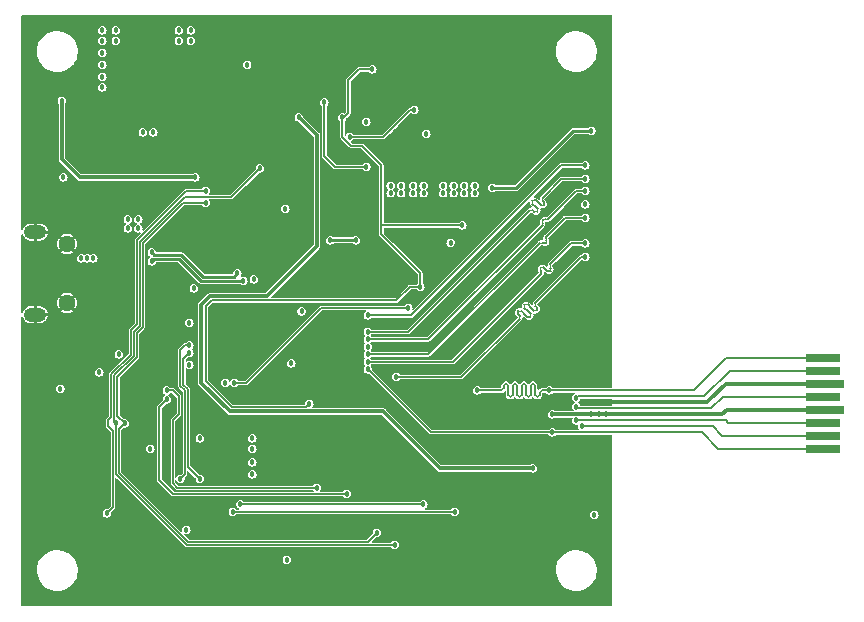
<source format=gbl>
%TF.GenerationSoftware,KiCad,Pcbnew,6.0.0*%
%TF.CreationDate,2022-01-02T17:56:42-06:00*%
%TF.ProjectId,sd-card-mux,73642d63-6172-4642-9d6d-75782e6b6963,rev?*%
%TF.SameCoordinates,Original*%
%TF.FileFunction,Copper,L4,Bot*%
%TF.FilePolarity,Positive*%
%FSLAX46Y46*%
G04 Gerber Fmt 4.6, Leading zero omitted, Abs format (unit mm)*
G04 Created by KiCad (PCBNEW 6.0.0) date 2022-01-02 17:56:42*
%MOMM*%
%LPD*%
G01*
G04 APERTURE LIST*
%TA.AperFunction,ComponentPad*%
%ADD10C,0.660000*%
%TD*%
%TA.AperFunction,ComponentPad*%
%ADD11C,1.450000*%
%TD*%
%TA.AperFunction,ComponentPad*%
%ADD12O,1.900000X1.200000*%
%TD*%
%TA.AperFunction,SMDPad,CuDef*%
%ADD13R,2.900000X0.800000*%
%TD*%
%TA.AperFunction,SMDPad,CuDef*%
%ADD14R,3.200000X0.800000*%
%TD*%
%TA.AperFunction,ViaPad*%
%ADD15C,0.457200*%
%TD*%
%TA.AperFunction,Conductor*%
%ADD16C,0.304800*%
%TD*%
%TA.AperFunction,Conductor*%
%ADD17C,0.241300*%
%TD*%
%TA.AperFunction,Conductor*%
%ADD18C,0.254000*%
%TD*%
%TA.AperFunction,Conductor*%
%ADD19C,0.127000*%
%TD*%
G04 APERTURE END LIST*
D10*
%TO.P,U2,49,EP*%
%TO.N,GND*%
X142643000Y-98828000D03*
X140243000Y-98828000D03*
X140243000Y-95228000D03*
X139043000Y-98828000D03*
X141443000Y-96428000D03*
X142643000Y-95228000D03*
X141443000Y-97628000D03*
X140243000Y-96428000D03*
X141443000Y-98828000D03*
X142643000Y-97628000D03*
X139043000Y-95228000D03*
X142643000Y-96428000D03*
X139043000Y-97628000D03*
X141443000Y-95228000D03*
X139043000Y-96428000D03*
X140243000Y-97628000D03*
%TD*%
D11*
%TO.P,J1,6,Shield*%
%TO.N,GND*%
X126176500Y-94575000D03*
X126176500Y-89575000D03*
D12*
X123476500Y-95575000D03*
X123476500Y-88575000D03*
%TD*%
D13*
%TO.P,J5,1,Pin_1*%
%TO.N,/DUT_DAT2*%
X190170000Y-106900000D03*
%TO.P,J5,2,Pin_2*%
%TO.N,/DUT_DAT3*%
X190170000Y-105800000D03*
%TO.P,J5,3,Pin_3*%
%TO.N,/DUT_CMD*%
X190170000Y-104700000D03*
D14*
%TO.P,J5,4,Pin_4*%
%TO.N,/DUT_VDD*%
X190320000Y-103600000D03*
D13*
%TO.P,J5,5,Pin_5*%
%TO.N,/DUT_CLK*%
X190170000Y-102500000D03*
D14*
%TO.P,J5,6,Pin_6*%
%TO.N,GND*%
X190320000Y-101400000D03*
D13*
%TO.P,J5,7,Pin_7*%
%TO.N,/DUT_DAT0*%
X190170000Y-100300000D03*
%TO.P,J5,8,Pin_8*%
%TO.N,/DUT_DAT1*%
X190170000Y-99200000D03*
%TD*%
D15*
%TO.N,GND*%
X138557000Y-74168000D03*
X124587000Y-109474000D03*
X138557000Y-73406000D03*
X159258000Y-101727000D03*
X139065000Y-86614000D03*
X171196000Y-102997000D03*
X133350000Y-89662000D03*
X152146000Y-88601000D03*
X131826000Y-102616000D03*
X141351000Y-90297000D03*
X154940000Y-83058000D03*
X165100000Y-92710000D03*
X129540000Y-88392000D03*
X146177000Y-97409000D03*
X160020000Y-96266000D03*
X137287000Y-86995000D03*
X134366000Y-97917000D03*
X129159000Y-78613000D03*
X139446000Y-74168000D03*
X144272000Y-106045000D03*
X129159000Y-81280000D03*
X137668000Y-74168000D03*
X149225000Y-96520000D03*
X129159000Y-79502000D03*
X124587000Y-108204000D03*
X127508000Y-93472000D03*
X156972000Y-95885000D03*
X165481000Y-107061000D03*
X125222000Y-110744000D03*
X170561000Y-102997000D03*
X141420000Y-83185000D03*
X170053000Y-98552012D03*
X153953000Y-88581000D03*
X156083000Y-81534000D03*
X131826000Y-100838000D03*
X155448000Y-77216000D03*
X128397000Y-89535000D03*
X131826000Y-101727000D03*
X125603000Y-100076000D03*
X155194000Y-86995000D03*
X170053000Y-108966012D03*
X153924000Y-80137000D03*
X143129000Y-90043000D03*
X146177000Y-100838000D03*
X132461000Y-113792000D03*
X144272000Y-108077000D03*
X149733000Y-81407000D03*
X156083000Y-101981000D03*
X149479000Y-78232000D03*
X146177000Y-86614000D03*
X167259000Y-102997012D03*
X130937000Y-101727000D03*
X151003000Y-92456000D03*
X139954000Y-104775000D03*
X137668000Y-73406000D03*
X160528000Y-82677000D03*
X136525000Y-101346000D03*
X132715000Y-101727000D03*
X150622000Y-78232000D03*
X160655000Y-104902000D03*
X144272000Y-109093000D03*
X134493000Y-105156000D03*
X150368000Y-100711000D03*
X162560000Y-117094000D03*
X138430000Y-104775000D03*
X139446000Y-73406000D03*
X129159000Y-80391000D03*
X164465000Y-83312000D03*
X167132000Y-80137000D03*
X164465000Y-88646000D03*
X132588000Y-98933000D03*
X151638000Y-96266000D03*
X124587000Y-106934000D03*
X148336000Y-92837000D03*
X171831000Y-102997000D03*
X130556000Y-95758000D03*
X148590000Y-100584000D03*
X135636000Y-105410000D03*
X133350000Y-91694000D03*
X133223000Y-108458000D03*
X162179000Y-82677000D03*
X129159000Y-82169000D03*
X129159000Y-77724000D03*
X164465000Y-80137000D03*
X160684000Y-88581000D03*
X170052995Y-88391988D03*
X159639000Y-107061000D03*
X160401000Y-100838000D03*
X133350000Y-93345000D03*
X148844000Y-102489000D03*
X164592000Y-104775000D03*
X144272000Y-106934000D03*
X168275000Y-92710000D03*
%TO.N,+3V3*%
X170815000Y-112522000D03*
X151511000Y-79248000D03*
X130302000Y-72390000D03*
X141859000Y-106934000D03*
X136525000Y-99822000D03*
X146022000Y-95278000D03*
X129159000Y-76327000D03*
X145161000Y-99695000D03*
X130556000Y-98933000D03*
X136652000Y-71501000D03*
X129159000Y-73406000D03*
X139573000Y-101346000D03*
X125857000Y-83947000D03*
X141420000Y-74422000D03*
X141859000Y-106045000D03*
X135636000Y-72390000D03*
X135636000Y-71501000D03*
X156591000Y-80264000D03*
X151638000Y-98298000D03*
X136906000Y-93345000D03*
X133477000Y-80137000D03*
X136652000Y-72390000D03*
X144780000Y-116332000D03*
X128905000Y-100457000D03*
X132588000Y-80137000D03*
X129159000Y-75438000D03*
X144653000Y-86614000D03*
X141859000Y-109093000D03*
X129159000Y-71501000D03*
X130302000Y-71501000D03*
X125603000Y-101854000D03*
X136525000Y-96266000D03*
X141859000Y-108077000D03*
X129159000Y-72390000D03*
X129159000Y-74422000D03*
X141986000Y-92583000D03*
X133223000Y-106934000D03*
X137414000Y-106045000D03*
X136271000Y-113792000D03*
%TO.N,/DUT_VDD*%
X158906000Y-85279000D03*
X158906000Y-84644000D03*
X158017000Y-85279000D03*
X171830988Y-104013012D03*
X160684000Y-84644000D03*
X159795000Y-84644000D03*
X171195988Y-104013012D03*
X170560988Y-104013012D03*
X159795000Y-85279000D03*
X160684000Y-85279000D03*
X158652000Y-89470000D03*
X167259000Y-104013012D03*
X158017000Y-84644000D03*
%TO.N,/SD_VDD*%
X156366000Y-85279000D03*
X154461000Y-84644000D03*
X153572000Y-84644000D03*
X156366000Y-84644000D03*
X154461000Y-85279000D03*
X155477000Y-85279000D03*
X155477000Y-84644000D03*
X153572000Y-85279000D03*
X170053000Y-86232988D03*
%TO.N,/USB_US_N*%
X140589000Y-92075000D03*
X133350000Y-90297000D03*
%TO.N,/USB_US_P*%
X133350000Y-91059000D03*
X141097000Y-92710000D03*
%TO.N,Net-(D3-Pad2)*%
X150622000Y-89281000D03*
X170561000Y-80010000D03*
X148463000Y-89281000D03*
X162179000Y-84836000D03*
%TO.N,/TXD*%
X147320000Y-110236000D03*
X134620000Y-101981000D03*
%TO.N,/RXD*%
X149860000Y-110744000D03*
X134620000Y-102743000D03*
%TO.N,/DUT_DAT2*%
X167259000Y-105537000D03*
X151638000Y-100203000D03*
%TO.N,/DUT_DAT3*%
X169799000Y-105029000D03*
%TO.N,/DUT_CMD*%
X169291000Y-104521000D03*
%TO.N,/DUT_CLK*%
X169291000Y-103378000D03*
%TO.N,/DUT_DAT0*%
X169291000Y-102616000D03*
%TO.N,/DUT_DAT1*%
X160909000Y-101981000D03*
X167005000Y-101981012D03*
%TO.N,Net-(R15-Pad2)*%
X165608000Y-108585000D03*
X145796000Y-78867000D03*
%TO.N,Net-(R16-Pad1)*%
X125730000Y-77470000D03*
X137033000Y-83947000D03*
%TO.N,/HUB_DAT1*%
X140335000Y-101346000D03*
X155067000Y-94996000D03*
%TO.N,/SD_DAT2*%
X151638000Y-95631000D03*
X170052995Y-82930988D03*
%TO.N,/SD_DAT3*%
X151638000Y-97028000D03*
X170052995Y-84073988D03*
%TO.N,/SD_CMD*%
X151638000Y-97663000D03*
X170052995Y-85089988D03*
%TO.N,/SD_CLK*%
X170052995Y-87375988D03*
X151638000Y-98933000D03*
%TO.N,/SD_DAT0*%
X151638000Y-99568000D03*
X170052995Y-89534988D03*
%TO.N,/SD_DAT1*%
X154051000Y-100838000D03*
X170052995Y-90677988D03*
%TO.N,/USB_SDA*%
X137414000Y-109474000D03*
X136525000Y-98806000D03*
%TO.N,/USB_SCL*%
X135763000Y-109474000D03*
X136525000Y-98171000D03*
%TO.N,/GPIO2*%
X140843000Y-111633000D03*
X156337000Y-111633000D03*
%TO.N,/USB_VBUS_IN*%
X127381000Y-90805000D03*
X131318000Y-87503000D03*
X131318000Y-88265000D03*
X127889000Y-90805000D03*
X128397000Y-90805000D03*
X132207000Y-87503000D03*
X132207000Y-88265000D03*
%TO.N,/SEL_SOFTWARE*%
X131064000Y-104775000D03*
X155575000Y-78232000D03*
X152400000Y-114046000D03*
X137922000Y-86106000D03*
X150114000Y-80518000D03*
%TO.N,Net-(R21-Pad2)*%
X137922000Y-85090000D03*
X129540000Y-112395000D03*
%TO.N,/nSEL_SOFTWARE*%
X153924000Y-115062000D03*
X130302000Y-104775000D03*
X142494000Y-83185000D03*
%TO.N,/SEL_R*%
X159639000Y-88011000D03*
X152019000Y-74803000D03*
X149479000Y-78867000D03*
X156083000Y-93218000D03*
X146685000Y-103124000D03*
%TO.N,/nSEL_R*%
X151511000Y-83058000D03*
X147955000Y-77597000D03*
%TO.N,/GPIO3*%
X140208000Y-112268000D03*
X159004000Y-112268000D03*
%TD*%
D16*
%TO.N,GND*%
X190320000Y-101400000D02*
X181937000Y-101400000D01*
X180340000Y-102997000D02*
X172085000Y-102997000D01*
X180594000Y-102743000D02*
X180340000Y-102997000D01*
X181937000Y-101400000D02*
X180594000Y-102743000D01*
X172085000Y-102997000D02*
X171196000Y-102997000D01*
%TO.N,/DUT_VDD*%
X171830988Y-104013012D02*
X181609988Y-104013012D01*
X182023000Y-103600000D02*
X190320000Y-103600000D01*
X181609988Y-104013012D02*
X182023000Y-103600000D01*
X171195988Y-104013012D02*
X171830988Y-104013012D01*
X170560988Y-104013012D02*
X171195988Y-104013012D01*
X167259000Y-104013012D02*
X170560988Y-104013012D01*
D17*
%TO.N,/USB_US_N*%
X137687128Y-92341700D02*
X140322300Y-92341700D01*
X140322300Y-92341700D02*
X140589000Y-92075000D01*
X135839278Y-90493850D02*
X137687128Y-92341700D01*
X133546850Y-90493850D02*
X135839278Y-90493850D01*
X133350000Y-90297000D02*
X133546850Y-90493850D01*
%TO.N,/USB_US_P*%
X133546850Y-90862150D02*
X135686722Y-90862150D01*
X135686722Y-90862150D02*
X137534572Y-92710000D01*
X133350000Y-91059000D02*
X133546850Y-90862150D01*
X137534572Y-92710000D02*
X141097000Y-92710000D01*
D18*
%TO.N,Net-(D3-Pad2)*%
X169037000Y-80010000D02*
X170561000Y-80010000D01*
X162179000Y-84836000D02*
X164211000Y-84836000D01*
X166370000Y-82677000D02*
X169037000Y-80010000D01*
X164211000Y-84836000D02*
X166370000Y-82677000D01*
X148463000Y-89281000D02*
X150622000Y-89281000D01*
D19*
%TO.N,/TXD*%
X134620000Y-101981000D02*
X135128000Y-101981000D01*
X135636000Y-102489000D02*
X135636000Y-104013000D01*
X135636000Y-104013000D02*
X135128000Y-104521000D01*
X135128000Y-104521000D02*
X135128000Y-109855000D01*
X135509000Y-110236000D02*
X147320000Y-110236000D01*
X135128000Y-101981000D02*
X135636000Y-102489000D01*
X135128000Y-109855000D02*
X135509000Y-110236000D01*
%TO.N,/RXD*%
X133985000Y-109601000D02*
X133985000Y-103378000D01*
X144145000Y-110744000D02*
X149860000Y-110744000D01*
X135128000Y-110744000D02*
X133985000Y-109601000D01*
X144145000Y-110744000D02*
X135128000Y-110744000D01*
X133985000Y-103378000D02*
X134620000Y-102743000D01*
%TO.N,/DUT_DAT2*%
X167231000Y-105509000D02*
X156944000Y-105509000D01*
X156944000Y-105509000D02*
X151638000Y-100203000D01*
X167259000Y-105537000D02*
X179959000Y-105537000D01*
X179959000Y-105537000D02*
X181322000Y-106900000D01*
X181322000Y-106900000D02*
X190170000Y-106900000D01*
X167259000Y-105537000D02*
X167231000Y-105509000D01*
%TO.N,/DUT_DAT3*%
X169799000Y-105029000D02*
X180848000Y-105029000D01*
X180848000Y-105029000D02*
X181619000Y-105800000D01*
X181619000Y-105800000D02*
X190170000Y-105800000D01*
%TO.N,/DUT_CMD*%
X182170000Y-104700000D02*
X190170000Y-104700000D01*
X169291000Y-104521000D02*
X181991000Y-104521000D01*
X181991000Y-104521000D02*
X182170000Y-104700000D01*
%TO.N,/DUT_CLK*%
X180721000Y-103505000D02*
X181726000Y-102500000D01*
X169418000Y-103505000D02*
X180721000Y-103505000D01*
X181726000Y-102500000D02*
X190170000Y-102500000D01*
X169291000Y-103378000D02*
X169418000Y-103505000D01*
%TO.N,/DUT_DAT0*%
X169418000Y-102489000D02*
X180086000Y-102489000D01*
X182275000Y-100300000D02*
X190170000Y-100300000D01*
X169291000Y-102616000D02*
X169418000Y-102489000D01*
X180086000Y-102489000D02*
X182275000Y-100300000D01*
%TO.N,/DUT_DAT1*%
X164274500Y-101981000D02*
X164274500Y-101594815D01*
X165798500Y-102367185D02*
X165798500Y-102171500D01*
X163893500Y-101594815D02*
X163893500Y-101981000D01*
X162941000Y-101981000D02*
X161436500Y-101981000D01*
X161436500Y-101981000D02*
X160909000Y-101981000D01*
X167005000Y-101981012D02*
X167004988Y-101981000D01*
X165417500Y-101594815D02*
X165417500Y-101981000D01*
X165036500Y-101981000D02*
X165036500Y-101594815D01*
X167005000Y-101981012D02*
X179222988Y-101981012D01*
X163512500Y-102367185D02*
X163512500Y-101981000D01*
X163131500Y-101594815D02*
X163131500Y-101790500D01*
X164274500Y-102367185D02*
X164274500Y-101981000D01*
X165036500Y-102367185D02*
X165036500Y-101981000D01*
X163893500Y-101981000D02*
X163893500Y-102367185D01*
X179222988Y-101981012D02*
X182004000Y-99200000D01*
X165417500Y-101981000D02*
X165417500Y-102367185D01*
X163512500Y-101981000D02*
X163512500Y-101594815D01*
X182004000Y-99200000D02*
X190170000Y-99200000D01*
X166179500Y-102171500D02*
X166179500Y-102367185D01*
X164655500Y-101981000D02*
X164655500Y-102367185D01*
X165798500Y-102171500D02*
X165798500Y-101594815D01*
X167004988Y-101981000D02*
X166370000Y-101981000D01*
X164655500Y-101594815D02*
X164655500Y-101981000D01*
X163893500Y-101594815D02*
G75*
G02*
X164084000Y-101404315I190499J1D01*
G01*
X165036500Y-102367185D02*
G75*
G03*
X165227000Y-102557685I190499J-1D01*
G01*
X163703000Y-102557685D02*
G75*
G03*
X163893500Y-102367185I1J190499D01*
G01*
X164084000Y-101404315D02*
G75*
G02*
X164274500Y-101594815I1J-190499D01*
G01*
X164465000Y-102557685D02*
G75*
G03*
X164655500Y-102367185I1J190499D01*
G01*
X165227000Y-102557685D02*
G75*
G03*
X165417500Y-102367185I1J190499D01*
G01*
X165417500Y-101594815D02*
G75*
G02*
X165608000Y-101404315I190499J1D01*
G01*
X164274500Y-102367185D02*
G75*
G03*
X164465000Y-102557685I190499J-1D01*
G01*
X163512500Y-102367185D02*
G75*
G03*
X163703000Y-102557685I190499J-1D01*
G01*
X163131500Y-101594815D02*
G75*
G02*
X163322000Y-101404315I190499J1D01*
G01*
X162941000Y-101981000D02*
G75*
G03*
X163131500Y-101790500I1J190499D01*
G01*
X165608000Y-101404315D02*
G75*
G02*
X165798500Y-101594815I1J-190499D01*
G01*
X165798500Y-102367185D02*
G75*
G03*
X165989000Y-102557685I190499J-1D01*
G01*
X163322000Y-101404315D02*
G75*
G02*
X163512500Y-101594815I1J-190499D01*
G01*
X165989000Y-102557685D02*
G75*
G03*
X166179500Y-102367185I1J190499D01*
G01*
X164846000Y-101404315D02*
G75*
G02*
X165036500Y-101594815I1J-190499D01*
G01*
X166179500Y-102171500D02*
G75*
G02*
X166370000Y-101981000I190499J1D01*
G01*
X164655500Y-101594815D02*
G75*
G02*
X164846000Y-101404315I190499J1D01*
G01*
D16*
%TO.N,Net-(R15-Pad2)*%
X138288165Y-94018580D02*
X137541000Y-94765744D01*
X147320000Y-89789000D02*
X143090420Y-94018580D01*
X137541000Y-101346000D02*
X139954000Y-103759000D01*
X147320000Y-80391000D02*
X147320000Y-89789000D01*
X139954000Y-103759000D02*
X152908000Y-103759000D01*
X145796000Y-78867000D02*
X147320000Y-80391000D01*
X137541000Y-94765744D02*
X137541000Y-101346000D01*
X143090420Y-94018580D02*
X138288165Y-94018580D01*
X152908000Y-103759000D02*
X157734000Y-108585000D01*
X157734000Y-108585000D02*
X165608000Y-108585000D01*
%TO.N,Net-(R16-Pad1)*%
X125730000Y-82423000D02*
X125730000Y-77470000D01*
X137033000Y-83947000D02*
X127254000Y-83947000D01*
X127254000Y-83947000D02*
X125730000Y-82423000D01*
D19*
%TO.N,/HUB_DAT1*%
X140335000Y-101346000D02*
X141351000Y-101346000D01*
X141351000Y-101346000D02*
X147701000Y-94996000D01*
X147701000Y-94996000D02*
X155067000Y-94996000D01*
%TO.N,/SD_DAT2*%
X155321000Y-95631000D02*
X168021012Y-82930988D01*
X168021012Y-82930988D02*
X170052995Y-82930988D01*
X151638000Y-95631000D02*
X155321000Y-95631000D01*
%TO.N,/SD_DAT3*%
X166027520Y-86067480D02*
X166277645Y-86317605D01*
X166027520Y-86067482D02*
X166027520Y-86067480D01*
X165892814Y-86471591D02*
X165578697Y-86157475D01*
X166431631Y-85663367D02*
X168021012Y-84073988D01*
X166547053Y-86048197D02*
X166431631Y-85932775D01*
X165623406Y-86741000D02*
X165623407Y-86741000D01*
X166008236Y-86587013D02*
X165892814Y-86471591D01*
X155067000Y-97028000D02*
X165354000Y-86741000D01*
X165623407Y-86741000D02*
X165738828Y-86856421D01*
X165578696Y-85888068D02*
X165578697Y-85888067D01*
X165848105Y-85888067D02*
X166027520Y-86067482D01*
X151638000Y-97028000D02*
X155067000Y-97028000D01*
X168021012Y-84073988D02*
X170052995Y-84073988D01*
X166008235Y-86856420D02*
G75*
G02*
X165738829Y-86856420I-134703J134704D01*
G01*
X165848104Y-85888068D02*
G75*
G03*
X165578698Y-85888068I-134703J-134704D01*
G01*
X165578696Y-85888068D02*
G75*
G03*
X165578697Y-86157475I134702J-134703D01*
G01*
X166547052Y-86048198D02*
G75*
G02*
X166547052Y-86317604I-134704J-134703D01*
G01*
X166547052Y-86317604D02*
G75*
G02*
X166277646Y-86317604I-134703J134704D01*
G01*
X166431632Y-85663368D02*
G75*
G03*
X166431632Y-85932774I134704J-134703D01*
G01*
X165623406Y-86741000D02*
G75*
G03*
X165354000Y-86741000I-134703J-134702D01*
G01*
X166008235Y-86587014D02*
G75*
G02*
X166008235Y-86856420I-134704J-134703D01*
G01*
%TO.N,/SD_CMD*%
X151638000Y-97663000D02*
X156718000Y-97663000D01*
X166433502Y-87588289D02*
X166433500Y-87588290D01*
X166702909Y-87498486D02*
X166702908Y-87498488D01*
X166882514Y-87498488D02*
X166972317Y-87408684D01*
X166433500Y-87588290D02*
X166523304Y-87498487D01*
X156718000Y-97663000D02*
X166433500Y-87947500D01*
X166972317Y-87408684D02*
X169291012Y-85089988D01*
X169291012Y-85089988D02*
X170052995Y-85089988D01*
X166433500Y-87767896D02*
X166433501Y-87767894D01*
X166882513Y-87498489D02*
X166882514Y-87498488D01*
X166433500Y-87767896D02*
G75*
G02*
X166433500Y-87947500I-89799J-89802D01*
G01*
X166882512Y-87498488D02*
G75*
G02*
X166702909Y-87498487I-89801J89802D01*
G01*
X166433503Y-87588290D02*
G75*
G03*
X166433502Y-87767893I89801J-89802D01*
G01*
X166702908Y-87498487D02*
G75*
G03*
X166523305Y-87498488I-89801J-89802D01*
G01*
%TO.N,/SD_CLK*%
X166739811Y-88954180D02*
X166739812Y-88954181D01*
X166470404Y-89492997D02*
X166482408Y-89505001D01*
X166470403Y-89492997D02*
X166470404Y-89492997D01*
X156760994Y-98933000D02*
X166200997Y-89492997D01*
X166751816Y-89235593D02*
X166739811Y-89223588D01*
X168318006Y-87375988D02*
X170052995Y-87375988D01*
X151638000Y-98933000D02*
X156760994Y-98933000D01*
X166739812Y-88954181D02*
X168318006Y-87375988D01*
X166751815Y-89505000D02*
G75*
G02*
X166482409Y-89505000I-134703J134704D01*
G01*
X166751815Y-89235594D02*
G75*
G02*
X166751815Y-89505000I-134704J-134703D01*
G01*
X166470403Y-89492997D02*
G75*
G03*
X166200997Y-89492997I-134703J-134702D01*
G01*
X166739812Y-88954181D02*
G75*
G03*
X166739812Y-89223587I134704J-134703D01*
G01*
%TO.N,/SD_DAT0*%
X167109125Y-91594087D02*
X167093224Y-91578186D01*
X167093225Y-91308779D02*
X167093224Y-91308779D01*
X166554412Y-91578190D02*
X166839717Y-91863495D01*
X166269105Y-91562288D02*
X166269103Y-91562289D01*
X166285003Y-91847597D02*
X166285004Y-91847595D01*
X167093224Y-91308779D02*
X168867018Y-89534988D01*
X167109124Y-91863496D02*
X167109125Y-91863495D01*
X168867018Y-89534988D02*
X170052995Y-89534988D01*
X158834006Y-99568000D02*
X166285003Y-92117003D01*
X151638000Y-99568000D02*
X158834006Y-99568000D01*
X166285004Y-91847595D02*
X166269104Y-91831695D01*
X166538511Y-91562289D02*
X166554412Y-91578190D01*
X166538510Y-91562290D02*
G75*
G03*
X166269104Y-91562290I-134703J-134704D01*
G01*
X167109124Y-91863496D02*
G75*
G02*
X166839717Y-91863495I-134703J134702D01*
G01*
X166285002Y-91847598D02*
G75*
G02*
X166285002Y-92117002I-134698J-134702D01*
G01*
X167093225Y-91308779D02*
G75*
G03*
X167093224Y-91578186I134701J-134704D01*
G01*
X167109124Y-91594088D02*
G75*
G02*
X167109124Y-91863494I-134704J-134703D01*
G01*
X166269105Y-91562288D02*
G75*
G03*
X166269104Y-91831695I134701J-134704D01*
G01*
%TO.N,/SD_DAT1*%
X165170864Y-94705010D02*
X165429425Y-94963571D01*
X164890611Y-95502386D02*
X164890608Y-95502386D01*
X165957392Y-94952722D02*
X165833535Y-94828865D01*
X164755907Y-95367682D02*
X164890611Y-95502386D01*
X165418576Y-95491538D02*
X165160015Y-95232977D01*
X154051000Y-100838000D02*
X159554994Y-100838000D01*
X164632050Y-95243825D02*
X164755907Y-95367682D01*
X169715006Y-90677988D02*
X170052995Y-90677988D01*
X164486497Y-95637091D02*
X164486498Y-95637089D01*
X164890608Y-95502386D02*
X165149168Y-95760946D01*
X167352177Y-93040817D02*
X169715006Y-90677988D01*
X164486498Y-95637089D02*
X164362642Y-95513233D01*
X165833535Y-94559457D02*
X167352177Y-93040817D01*
X165429425Y-94963571D02*
X165687984Y-95222130D01*
X159554994Y-100838000D02*
X164486497Y-95906497D01*
X165160015Y-95232977D02*
X164901456Y-94974418D01*
X164486496Y-95637092D02*
G75*
G02*
X164486496Y-95906496I-134698J-134702D01*
G01*
X164362643Y-95243826D02*
G75*
G03*
X164362643Y-95513232I134704J-134703D01*
G01*
X164901457Y-94705011D02*
G75*
G03*
X164901457Y-94974417I134704J-134703D01*
G01*
X165957391Y-95222129D02*
G75*
G02*
X165687985Y-95222129I-134703J134704D01*
G01*
X164632049Y-95243826D02*
G75*
G03*
X164362643Y-95243826I-134703J-134704D01*
G01*
X165833536Y-94559458D02*
G75*
G03*
X165833536Y-94828864I134704J-134703D01*
G01*
X165957391Y-94952723D02*
G75*
G02*
X165957391Y-95222129I-134704J-134703D01*
G01*
X165418575Y-95760945D02*
G75*
G02*
X165149169Y-95760945I-134703J134704D01*
G01*
X165170863Y-94705011D02*
G75*
G03*
X164901457Y-94705011I-134703J-134704D01*
G01*
X165418575Y-95491539D02*
G75*
G02*
X165418575Y-95760945I-134704J-134703D01*
G01*
%TO.N,/USB_SDA*%
X136017000Y-101495468D02*
X136397520Y-101875988D01*
X136397520Y-108457520D02*
X137414000Y-109474000D01*
X136397520Y-101875988D02*
X136397520Y-108457520D01*
X136525000Y-98806000D02*
X136017000Y-99314000D01*
X136017000Y-99314000D02*
X136017000Y-101495468D01*
%TO.N,/USB_SCL*%
X136144000Y-101981000D02*
X136144000Y-109093000D01*
X136144000Y-109093000D02*
X135763000Y-109474000D01*
X135763480Y-101600480D02*
X136144000Y-101981000D01*
X135763480Y-98573988D02*
X135763480Y-101600480D01*
X136166468Y-98171000D02*
X135763480Y-98573988D01*
X136525000Y-98171000D02*
X136166468Y-98171000D01*
%TO.N,/GPIO2*%
X156337000Y-111633000D02*
X140843000Y-111633000D01*
%TO.N,/SEL_SOFTWARE*%
X137922000Y-86106000D02*
X135972064Y-86106000D01*
X130555520Y-105283480D02*
X130555520Y-108204480D01*
X132080000Y-99187000D02*
X130429000Y-100838000D01*
X130429000Y-100838000D02*
X130429000Y-104140000D01*
X131064000Y-104775000D02*
X130555520Y-105283480D01*
X151637520Y-114808480D02*
X152400000Y-114046000D01*
X130555520Y-108965520D02*
X130555520Y-108839000D01*
X155236994Y-78232000D02*
X152950994Y-80518000D01*
X136398480Y-114808480D02*
X130555520Y-108965520D01*
X155575000Y-78232000D02*
X155236994Y-78232000D01*
X132080000Y-97110063D02*
X132080000Y-99187000D01*
X130429000Y-104140000D02*
X131064000Y-104775000D01*
X130555520Y-108204480D02*
X130555520Y-108838520D01*
X132587520Y-96602542D02*
X132080000Y-97110063D01*
X152950994Y-80518000D02*
X150114000Y-80518000D01*
X136398480Y-114808480D02*
X151637520Y-114808480D01*
X135972064Y-86106000D02*
X132587520Y-89490544D01*
X132587520Y-89490544D02*
X132587520Y-96602542D01*
%TO.N,Net-(R21-Pad2)*%
X137922000Y-85090000D02*
X136271000Y-85090000D01*
X132080000Y-89281000D02*
X132080000Y-96393000D01*
X131572000Y-98955468D02*
X129921000Y-100606468D01*
X136271000Y-85090000D02*
X132080000Y-89281000D01*
X130048000Y-111887000D02*
X129540000Y-112395000D01*
X130048000Y-105410000D02*
X130048000Y-111887000D01*
X129667000Y-104521000D02*
X129667000Y-105029000D01*
X129667000Y-105029000D02*
X130048000Y-105410000D01*
X129921000Y-104267000D02*
X129667000Y-104521000D01*
X131572000Y-96901000D02*
X131572000Y-98955468D01*
X129921000Y-100606468D02*
X129921000Y-104267000D01*
X132080000Y-96393000D02*
X131572000Y-96901000D01*
%TO.N,/nSEL_SOFTWARE*%
X131826000Y-97005531D02*
X132334000Y-96497531D01*
X130302000Y-109070532D02*
X130302000Y-104775000D01*
X153924000Y-115062000D02*
X136293468Y-115062000D01*
X132334000Y-89385532D02*
X136121532Y-85598000D01*
X132334000Y-96497531D02*
X132334000Y-89385532D01*
X140081000Y-85598000D02*
X142494000Y-83185000D01*
X136121532Y-85598000D02*
X140081000Y-85598000D01*
X130302000Y-104775000D02*
X130175000Y-104648000D01*
X130175000Y-100711000D02*
X131826000Y-99060000D01*
X131826000Y-99060000D02*
X131826000Y-97005531D01*
X136293468Y-115062000D02*
X130302000Y-109070532D01*
X130175000Y-104648000D02*
X130175000Y-100711000D01*
%TO.N,/SEL_R*%
X150241000Y-81280000D02*
X151130000Y-81280000D01*
X149479000Y-78867000D02*
X149606000Y-78867000D01*
X156083000Y-92075000D02*
X156083000Y-93218000D01*
X140119580Y-103416580D02*
X146392420Y-103416580D01*
X152781000Y-82931000D02*
X152781000Y-88011000D01*
X149606000Y-78867000D02*
X149987000Y-78486000D01*
X149987000Y-78486000D02*
X149987000Y-75692000D01*
X155194000Y-93218000D02*
X154051000Y-94361000D01*
X138430000Y-94361000D02*
X137922000Y-94869000D01*
X154051000Y-94361000D02*
X138430000Y-94361000D01*
X137922000Y-94869000D02*
X137922000Y-101219000D01*
X156083000Y-93218000D02*
X155194000Y-93218000D01*
X137922000Y-101219000D02*
X140119580Y-103416580D01*
X152781000Y-88011000D02*
X152781000Y-88773000D01*
X150876000Y-74803000D02*
X152019000Y-74803000D01*
X149987000Y-75692000D02*
X150876000Y-74803000D01*
X149479000Y-80518000D02*
X150241000Y-81280000D01*
X149479000Y-78867000D02*
X149479000Y-80518000D01*
X146392420Y-103416580D02*
X146685000Y-103124000D01*
X152781000Y-88773000D02*
X156083000Y-92075000D01*
X159639000Y-88011000D02*
X152781000Y-88011000D01*
X151130000Y-81280000D02*
X152781000Y-82931000D01*
%TO.N,/nSEL_R*%
X147955000Y-82169000D02*
X147955000Y-77597000D01*
X148844000Y-83058000D02*
X147955000Y-82169000D01*
X151511000Y-83058000D02*
X148844000Y-83058000D01*
%TO.N,/GPIO3*%
X159004000Y-112268000D02*
X140208000Y-112268000D01*
%TD*%
%TA.AperFunction,Conductor*%
%TO.N,GND*%
G36*
X172320694Y-70249306D02*
G01*
X172339000Y-70293500D01*
X172339000Y-101727512D01*
X172320694Y-101771706D01*
X172276500Y-101790012D01*
X167342775Y-101790012D01*
X167298581Y-101771706D01*
X167297175Y-101770060D01*
X167296682Y-101769092D01*
X167216920Y-101689330D01*
X167124187Y-101642080D01*
X167120798Y-101640353D01*
X167120797Y-101640353D01*
X167116413Y-101638119D01*
X167111556Y-101637350D01*
X167111554Y-101637349D01*
X167009855Y-101621242D01*
X167005000Y-101620473D01*
X167000145Y-101621242D01*
X166898446Y-101637349D01*
X166898444Y-101637350D01*
X166893587Y-101638119D01*
X166889203Y-101640353D01*
X166889202Y-101640353D01*
X166885813Y-101642080D01*
X166793080Y-101689330D01*
X166713318Y-101769092D01*
X166712008Y-101767782D01*
X166677018Y-101789229D01*
X166667234Y-101790000D01*
X166399022Y-101790000D01*
X166384909Y-101788386D01*
X166374132Y-101785888D01*
X166370685Y-101785089D01*
X166370001Y-101785088D01*
X166361181Y-101787100D01*
X166356047Y-101788271D01*
X166350305Y-101789301D01*
X166345547Y-101789927D01*
X166270409Y-101799819D01*
X166177604Y-101838260D01*
X166097911Y-101899411D01*
X166095929Y-101901994D01*
X166052000Y-101920190D01*
X166007806Y-101901884D01*
X165989500Y-101857690D01*
X165989500Y-101623837D01*
X165991114Y-101609724D01*
X165993612Y-101598947D01*
X165994411Y-101595500D01*
X165994412Y-101594816D01*
X165991229Y-101580862D01*
X165990199Y-101575120D01*
X165988514Y-101562318D01*
X165979681Y-101495224D01*
X165941240Y-101402419D01*
X165880089Y-101322726D01*
X165800396Y-101261575D01*
X165707591Y-101223134D01*
X165652616Y-101215897D01*
X165628766Y-101212757D01*
X165622812Y-101211678D01*
X165612134Y-101209203D01*
X165612130Y-101209203D01*
X165608685Y-101208404D01*
X165608001Y-101208403D01*
X165607999Y-101208403D01*
X165604578Y-101209183D01*
X165604573Y-101209184D01*
X165594040Y-101211587D01*
X165588304Y-101212616D01*
X165545534Y-101218247D01*
X165512478Y-101222598D01*
X165512475Y-101222599D01*
X165508409Y-101223134D01*
X165415604Y-101261575D01*
X165335911Y-101322726D01*
X165333418Y-101325975D01*
X165276584Y-101400042D01*
X165235158Y-101423959D01*
X165188952Y-101411578D01*
X165177416Y-101400042D01*
X165120582Y-101325975D01*
X165118089Y-101322726D01*
X165038396Y-101261575D01*
X164945591Y-101223134D01*
X164890616Y-101215897D01*
X164866766Y-101212757D01*
X164860812Y-101211678D01*
X164850134Y-101209203D01*
X164850130Y-101209203D01*
X164846685Y-101208404D01*
X164846001Y-101208403D01*
X164845999Y-101208403D01*
X164842578Y-101209183D01*
X164842573Y-101209184D01*
X164832040Y-101211587D01*
X164826304Y-101212616D01*
X164783534Y-101218247D01*
X164750478Y-101222598D01*
X164750475Y-101222599D01*
X164746409Y-101223134D01*
X164653604Y-101261575D01*
X164573911Y-101322726D01*
X164571418Y-101325975D01*
X164514584Y-101400042D01*
X164473158Y-101423959D01*
X164426952Y-101411578D01*
X164415416Y-101400042D01*
X164358582Y-101325975D01*
X164356089Y-101322726D01*
X164276396Y-101261575D01*
X164183591Y-101223134D01*
X164128616Y-101215897D01*
X164104766Y-101212757D01*
X164098812Y-101211678D01*
X164088134Y-101209203D01*
X164088130Y-101209203D01*
X164084685Y-101208404D01*
X164084001Y-101208403D01*
X164083999Y-101208403D01*
X164080578Y-101209183D01*
X164080573Y-101209184D01*
X164070040Y-101211587D01*
X164064304Y-101212616D01*
X164021534Y-101218247D01*
X163988478Y-101222598D01*
X163988475Y-101222599D01*
X163984409Y-101223134D01*
X163891604Y-101261575D01*
X163811911Y-101322726D01*
X163809418Y-101325975D01*
X163752584Y-101400042D01*
X163711158Y-101423959D01*
X163664952Y-101411578D01*
X163653416Y-101400042D01*
X163596582Y-101325975D01*
X163594089Y-101322726D01*
X163514396Y-101261575D01*
X163421591Y-101223134D01*
X163366616Y-101215897D01*
X163342766Y-101212757D01*
X163336812Y-101211678D01*
X163326134Y-101209203D01*
X163326130Y-101209203D01*
X163322685Y-101208404D01*
X163322001Y-101208403D01*
X163321999Y-101208403D01*
X163318578Y-101209183D01*
X163318573Y-101209184D01*
X163308040Y-101211587D01*
X163302304Y-101212616D01*
X163259534Y-101218247D01*
X163226478Y-101222598D01*
X163226475Y-101222599D01*
X163222409Y-101223134D01*
X163129604Y-101261575D01*
X163049911Y-101322726D01*
X162988760Y-101402419D01*
X162950319Y-101495224D01*
X162949784Y-101499290D01*
X162949783Y-101499293D01*
X162945183Y-101534239D01*
X162941487Y-101562318D01*
X162939942Y-101574052D01*
X162938862Y-101580009D01*
X162936388Y-101590679D01*
X162936387Y-101590691D01*
X162935589Y-101594132D01*
X162935588Y-101594816D01*
X162938522Y-101607677D01*
X162938935Y-101609488D01*
X162940500Y-101623388D01*
X162940500Y-101727500D01*
X162922194Y-101771694D01*
X162878000Y-101790000D01*
X161246775Y-101790000D01*
X161202581Y-101771694D01*
X161201175Y-101770048D01*
X161200682Y-101769080D01*
X161120920Y-101689318D01*
X161036813Y-101646463D01*
X161024798Y-101640341D01*
X161024797Y-101640341D01*
X161020413Y-101638107D01*
X161015556Y-101637338D01*
X161015554Y-101637337D01*
X160913855Y-101621230D01*
X160909000Y-101620461D01*
X160904145Y-101621230D01*
X160802446Y-101637337D01*
X160802444Y-101637338D01*
X160797587Y-101638107D01*
X160793203Y-101640341D01*
X160793202Y-101640341D01*
X160781187Y-101646463D01*
X160697080Y-101689318D01*
X160617318Y-101769080D01*
X160566107Y-101869587D01*
X160565338Y-101874444D01*
X160565337Y-101874446D01*
X160551699Y-101960554D01*
X160548461Y-101981000D01*
X160549230Y-101985855D01*
X160565092Y-102086003D01*
X160566107Y-102092413D01*
X160617318Y-102192920D01*
X160697080Y-102272682D01*
X160708903Y-102278706D01*
X160793202Y-102321659D01*
X160793203Y-102321659D01*
X160797587Y-102323893D01*
X160802444Y-102324662D01*
X160802446Y-102324663D01*
X160904145Y-102340770D01*
X160909000Y-102341539D01*
X160913855Y-102340770D01*
X161015554Y-102324663D01*
X161015556Y-102324662D01*
X161020413Y-102323893D01*
X161024797Y-102321659D01*
X161024798Y-102321659D01*
X161109097Y-102278706D01*
X161120920Y-102272682D01*
X161200682Y-102192920D01*
X161201987Y-102194225D01*
X161236995Y-102172770D01*
X161246775Y-102172000D01*
X162911978Y-102172000D01*
X162926091Y-102173614D01*
X162940315Y-102176911D01*
X162940999Y-102176912D01*
X162951929Y-102174419D01*
X162954953Y-102173729D01*
X162960695Y-102172699D01*
X162966004Y-102172000D01*
X163040591Y-102162181D01*
X163133396Y-102123740D01*
X163213089Y-102062589D01*
X163215071Y-102060006D01*
X163259000Y-102041810D01*
X163303194Y-102060116D01*
X163321500Y-102104310D01*
X163321500Y-102338163D01*
X163319886Y-102352276D01*
X163316589Y-102366500D01*
X163316588Y-102367184D01*
X163317374Y-102370628D01*
X163319771Y-102381138D01*
X163320801Y-102386880D01*
X163331319Y-102466776D01*
X163369760Y-102559581D01*
X163430911Y-102639274D01*
X163510604Y-102700425D01*
X163603409Y-102738866D01*
X163658384Y-102746103D01*
X163682234Y-102749243D01*
X163688188Y-102750322D01*
X163698866Y-102752797D01*
X163698870Y-102752797D01*
X163702315Y-102753596D01*
X163702999Y-102753597D01*
X163703001Y-102753597D01*
X163706422Y-102752817D01*
X163706427Y-102752816D01*
X163716960Y-102750413D01*
X163722696Y-102749384D01*
X163771188Y-102743000D01*
X163798522Y-102739402D01*
X163798525Y-102739401D01*
X163802591Y-102738866D01*
X163895396Y-102700425D01*
X163975089Y-102639274D01*
X164034416Y-102561958D01*
X164075842Y-102538041D01*
X164122048Y-102550422D01*
X164133584Y-102561958D01*
X164192911Y-102639274D01*
X164272604Y-102700425D01*
X164365409Y-102738866D01*
X164420384Y-102746103D01*
X164444234Y-102749243D01*
X164450188Y-102750322D01*
X164460866Y-102752797D01*
X164460870Y-102752797D01*
X164464315Y-102753596D01*
X164464999Y-102753597D01*
X164465001Y-102753597D01*
X164468422Y-102752817D01*
X164468427Y-102752816D01*
X164478960Y-102750413D01*
X164484696Y-102749384D01*
X164533188Y-102743000D01*
X164560522Y-102739402D01*
X164560525Y-102739401D01*
X164564591Y-102738866D01*
X164657396Y-102700425D01*
X164737089Y-102639274D01*
X164796416Y-102561958D01*
X164837842Y-102538041D01*
X164884048Y-102550422D01*
X164895584Y-102561958D01*
X164954911Y-102639274D01*
X165034604Y-102700425D01*
X165127409Y-102738866D01*
X165182384Y-102746103D01*
X165206234Y-102749243D01*
X165212188Y-102750322D01*
X165222866Y-102752797D01*
X165222870Y-102752797D01*
X165226315Y-102753596D01*
X165226999Y-102753597D01*
X165227001Y-102753597D01*
X165230422Y-102752817D01*
X165230427Y-102752816D01*
X165240960Y-102750413D01*
X165246696Y-102749384D01*
X165295188Y-102743000D01*
X165322522Y-102739402D01*
X165322525Y-102739401D01*
X165326591Y-102738866D01*
X165419396Y-102700425D01*
X165499089Y-102639274D01*
X165558416Y-102561958D01*
X165599842Y-102538041D01*
X165646048Y-102550422D01*
X165657584Y-102561958D01*
X165716911Y-102639274D01*
X165796604Y-102700425D01*
X165889409Y-102738866D01*
X165944384Y-102746103D01*
X165968234Y-102749243D01*
X165974188Y-102750322D01*
X165984866Y-102752797D01*
X165984870Y-102752797D01*
X165988315Y-102753596D01*
X165988999Y-102753597D01*
X165989001Y-102753597D01*
X165992422Y-102752817D01*
X165992427Y-102752816D01*
X166002960Y-102750413D01*
X166008696Y-102749384D01*
X166057188Y-102743000D01*
X166084522Y-102739402D01*
X166084525Y-102739401D01*
X166088591Y-102738866D01*
X166181396Y-102700425D01*
X166261089Y-102639274D01*
X166322240Y-102559581D01*
X166360681Y-102466776D01*
X166361501Y-102460553D01*
X166367541Y-102414662D01*
X166371059Y-102387943D01*
X166372138Y-102381991D01*
X166374612Y-102371321D01*
X166374613Y-102371309D01*
X166375411Y-102367868D01*
X166375412Y-102367184D01*
X166372065Y-102352511D01*
X166370500Y-102338612D01*
X166370500Y-102234500D01*
X166388806Y-102190306D01*
X166433000Y-102172000D01*
X166667216Y-102172000D01*
X166711410Y-102190306D01*
X166712823Y-102191960D01*
X166713318Y-102192932D01*
X166793080Y-102272694D01*
X166841684Y-102297459D01*
X166889202Y-102321671D01*
X166889203Y-102321671D01*
X166893587Y-102323905D01*
X166898444Y-102324674D01*
X166898446Y-102324675D01*
X167000145Y-102340782D01*
X167005000Y-102341551D01*
X167009855Y-102340782D01*
X167111554Y-102324675D01*
X167111556Y-102324674D01*
X167116413Y-102323905D01*
X167120797Y-102321671D01*
X167120798Y-102321671D01*
X167168316Y-102297459D01*
X167216920Y-102272694D01*
X167296682Y-102192932D01*
X167297987Y-102194237D01*
X167332995Y-102172782D01*
X167342775Y-102172012D01*
X169117666Y-102172012D01*
X169161860Y-102190318D01*
X169180166Y-102234512D01*
X169161860Y-102278706D01*
X169146043Y-102290199D01*
X169079080Y-102324318D01*
X168999318Y-102404080D01*
X168976386Y-102449087D01*
X168965441Y-102470568D01*
X168948107Y-102504587D01*
X168947338Y-102509444D01*
X168947337Y-102509446D01*
X168940847Y-102550422D01*
X168930461Y-102616000D01*
X168931230Y-102620855D01*
X168943833Y-102700425D01*
X168948107Y-102727413D01*
X168950340Y-102731795D01*
X168950341Y-102731798D01*
X168961265Y-102753237D01*
X168999318Y-102827920D01*
X169079080Y-102907682D01*
X169145083Y-102941313D01*
X169176149Y-102977687D01*
X169172396Y-103025375D01*
X169145084Y-103052687D01*
X169079080Y-103086318D01*
X168999318Y-103166080D01*
X168997085Y-103170463D01*
X168955071Y-103252920D01*
X168948107Y-103266587D01*
X168947338Y-103271444D01*
X168947337Y-103271446D01*
X168939609Y-103320243D01*
X168930461Y-103378000D01*
X168931230Y-103382855D01*
X168947092Y-103483003D01*
X168948107Y-103489413D01*
X168950341Y-103493797D01*
X168950341Y-103493798D01*
X168954486Y-103501933D01*
X168999318Y-103589920D01*
X169035816Y-103626418D01*
X169054122Y-103670612D01*
X169035816Y-103714806D01*
X168991622Y-103733112D01*
X167506135Y-103733112D01*
X167471425Y-103721835D01*
X167470920Y-103721330D01*
X167458116Y-103714806D01*
X167374798Y-103672353D01*
X167374797Y-103672353D01*
X167370413Y-103670119D01*
X167365556Y-103669350D01*
X167365554Y-103669349D01*
X167263855Y-103653242D01*
X167259000Y-103652473D01*
X167254145Y-103653242D01*
X167152446Y-103669349D01*
X167152444Y-103669350D01*
X167147587Y-103670119D01*
X167143203Y-103672353D01*
X167143202Y-103672353D01*
X167096793Y-103696000D01*
X167047080Y-103721330D01*
X166967318Y-103801092D01*
X166916107Y-103901599D01*
X166915338Y-103906456D01*
X166915337Y-103906458D01*
X166911970Y-103927717D01*
X166898461Y-104013012D01*
X166899230Y-104017867D01*
X166912835Y-104103764D01*
X166916107Y-104124425D01*
X166918341Y-104128809D01*
X166918341Y-104128810D01*
X166924314Y-104140533D01*
X166967318Y-104224932D01*
X167047080Y-104304694D01*
X167055688Y-104309080D01*
X167143202Y-104353671D01*
X167143203Y-104353671D01*
X167147587Y-104355905D01*
X167152444Y-104356674D01*
X167152446Y-104356675D01*
X167254145Y-104372782D01*
X167259000Y-104373551D01*
X167263855Y-104372782D01*
X167365554Y-104356675D01*
X167365556Y-104356674D01*
X167370413Y-104355905D01*
X167374797Y-104353671D01*
X167374798Y-104353671D01*
X167466536Y-104306928D01*
X167466537Y-104306927D01*
X167470920Y-104304694D01*
X167471425Y-104304189D01*
X167506135Y-104292912D01*
X168905565Y-104292912D01*
X168949759Y-104311218D01*
X168968065Y-104355412D01*
X168961253Y-104383786D01*
X168953662Y-104398685D01*
X168948107Y-104409587D01*
X168947338Y-104414444D01*
X168947337Y-104414446D01*
X168939609Y-104463243D01*
X168930461Y-104521000D01*
X168931230Y-104525855D01*
X168947092Y-104626003D01*
X168948107Y-104632413D01*
X168999318Y-104732920D01*
X169079080Y-104812682D01*
X169087712Y-104817080D01*
X169175202Y-104861659D01*
X169175203Y-104861659D01*
X169179587Y-104863893D01*
X169184444Y-104864662D01*
X169184446Y-104864663D01*
X169286145Y-104880770D01*
X169291000Y-104881539D01*
X169295855Y-104880770D01*
X169295861Y-104880770D01*
X169381247Y-104867246D01*
X169427760Y-104878412D01*
X169452754Y-104919199D01*
X169452754Y-104938753D01*
X169439230Y-105024139D01*
X169439230Y-105024145D01*
X169438461Y-105029000D01*
X169439230Y-105033855D01*
X169454166Y-105128156D01*
X169456107Y-105140413D01*
X169458341Y-105144797D01*
X169458341Y-105144798D01*
X169460335Y-105148711D01*
X169507318Y-105240920D01*
X169510796Y-105244398D01*
X169512515Y-105246764D01*
X169523681Y-105293278D01*
X169498687Y-105334064D01*
X169461951Y-105346000D01*
X167596775Y-105346000D01*
X167552581Y-105327694D01*
X167551175Y-105326048D01*
X167550682Y-105325080D01*
X167470920Y-105245318D01*
X167387643Y-105202886D01*
X167374798Y-105196341D01*
X167374797Y-105196341D01*
X167370413Y-105194107D01*
X167365556Y-105193338D01*
X167365554Y-105193337D01*
X167263855Y-105177230D01*
X167259000Y-105176461D01*
X167254145Y-105177230D01*
X167152446Y-105193337D01*
X167152444Y-105193338D01*
X167147587Y-105194107D01*
X167143203Y-105196341D01*
X167143202Y-105196341D01*
X167130357Y-105202886D01*
X167047080Y-105245318D01*
X166992704Y-105299694D01*
X166948510Y-105318000D01*
X157049003Y-105318000D01*
X157004809Y-105299694D01*
X152543115Y-100838000D01*
X153690461Y-100838000D01*
X153691230Y-100842855D01*
X153707092Y-100943003D01*
X153708107Y-100949413D01*
X153759318Y-101049920D01*
X153839080Y-101129682D01*
X153887684Y-101154447D01*
X153935202Y-101178659D01*
X153935203Y-101178659D01*
X153939587Y-101180893D01*
X153944444Y-101181662D01*
X153944446Y-101181663D01*
X154046145Y-101197770D01*
X154051000Y-101198539D01*
X154055855Y-101197770D01*
X154157554Y-101181663D01*
X154157556Y-101181662D01*
X154162413Y-101180893D01*
X154166797Y-101178659D01*
X154166798Y-101178659D01*
X154214316Y-101154447D01*
X154262920Y-101129682D01*
X154342682Y-101049920D01*
X154343987Y-101051225D01*
X154378995Y-101029770D01*
X154388775Y-101029000D01*
X159511762Y-101029000D01*
X159519101Y-101030250D01*
X159519184Y-101029523D01*
X159526175Y-101030320D01*
X159532816Y-101032652D01*
X159539809Y-101031874D01*
X159539810Y-101031874D01*
X159562191Y-101029383D01*
X159569104Y-101029000D01*
X159576527Y-101029000D01*
X159583459Y-101027419D01*
X159590412Y-101026243D01*
X159619423Y-101023014D01*
X159625387Y-101019281D01*
X159629335Y-101017906D01*
X159633094Y-101016097D01*
X159639953Y-101014532D01*
X159662768Y-100996351D01*
X159668553Y-100992256D01*
X159671709Y-100990280D01*
X159671711Y-100990279D01*
X159674705Y-100988404D01*
X159679918Y-100983191D01*
X159685162Y-100978506D01*
X159702598Y-100964612D01*
X159702598Y-100964611D01*
X159708103Y-100960225D01*
X159711161Y-100953886D01*
X159715552Y-100948385D01*
X159716086Y-100948811D01*
X159720462Y-100942647D01*
X164601033Y-96062076D01*
X164612154Y-96053238D01*
X164621540Y-96047385D01*
X164621543Y-96047383D01*
X164624541Y-96045513D01*
X164625026Y-96045030D01*
X164632647Y-96032905D01*
X164635978Y-96028117D01*
X164682534Y-95967445D01*
X164685031Y-95964191D01*
X164686599Y-95960405D01*
X164686601Y-95960402D01*
X164721905Y-95875172D01*
X164721905Y-95875170D01*
X164723473Y-95871386D01*
X164729811Y-95823250D01*
X164736050Y-95775858D01*
X164736585Y-95771794D01*
X164736160Y-95768566D01*
X164754356Y-95724637D01*
X164798550Y-95706331D01*
X164842744Y-95724637D01*
X164993589Y-95875482D01*
X165002424Y-95886597D01*
X165010155Y-95898993D01*
X165010638Y-95899477D01*
X165013621Y-95901352D01*
X165013626Y-95901356D01*
X165022759Y-95907096D01*
X165027546Y-95910426D01*
X165091477Y-95959481D01*
X165095261Y-95961048D01*
X165095262Y-95961049D01*
X165180495Y-95996354D01*
X165180497Y-95996354D01*
X165184281Y-95997922D01*
X165188341Y-95998457D01*
X165188343Y-95998457D01*
X165279808Y-96010498D01*
X165283872Y-96011033D01*
X165287936Y-96010498D01*
X165379401Y-95998457D01*
X165379403Y-95998457D01*
X165383463Y-95997922D01*
X165387247Y-95996354D01*
X165387249Y-95996354D01*
X165472482Y-95961049D01*
X165472483Y-95961048D01*
X165476267Y-95959481D01*
X165500902Y-95940578D01*
X165539347Y-95911079D01*
X165544319Y-95907633D01*
X165547801Y-95905461D01*
X165556622Y-95899960D01*
X165557106Y-95899477D01*
X165557107Y-95899476D01*
X165558977Y-95896501D01*
X165564726Y-95887355D01*
X165568056Y-95882568D01*
X165614618Y-95821886D01*
X165617111Y-95818637D01*
X165618679Y-95814852D01*
X165653984Y-95729619D01*
X165653984Y-95729617D01*
X165655552Y-95725833D01*
X165658120Y-95706331D01*
X165668128Y-95630306D01*
X165668663Y-95626242D01*
X165661511Y-95571915D01*
X165655943Y-95529620D01*
X165668324Y-95483414D01*
X165709750Y-95459497D01*
X165726066Y-95459497D01*
X165818624Y-95471682D01*
X165822688Y-95472217D01*
X165826752Y-95471682D01*
X165918217Y-95459641D01*
X165918219Y-95459641D01*
X165922279Y-95459106D01*
X165926063Y-95457538D01*
X165926065Y-95457538D01*
X166011298Y-95422233D01*
X166011299Y-95422232D01*
X166015083Y-95420665D01*
X166055812Y-95389413D01*
X166078163Y-95372263D01*
X166083135Y-95368817D01*
X166086543Y-95366691D01*
X166095438Y-95361144D01*
X166095922Y-95360661D01*
X166095923Y-95360660D01*
X166103542Y-95348539D01*
X166106872Y-95343752D01*
X166153434Y-95283070D01*
X166155927Y-95279821D01*
X166157861Y-95275152D01*
X166192800Y-95190803D01*
X166192800Y-95190801D01*
X166194368Y-95187017D01*
X166196830Y-95168321D01*
X166206944Y-95091490D01*
X166207479Y-95087426D01*
X166201932Y-95045290D01*
X166194903Y-94991897D01*
X166194903Y-94991895D01*
X166194368Y-94987835D01*
X166177916Y-94948115D01*
X166157495Y-94898816D01*
X166157494Y-94898815D01*
X166155927Y-94895031D01*
X166147353Y-94883857D01*
X166107525Y-94831951D01*
X166104079Y-94826979D01*
X166099394Y-94819468D01*
X166096406Y-94814676D01*
X166095923Y-94814192D01*
X166083181Y-94806183D01*
X166072247Y-94797462D01*
X166013141Y-94738356D01*
X165994835Y-94694162D01*
X166013141Y-94649968D01*
X169723063Y-90940046D01*
X169767257Y-90921740D01*
X169811451Y-90940046D01*
X169841075Y-90969670D01*
X169889679Y-90994435D01*
X169937197Y-91018647D01*
X169937198Y-91018647D01*
X169941582Y-91020881D01*
X169946439Y-91021650D01*
X169946441Y-91021651D01*
X170048140Y-91037758D01*
X170052995Y-91038527D01*
X170057850Y-91037758D01*
X170159549Y-91021651D01*
X170159551Y-91021650D01*
X170164408Y-91020881D01*
X170168792Y-91018647D01*
X170168793Y-91018647D01*
X170216311Y-90994435D01*
X170264915Y-90969670D01*
X170344677Y-90889908D01*
X170395888Y-90789401D01*
X170413534Y-90677988D01*
X170399535Y-90589602D01*
X170396658Y-90571434D01*
X170396657Y-90571432D01*
X170395888Y-90566575D01*
X170344677Y-90466068D01*
X170264915Y-90386306D01*
X170174078Y-90340022D01*
X170168793Y-90337329D01*
X170168792Y-90337329D01*
X170164408Y-90335095D01*
X170159551Y-90334326D01*
X170159549Y-90334325D01*
X170068279Y-90319870D01*
X170052995Y-90317449D01*
X170037711Y-90319870D01*
X169946441Y-90334325D01*
X169946439Y-90334326D01*
X169941582Y-90335095D01*
X169937198Y-90337329D01*
X169937197Y-90337329D01*
X169931912Y-90340022D01*
X169841075Y-90386306D01*
X169761313Y-90466068D01*
X169759256Y-90464011D01*
X169723391Y-90484871D01*
X169713200Y-90486005D01*
X169707805Y-90486605D01*
X169700894Y-90486988D01*
X169693473Y-90486988D01*
X169690050Y-90487769D01*
X169690049Y-90487769D01*
X169686558Y-90488565D01*
X169679575Y-90489746D01*
X169657568Y-90492195D01*
X169650577Y-90492973D01*
X169644614Y-90496706D01*
X169640681Y-90498076D01*
X169636911Y-90499890D01*
X169630047Y-90501456D01*
X169616316Y-90512398D01*
X169607235Y-90519634D01*
X169601452Y-90523728D01*
X169598296Y-90525704D01*
X169598290Y-90525709D01*
X169595295Y-90527584D01*
X169590082Y-90532797D01*
X169584838Y-90537482D01*
X169561897Y-90555763D01*
X169558839Y-90562102D01*
X169554448Y-90567603D01*
X169553914Y-90567177D01*
X169549538Y-90573341D01*
X167232466Y-92890413D01*
X165719001Y-94403877D01*
X165707882Y-94412715D01*
X165695488Y-94420444D01*
X165695004Y-94420927D01*
X165693129Y-94423910D01*
X165693125Y-94423915D01*
X165687385Y-94433048D01*
X165684055Y-94437835D01*
X165660883Y-94468034D01*
X165635000Y-94501766D01*
X165633433Y-94505550D01*
X165633432Y-94505551D01*
X165600856Y-94584197D01*
X165596559Y-94594570D01*
X165596024Y-94598630D01*
X165596024Y-94598632D01*
X165588472Y-94655997D01*
X165583448Y-94694161D01*
X165583873Y-94697391D01*
X165565677Y-94741320D01*
X165521483Y-94759626D01*
X165477289Y-94741320D01*
X165326442Y-94590473D01*
X165317604Y-94579352D01*
X165311756Y-94569975D01*
X165311753Y-94569972D01*
X165309877Y-94566963D01*
X165309394Y-94566479D01*
X165306411Y-94564604D01*
X165306406Y-94564600D01*
X165297273Y-94558860D01*
X165292486Y-94555530D01*
X165231804Y-94508968D01*
X165228555Y-94506475D01*
X165217187Y-94501766D01*
X165139537Y-94469602D01*
X165139535Y-94469602D01*
X165135751Y-94468034D01*
X165131691Y-94467499D01*
X165131689Y-94467499D01*
X165040224Y-94455458D01*
X165036160Y-94454923D01*
X165032096Y-94455458D01*
X164940631Y-94467499D01*
X164940629Y-94467499D01*
X164936569Y-94468034D01*
X164932785Y-94469602D01*
X164932783Y-94469602D01*
X164855133Y-94501766D01*
X164843765Y-94506475D01*
X164840516Y-94508968D01*
X164780685Y-94554877D01*
X164775713Y-94558323D01*
X164768829Y-94562616D01*
X164763410Y-94565996D01*
X164763409Y-94565997D01*
X164762925Y-94566480D01*
X164761050Y-94569463D01*
X164761046Y-94569468D01*
X164755306Y-94578601D01*
X164751976Y-94583388D01*
X164702921Y-94647319D01*
X164701354Y-94651103D01*
X164701353Y-94651104D01*
X164667498Y-94732838D01*
X164664480Y-94740123D01*
X164663945Y-94744183D01*
X164663945Y-94744185D01*
X164654364Y-94816962D01*
X164651369Y-94839714D01*
X164651904Y-94843778D01*
X164664089Y-94936335D01*
X164651708Y-94982541D01*
X164610282Y-95006458D01*
X164593967Y-95006458D01*
X164497346Y-94993738D01*
X164493282Y-94994273D01*
X164401817Y-95006314D01*
X164401815Y-95006314D01*
X164397755Y-95006849D01*
X164393971Y-95008417D01*
X164393969Y-95008417D01*
X164336772Y-95032109D01*
X164304951Y-95045290D01*
X164301702Y-95047783D01*
X164241871Y-95093692D01*
X164236899Y-95097138D01*
X164230015Y-95101431D01*
X164224596Y-95104811D01*
X164224595Y-95104812D01*
X164224111Y-95105295D01*
X164222236Y-95108278D01*
X164222232Y-95108283D01*
X164216492Y-95117416D01*
X164213162Y-95122203D01*
X164164107Y-95186134D01*
X164162540Y-95189918D01*
X164162539Y-95189919D01*
X164128066Y-95273145D01*
X164125666Y-95278938D01*
X164125131Y-95282998D01*
X164125131Y-95283000D01*
X164124656Y-95286610D01*
X164112555Y-95378529D01*
X164113090Y-95382593D01*
X164120648Y-95440000D01*
X164125666Y-95478120D01*
X164164107Y-95570924D01*
X164166600Y-95574173D01*
X164212509Y-95634004D01*
X164215955Y-95638976D01*
X164223628Y-95651279D01*
X164224111Y-95651763D01*
X164227096Y-95653639D01*
X164227097Y-95653640D01*
X164236852Y-95659771D01*
X164247787Y-95668493D01*
X164306893Y-95727599D01*
X164325199Y-95771793D01*
X164306893Y-95815987D01*
X159494185Y-100628694D01*
X159449991Y-100647000D01*
X154388775Y-100647000D01*
X154344581Y-100628694D01*
X154343175Y-100627048D01*
X154342682Y-100626080D01*
X154262920Y-100546318D01*
X154202837Y-100515704D01*
X154166798Y-100497341D01*
X154166797Y-100497341D01*
X154162413Y-100495107D01*
X154157556Y-100494338D01*
X154157554Y-100494337D01*
X154066284Y-100479882D01*
X154051000Y-100477461D01*
X154035716Y-100479882D01*
X153944446Y-100494337D01*
X153944444Y-100494338D01*
X153939587Y-100495107D01*
X153935203Y-100497341D01*
X153935202Y-100497341D01*
X153899163Y-100515704D01*
X153839080Y-100546318D01*
X153759318Y-100626080D01*
X153708107Y-100726587D01*
X153707338Y-100731444D01*
X153707337Y-100731446D01*
X153693823Y-100816770D01*
X153690461Y-100838000D01*
X152543115Y-100838000D01*
X152008693Y-100303578D01*
X151990387Y-100259384D01*
X151991157Y-100249606D01*
X151997769Y-100207860D01*
X151998539Y-100203000D01*
X151997770Y-100198143D01*
X151981663Y-100096446D01*
X151981662Y-100096444D01*
X151980893Y-100091587D01*
X151929682Y-99991080D01*
X151868296Y-99929694D01*
X151849990Y-99885500D01*
X151868296Y-99841306D01*
X151929682Y-99779920D01*
X151930987Y-99781225D01*
X151965995Y-99759770D01*
X151975775Y-99759000D01*
X158790774Y-99759000D01*
X158798113Y-99760250D01*
X158798196Y-99759523D01*
X158805187Y-99760320D01*
X158811828Y-99762652D01*
X158818821Y-99761874D01*
X158818822Y-99761874D01*
X158841203Y-99759383D01*
X158848116Y-99759000D01*
X158855539Y-99759000D01*
X158862471Y-99757419D01*
X158869424Y-99756243D01*
X158898435Y-99753014D01*
X158904399Y-99749281D01*
X158908347Y-99747906D01*
X158912106Y-99746097D01*
X158918965Y-99744532D01*
X158941780Y-99726351D01*
X158947565Y-99722256D01*
X158950721Y-99720280D01*
X158950723Y-99720279D01*
X158953717Y-99718404D01*
X158958930Y-99713191D01*
X158964174Y-99708506D01*
X158981610Y-99694612D01*
X158981610Y-99694611D01*
X158987115Y-99690225D01*
X158990173Y-99683886D01*
X158994564Y-99678385D01*
X158995098Y-99678811D01*
X158999474Y-99672647D01*
X166399539Y-92272582D01*
X166410660Y-92263744D01*
X166420046Y-92257891D01*
X166420049Y-92257889D01*
X166423047Y-92256019D01*
X166423532Y-92255536D01*
X166431153Y-92243411D01*
X166434484Y-92238623D01*
X166481040Y-92177951D01*
X166483537Y-92174697D01*
X166485105Y-92170911D01*
X166485107Y-92170908D01*
X166520411Y-92085678D01*
X166520411Y-92085676D01*
X166521979Y-92081892D01*
X166531054Y-92012967D01*
X166534556Y-91986364D01*
X166535091Y-91982300D01*
X166534666Y-91979071D01*
X166552862Y-91935142D01*
X166597056Y-91916836D01*
X166641250Y-91935142D01*
X166684137Y-91978029D01*
X166692975Y-91989150D01*
X166700702Y-92001540D01*
X166701185Y-92002024D01*
X166704165Y-92003897D01*
X166713297Y-92009638D01*
X166718082Y-92012967D01*
X166757338Y-92043089D01*
X166782023Y-92062030D01*
X166785807Y-92063597D01*
X166785808Y-92063598D01*
X166871042Y-92098904D01*
X166871044Y-92098904D01*
X166874828Y-92100472D01*
X166878890Y-92101007D01*
X166878891Y-92101007D01*
X166970356Y-92113049D01*
X166974420Y-92113584D01*
X166978484Y-92113049D01*
X167069950Y-92101008D01*
X167069952Y-92101008D01*
X167074012Y-92100473D01*
X167077796Y-92098905D01*
X167077798Y-92098905D01*
X167163033Y-92063599D01*
X167163035Y-92063598D01*
X167166816Y-92062032D01*
X167196102Y-92039560D01*
X167229904Y-92013623D01*
X167234878Y-92010176D01*
X167244162Y-92004386D01*
X167244165Y-92004384D01*
X167247171Y-92002509D01*
X167247655Y-92002026D01*
X167247656Y-92002025D01*
X167249855Y-91998526D01*
X167255275Y-91989904D01*
X167258605Y-91985117D01*
X167305167Y-91924435D01*
X167307660Y-91921186D01*
X167309228Y-91917401D01*
X167344533Y-91832168D01*
X167344533Y-91832166D01*
X167346101Y-91828382D01*
X167359212Y-91728791D01*
X167357427Y-91715230D01*
X167346636Y-91633262D01*
X167346636Y-91633260D01*
X167346101Y-91629200D01*
X167334612Y-91601462D01*
X167309228Y-91540181D01*
X167309227Y-91540180D01*
X167307660Y-91536396D01*
X167266376Y-91482593D01*
X167253995Y-91436388D01*
X167271766Y-91400352D01*
X167543513Y-91128606D01*
X168649068Y-90023052D01*
X168927827Y-89744294D01*
X168972021Y-89725988D01*
X169715220Y-89725988D01*
X169759414Y-89744294D01*
X169760820Y-89745940D01*
X169761313Y-89746908D01*
X169841075Y-89826670D01*
X169883742Y-89848410D01*
X169937197Y-89875647D01*
X169937198Y-89875647D01*
X169941582Y-89877881D01*
X169946439Y-89878650D01*
X169946441Y-89878651D01*
X170048140Y-89894758D01*
X170052995Y-89895527D01*
X170057850Y-89894758D01*
X170159549Y-89878651D01*
X170159551Y-89878650D01*
X170164408Y-89877881D01*
X170168792Y-89875647D01*
X170168793Y-89875647D01*
X170222248Y-89848410D01*
X170264915Y-89826670D01*
X170344677Y-89746908D01*
X170386088Y-89665635D01*
X170393654Y-89650786D01*
X170393654Y-89650785D01*
X170395888Y-89646401D01*
X170397553Y-89635893D01*
X170412765Y-89539843D01*
X170413534Y-89534988D01*
X170395888Y-89423575D01*
X170382245Y-89396798D01*
X170368741Y-89370297D01*
X170344677Y-89323068D01*
X170264915Y-89243306D01*
X170211811Y-89216248D01*
X170168793Y-89194329D01*
X170168792Y-89194329D01*
X170164408Y-89192095D01*
X170159551Y-89191326D01*
X170159549Y-89191325D01*
X170057850Y-89175218D01*
X170052995Y-89174449D01*
X170048140Y-89175218D01*
X169946441Y-89191325D01*
X169946439Y-89191326D01*
X169941582Y-89192095D01*
X169937198Y-89194329D01*
X169937197Y-89194329D01*
X169894179Y-89216248D01*
X169841075Y-89243306D01*
X169761313Y-89323068D01*
X169760008Y-89321763D01*
X169725000Y-89343218D01*
X169715220Y-89343988D01*
X168910250Y-89343988D01*
X168902911Y-89342738D01*
X168902828Y-89343465D01*
X168895837Y-89342668D01*
X168889196Y-89340336D01*
X168882203Y-89341114D01*
X168882202Y-89341114D01*
X168859821Y-89343605D01*
X168852908Y-89343988D01*
X168845485Y-89343988D01*
X168838553Y-89345569D01*
X168831600Y-89346745D01*
X168802589Y-89349974D01*
X168796625Y-89353707D01*
X168792677Y-89355082D01*
X168788918Y-89356891D01*
X168782059Y-89358456D01*
X168776557Y-89362841D01*
X168776556Y-89362841D01*
X168759245Y-89376636D01*
X168753459Y-89380732D01*
X168750303Y-89382708D01*
X168747307Y-89384584D01*
X168742094Y-89389797D01*
X168736850Y-89394482D01*
X168713909Y-89412763D01*
X168710851Y-89419102D01*
X168706460Y-89424603D01*
X168705926Y-89424177D01*
X168701550Y-89430341D01*
X166978688Y-91153201D01*
X166967567Y-91162039D01*
X166958194Y-91167884D01*
X166958192Y-91167886D01*
X166955180Y-91169764D01*
X166954696Y-91170247D01*
X166952824Y-91173225D01*
X166950620Y-91175985D01*
X166950074Y-91175549D01*
X166949464Y-91176231D01*
X166950010Y-91176667D01*
X166945619Y-91182168D01*
X166940115Y-91186554D01*
X166935982Y-91195123D01*
X166929276Y-91206012D01*
X166894690Y-91251085D01*
X166893122Y-91254871D01*
X166893120Y-91254874D01*
X166857816Y-91340104D01*
X166856248Y-91343890D01*
X166855713Y-91347952D01*
X166855713Y-91347953D01*
X166845006Y-91429281D01*
X166843136Y-91443482D01*
X166843561Y-91446711D01*
X166825365Y-91490640D01*
X166781171Y-91508946D01*
X166736977Y-91490640D01*
X166694089Y-91447752D01*
X166685251Y-91436631D01*
X166679403Y-91427254D01*
X166679400Y-91427251D01*
X166677524Y-91424242D01*
X166677041Y-91423758D01*
X166674058Y-91421883D01*
X166674053Y-91421879D01*
X166664920Y-91416139D01*
X166660133Y-91412809D01*
X166599451Y-91366247D01*
X166596202Y-91363754D01*
X166564644Y-91350682D01*
X166507184Y-91326881D01*
X166507182Y-91326881D01*
X166503398Y-91325313D01*
X166499338Y-91324778D01*
X166499336Y-91324778D01*
X166407871Y-91312737D01*
X166403807Y-91312202D01*
X166399743Y-91312737D01*
X166308278Y-91324778D01*
X166308276Y-91324778D01*
X166304216Y-91325313D01*
X166300432Y-91326881D01*
X166300430Y-91326881D01*
X166242970Y-91350682D01*
X166211412Y-91363754D01*
X166208164Y-91366246D01*
X166208161Y-91366248D01*
X166148333Y-91412156D01*
X166143360Y-91415603D01*
X166142500Y-91416139D01*
X166133051Y-91422031D01*
X166133049Y-91422033D01*
X166131060Y-91423273D01*
X166131057Y-91423275D01*
X166130573Y-91423758D01*
X166128696Y-91426745D01*
X166126498Y-91429497D01*
X166126228Y-91429281D01*
X166123680Y-91432174D01*
X166123911Y-91432353D01*
X166119601Y-91437922D01*
X166114166Y-91442389D01*
X166111205Y-91448771D01*
X166111205Y-91448772D01*
X166110752Y-91449749D01*
X166103640Y-91461496D01*
X166070570Y-91504594D01*
X166069003Y-91508378D01*
X166069002Y-91508379D01*
X166054631Y-91543074D01*
X166032128Y-91597399D01*
X166019016Y-91696991D01*
X166019551Y-91701055D01*
X166031248Y-91789903D01*
X166032127Y-91796583D01*
X166033695Y-91800367D01*
X166033695Y-91800369D01*
X166059671Y-91863080D01*
X166070568Y-91889387D01*
X166073060Y-91892635D01*
X166073062Y-91892638D01*
X166111851Y-91943188D01*
X166124232Y-91989393D01*
X166106461Y-92025430D01*
X158773197Y-99358694D01*
X158729003Y-99377000D01*
X151975775Y-99377000D01*
X151931581Y-99358694D01*
X151930175Y-99357048D01*
X151929682Y-99356080D01*
X151868296Y-99294694D01*
X151849990Y-99250500D01*
X151868296Y-99206306D01*
X151929682Y-99144920D01*
X151930987Y-99146225D01*
X151965995Y-99124770D01*
X151975775Y-99124000D01*
X156717762Y-99124000D01*
X156725101Y-99125250D01*
X156725184Y-99124523D01*
X156732175Y-99125320D01*
X156738816Y-99127652D01*
X156745809Y-99126874D01*
X156745810Y-99126874D01*
X156768191Y-99124383D01*
X156775104Y-99124000D01*
X156782527Y-99124000D01*
X156789459Y-99122419D01*
X156796412Y-99121243D01*
X156825423Y-99118014D01*
X156831387Y-99114281D01*
X156835335Y-99112906D01*
X156839094Y-99111097D01*
X156845953Y-99109532D01*
X156858022Y-99099915D01*
X156868767Y-99091352D01*
X156874553Y-99087256D01*
X156877709Y-99085280D01*
X156877711Y-99085279D01*
X156880705Y-99083404D01*
X156885918Y-99078191D01*
X156891162Y-99073506D01*
X156908598Y-99059612D01*
X156908598Y-99059611D01*
X156914103Y-99055225D01*
X156917161Y-99048886D01*
X156921552Y-99043385D01*
X156922086Y-99043811D01*
X156926462Y-99037647D01*
X166293082Y-89671026D01*
X166337276Y-89652720D01*
X166375322Y-89665635D01*
X166424717Y-89703536D01*
X166428501Y-89705103D01*
X166428502Y-89705104D01*
X166513735Y-89740409D01*
X166513737Y-89740409D01*
X166517521Y-89741977D01*
X166521581Y-89742512D01*
X166521583Y-89742512D01*
X166613048Y-89754553D01*
X166617112Y-89755088D01*
X166621176Y-89754553D01*
X166712641Y-89742512D01*
X166712643Y-89742512D01*
X166716703Y-89741977D01*
X166720487Y-89740409D01*
X166720489Y-89740409D01*
X166805722Y-89705104D01*
X166805723Y-89705103D01*
X166809507Y-89703536D01*
X166849222Y-89673062D01*
X166872587Y-89655134D01*
X166877559Y-89651688D01*
X166880967Y-89649562D01*
X166889862Y-89644015D01*
X166890346Y-89643532D01*
X166890347Y-89643531D01*
X166897966Y-89631410D01*
X166901296Y-89626623D01*
X166947858Y-89565941D01*
X166950351Y-89562692D01*
X166955048Y-89551353D01*
X166987224Y-89473674D01*
X166987224Y-89473672D01*
X166988792Y-89469888D01*
X166989417Y-89465145D01*
X167001368Y-89374361D01*
X167001903Y-89370297D01*
X166998535Y-89344715D01*
X166989327Y-89274768D01*
X166989327Y-89274766D01*
X166988792Y-89270706D01*
X166982642Y-89255857D01*
X166951919Y-89181687D01*
X166951918Y-89181686D01*
X166950351Y-89177902D01*
X166933484Y-89155920D01*
X166912450Y-89128508D01*
X166900070Y-89082303D01*
X166917841Y-89046267D01*
X168378815Y-87585294D01*
X168423009Y-87566988D01*
X169715220Y-87566988D01*
X169759414Y-87585294D01*
X169760820Y-87586940D01*
X169761313Y-87587908D01*
X169841075Y-87667670D01*
X169854352Y-87674435D01*
X169937197Y-87716647D01*
X169937198Y-87716647D01*
X169941582Y-87718881D01*
X169946439Y-87719650D01*
X169946441Y-87719651D01*
X170048140Y-87735758D01*
X170052995Y-87736527D01*
X170057850Y-87735758D01*
X170159549Y-87719651D01*
X170159551Y-87719650D01*
X170164408Y-87718881D01*
X170168792Y-87716647D01*
X170168793Y-87716647D01*
X170251638Y-87674435D01*
X170264915Y-87667670D01*
X170344677Y-87587908D01*
X170395888Y-87487401D01*
X170397344Y-87478213D01*
X170412765Y-87380843D01*
X170413534Y-87375988D01*
X170402181Y-87304308D01*
X170396658Y-87269434D01*
X170396657Y-87269432D01*
X170395888Y-87264575D01*
X170344677Y-87164068D01*
X170264915Y-87084306D01*
X170202420Y-87052463D01*
X170168793Y-87035329D01*
X170168792Y-87035329D01*
X170164408Y-87033095D01*
X170159551Y-87032326D01*
X170159549Y-87032325D01*
X170057850Y-87016218D01*
X170052995Y-87015449D01*
X170048140Y-87016218D01*
X169946441Y-87032325D01*
X169946439Y-87032326D01*
X169941582Y-87033095D01*
X169937198Y-87035329D01*
X169937197Y-87035329D01*
X169903570Y-87052463D01*
X169841075Y-87084306D01*
X169761313Y-87164068D01*
X169760008Y-87162763D01*
X169725000Y-87184218D01*
X169715220Y-87184988D01*
X168361240Y-87184988D01*
X168353899Y-87183735D01*
X168353816Y-87184464D01*
X168346825Y-87183667D01*
X168340184Y-87181335D01*
X168333192Y-87182113D01*
X168333190Y-87182113D01*
X168310801Y-87184605D01*
X168303888Y-87184988D01*
X168296473Y-87184988D01*
X168289544Y-87186568D01*
X168282601Y-87187743D01*
X168253578Y-87190973D01*
X168247612Y-87194708D01*
X168243673Y-87196080D01*
X168239910Y-87197891D01*
X168233047Y-87199456D01*
X168227543Y-87203842D01*
X168210233Y-87217636D01*
X168204447Y-87221732D01*
X168201291Y-87223708D01*
X168198295Y-87225584D01*
X168193082Y-87230797D01*
X168187838Y-87235482D01*
X168164897Y-87253763D01*
X168161839Y-87260102D01*
X168157448Y-87265603D01*
X168156914Y-87265177D01*
X168152538Y-87271341D01*
X166625282Y-88798597D01*
X166614161Y-88807435D01*
X166604776Y-88813288D01*
X166604773Y-88813291D01*
X166601764Y-88815167D01*
X166601280Y-88815650D01*
X166599405Y-88818633D01*
X166599401Y-88818638D01*
X166593661Y-88827771D01*
X166590335Y-88832552D01*
X166589719Y-88833355D01*
X166584285Y-88839547D01*
X166579013Y-88844810D01*
X166579012Y-88844812D01*
X166574032Y-88849783D01*
X166571710Y-88856397D01*
X166568477Y-88861039D01*
X166543769Y-88893239D01*
X166543767Y-88893243D01*
X166541276Y-88896489D01*
X166539709Y-88900273D01*
X166539708Y-88900274D01*
X166523014Y-88940578D01*
X166502835Y-88989293D01*
X166489724Y-89088884D01*
X166490259Y-89092948D01*
X166490259Y-89092949D01*
X166502444Y-89185508D01*
X166490063Y-89231713D01*
X166448636Y-89255630D01*
X166432321Y-89255630D01*
X166339764Y-89243444D01*
X166335700Y-89242909D01*
X166331636Y-89243444D01*
X166240172Y-89255486D01*
X166240171Y-89255486D01*
X166236109Y-89256021D01*
X166232324Y-89257589D01*
X166232323Y-89257589D01*
X166159537Y-89287738D01*
X166143304Y-89294462D01*
X166140058Y-89296953D01*
X166140054Y-89296955D01*
X166080216Y-89342870D01*
X166075243Y-89346317D01*
X166065959Y-89352107D01*
X166065956Y-89352109D01*
X166062950Y-89353984D01*
X166062466Y-89354467D01*
X166060590Y-89357452D01*
X166060589Y-89357453D01*
X166054458Y-89367208D01*
X166045736Y-89378143D01*
X156700185Y-98723694D01*
X156655991Y-98742000D01*
X151975775Y-98742000D01*
X151931581Y-98723694D01*
X151930175Y-98722048D01*
X151929682Y-98721080D01*
X151868296Y-98659694D01*
X151849990Y-98615500D01*
X151868296Y-98571306D01*
X151929682Y-98509920D01*
X151963398Y-98443749D01*
X151978659Y-98413798D01*
X151978659Y-98413797D01*
X151980893Y-98409413D01*
X151981675Y-98404480D01*
X151997770Y-98302855D01*
X151998539Y-98298000D01*
X151980893Y-98186587D01*
X151929682Y-98086080D01*
X151868296Y-98024694D01*
X151849990Y-97980500D01*
X151868296Y-97936306D01*
X151929682Y-97874920D01*
X151930987Y-97876225D01*
X151965995Y-97854770D01*
X151975775Y-97854000D01*
X156674768Y-97854000D01*
X156682107Y-97855250D01*
X156682190Y-97854523D01*
X156689181Y-97855320D01*
X156695822Y-97857652D01*
X156702815Y-97856874D01*
X156702816Y-97856874D01*
X156725197Y-97854383D01*
X156732110Y-97854000D01*
X156739533Y-97854000D01*
X156746465Y-97852419D01*
X156753418Y-97851243D01*
X156782429Y-97848014D01*
X156788393Y-97844281D01*
X156792341Y-97842906D01*
X156796100Y-97841097D01*
X156802959Y-97839532D01*
X156825774Y-97821351D01*
X156831559Y-97817256D01*
X156834715Y-97815280D01*
X156834717Y-97815279D01*
X156837711Y-97813404D01*
X156842924Y-97808191D01*
X156848168Y-97803506D01*
X156865604Y-97789612D01*
X156865604Y-97789611D01*
X156871109Y-97785225D01*
X156874167Y-97778886D01*
X156878558Y-97773385D01*
X156879092Y-97773811D01*
X156883468Y-97767647D01*
X166548036Y-88103079D01*
X166559157Y-88094241D01*
X166568530Y-88088396D01*
X166568532Y-88088394D01*
X166571544Y-88086516D01*
X166572028Y-88086033D01*
X166578326Y-88076012D01*
X166580670Y-88072546D01*
X166630569Y-88003868D01*
X166639366Y-87976796D01*
X166660177Y-87912745D01*
X166661698Y-87908065D01*
X166661698Y-87807331D01*
X166660177Y-87802650D01*
X166659408Y-87797794D01*
X166661341Y-87797488D01*
X166664542Y-87756840D01*
X166700917Y-87725774D01*
X166732587Y-87725776D01*
X166732806Y-87724395D01*
X166737663Y-87725164D01*
X166742343Y-87726685D01*
X166843075Y-87726685D01*
X166847748Y-87725167D01*
X166847752Y-87725166D01*
X166934197Y-87697079D01*
X166934198Y-87697079D01*
X166938878Y-87695558D01*
X167006262Y-87646601D01*
X167009894Y-87644154D01*
X167020559Y-87637503D01*
X167021043Y-87637020D01*
X167029056Y-87624271D01*
X167037777Y-87613339D01*
X168222169Y-86428947D01*
X168418128Y-86232988D01*
X169692461Y-86232988D01*
X169693230Y-86237843D01*
X169706464Y-86321398D01*
X169710107Y-86344401D01*
X169761318Y-86444908D01*
X169841080Y-86524670D01*
X169850210Y-86529322D01*
X169937202Y-86573647D01*
X169937203Y-86573647D01*
X169941587Y-86575881D01*
X169946444Y-86576650D01*
X169946446Y-86576651D01*
X170048145Y-86592758D01*
X170053000Y-86593527D01*
X170057855Y-86592758D01*
X170159554Y-86576651D01*
X170159556Y-86576650D01*
X170164413Y-86575881D01*
X170168797Y-86573647D01*
X170168798Y-86573647D01*
X170255790Y-86529322D01*
X170264920Y-86524670D01*
X170344682Y-86444908D01*
X170395893Y-86344401D01*
X170399537Y-86321398D01*
X170412770Y-86237843D01*
X170413539Y-86232988D01*
X170405606Y-86182901D01*
X170396663Y-86126434D01*
X170396662Y-86126432D01*
X170395893Y-86121575D01*
X170385484Y-86101145D01*
X170356408Y-86044081D01*
X170344682Y-86021068D01*
X170264920Y-85941306D01*
X170202509Y-85909506D01*
X170168798Y-85892329D01*
X170168797Y-85892329D01*
X170164413Y-85890095D01*
X170159556Y-85889326D01*
X170159554Y-85889325D01*
X170057855Y-85873218D01*
X170053000Y-85872449D01*
X170048145Y-85873218D01*
X169946446Y-85889325D01*
X169946444Y-85889326D01*
X169941587Y-85890095D01*
X169937203Y-85892329D01*
X169937202Y-85892329D01*
X169903491Y-85909506D01*
X169841080Y-85941306D01*
X169761318Y-86021068D01*
X169749592Y-86044081D01*
X169720517Y-86101145D01*
X169710107Y-86121575D01*
X169709338Y-86126432D01*
X169709337Y-86126434D01*
X169700394Y-86182901D01*
X169692461Y-86232988D01*
X168418128Y-86232988D01*
X169351821Y-85299294D01*
X169396015Y-85280988D01*
X169715220Y-85280988D01*
X169759414Y-85299294D01*
X169760820Y-85300940D01*
X169761313Y-85301908D01*
X169841075Y-85381670D01*
X169858234Y-85390413D01*
X169937197Y-85430647D01*
X169937198Y-85430647D01*
X169941582Y-85432881D01*
X169946439Y-85433650D01*
X169946441Y-85433651D01*
X170048140Y-85449758D01*
X170052995Y-85450527D01*
X170057850Y-85449758D01*
X170159549Y-85433651D01*
X170159551Y-85433650D01*
X170164408Y-85432881D01*
X170168792Y-85430647D01*
X170168793Y-85430647D01*
X170247756Y-85390413D01*
X170264915Y-85381670D01*
X170344677Y-85301908D01*
X170395888Y-85201401D01*
X170413534Y-85089988D01*
X170404619Y-85033699D01*
X170396658Y-84983434D01*
X170396657Y-84983432D01*
X170395888Y-84978575D01*
X170382245Y-84951798D01*
X170369442Y-84926672D01*
X170344677Y-84878068D01*
X170264915Y-84798306D01*
X170171197Y-84750554D01*
X170168793Y-84749329D01*
X170168792Y-84749329D01*
X170164408Y-84747095D01*
X170159551Y-84746326D01*
X170159549Y-84746325D01*
X170057850Y-84730218D01*
X170052995Y-84729449D01*
X170048140Y-84730218D01*
X169946441Y-84746325D01*
X169946439Y-84746326D01*
X169941582Y-84747095D01*
X169937198Y-84749329D01*
X169937197Y-84749329D01*
X169934793Y-84750554D01*
X169841075Y-84798306D01*
X169761313Y-84878068D01*
X169760008Y-84876763D01*
X169725000Y-84898218D01*
X169715220Y-84898988D01*
X169334246Y-84898988D01*
X169326905Y-84897735D01*
X169326822Y-84898464D01*
X169319831Y-84897667D01*
X169313190Y-84895335D01*
X169306197Y-84896113D01*
X169306196Y-84896113D01*
X169283806Y-84898605D01*
X169276893Y-84898988D01*
X169269479Y-84898988D01*
X169262556Y-84900567D01*
X169255603Y-84901743D01*
X169226583Y-84904973D01*
X169220619Y-84908707D01*
X169216682Y-84910078D01*
X169212916Y-84911891D01*
X169206053Y-84913456D01*
X169200547Y-84917843D01*
X169200548Y-84917843D01*
X169183241Y-84931634D01*
X169177458Y-84935728D01*
X169174302Y-84937704D01*
X169174296Y-84937709D01*
X169171301Y-84939584D01*
X169166088Y-84944797D01*
X169160844Y-84949482D01*
X169137903Y-84967763D01*
X169134845Y-84974102D01*
X169130454Y-84979603D01*
X169129920Y-84979177D01*
X169125544Y-84985341D01*
X166824063Y-87286823D01*
X166779869Y-87305129D01*
X166759645Y-87300275D01*
X166759274Y-87301417D01*
X166668148Y-87271809D01*
X166668144Y-87271808D01*
X166663471Y-87270290D01*
X166562739Y-87270290D01*
X166466937Y-87301419D01*
X166399569Y-87350366D01*
X166395916Y-87352826D01*
X166385257Y-87359474D01*
X166384773Y-87359957D01*
X166382898Y-87362940D01*
X166382894Y-87362945D01*
X166376765Y-87372697D01*
X166368044Y-87383632D01*
X166318962Y-87432713D01*
X166307843Y-87441549D01*
X166298467Y-87447397D01*
X166295456Y-87449275D01*
X166294972Y-87449758D01*
X166293096Y-87452742D01*
X166290898Y-87455495D01*
X166290629Y-87455281D01*
X166288077Y-87458178D01*
X166288307Y-87458356D01*
X166284000Y-87463921D01*
X166278563Y-87468390D01*
X166275601Y-87474775D01*
X166274006Y-87478213D01*
X166267874Y-87488649D01*
X166236434Y-87531922D01*
X166205305Y-87627724D01*
X166205305Y-87728456D01*
X166206823Y-87733129D01*
X166206824Y-87733133D01*
X166236432Y-87824259D01*
X166234004Y-87825048D01*
X166237089Y-87864156D01*
X166221838Y-87889047D01*
X156657191Y-97453694D01*
X156612997Y-97472000D01*
X151975775Y-97472000D01*
X151931581Y-97453694D01*
X151930175Y-97452048D01*
X151929682Y-97451080D01*
X151868296Y-97389694D01*
X151849990Y-97345500D01*
X151868296Y-97301306D01*
X151929682Y-97239920D01*
X151930987Y-97241225D01*
X151965995Y-97219770D01*
X151975775Y-97219000D01*
X155023768Y-97219000D01*
X155031107Y-97220250D01*
X155031190Y-97219523D01*
X155038181Y-97220320D01*
X155044822Y-97222652D01*
X155051815Y-97221874D01*
X155051816Y-97221874D01*
X155074197Y-97219383D01*
X155081110Y-97219000D01*
X155088533Y-97219000D01*
X155095465Y-97217419D01*
X155102418Y-97216243D01*
X155131429Y-97213014D01*
X155137393Y-97209281D01*
X155141341Y-97207906D01*
X155145100Y-97206097D01*
X155151959Y-97204532D01*
X155174774Y-97186351D01*
X155180559Y-97182256D01*
X155183715Y-97180280D01*
X155183717Y-97180279D01*
X155186711Y-97178404D01*
X155191924Y-97173191D01*
X155197168Y-97168506D01*
X155214604Y-97154612D01*
X155214604Y-97154611D01*
X155220109Y-97150225D01*
X155223167Y-97143886D01*
X155227558Y-97138385D01*
X155228092Y-97138811D01*
X155232468Y-97132647D01*
X165444510Y-86920606D01*
X165488704Y-86902300D01*
X165532898Y-86920606D01*
X165583250Y-86970958D01*
X165592088Y-86982079D01*
X165597936Y-86991456D01*
X165597939Y-86991459D01*
X165599815Y-86994468D01*
X165600298Y-86994952D01*
X165603281Y-86996827D01*
X165603286Y-86996831D01*
X165612419Y-87002571D01*
X165617206Y-87005901D01*
X165630652Y-87016218D01*
X165681137Y-87054956D01*
X165684921Y-87056523D01*
X165684922Y-87056524D01*
X165770155Y-87091829D01*
X165770157Y-87091829D01*
X165773941Y-87093397D01*
X165778001Y-87093932D01*
X165778003Y-87093932D01*
X165869468Y-87105973D01*
X165873532Y-87106508D01*
X165877596Y-87105973D01*
X165969061Y-87093932D01*
X165969063Y-87093932D01*
X165973123Y-87093397D01*
X165976907Y-87091829D01*
X165976909Y-87091829D01*
X166062142Y-87056524D01*
X166062143Y-87056523D01*
X166065927Y-87054956D01*
X166094417Y-87033095D01*
X166129007Y-87006554D01*
X166133979Y-87003108D01*
X166137387Y-87000982D01*
X166146282Y-86995435D01*
X166146766Y-86994952D01*
X166146767Y-86994951D01*
X166154386Y-86982830D01*
X166157716Y-86978043D01*
X166204278Y-86917361D01*
X166206771Y-86914112D01*
X166211664Y-86902300D01*
X166243644Y-86825094D01*
X166243644Y-86825092D01*
X166245212Y-86821308D01*
X166258323Y-86721717D01*
X166245603Y-86625095D01*
X166257984Y-86578889D01*
X166299410Y-86554972D01*
X166315725Y-86554972D01*
X166408284Y-86567157D01*
X166408285Y-86567157D01*
X166412349Y-86567692D01*
X166416413Y-86567157D01*
X166507878Y-86555116D01*
X166507880Y-86555116D01*
X166511940Y-86554581D01*
X166515724Y-86553013D01*
X166515726Y-86553013D01*
X166600959Y-86517708D01*
X166600960Y-86517707D01*
X166604744Y-86516140D01*
X166622407Y-86502587D01*
X166667824Y-86467738D01*
X166672796Y-86464292D01*
X166676204Y-86462166D01*
X166685099Y-86456619D01*
X166685583Y-86456136D01*
X166685584Y-86456135D01*
X166693203Y-86444014D01*
X166696533Y-86439227D01*
X166743095Y-86378545D01*
X166745588Y-86375296D01*
X166766092Y-86325796D01*
X166782461Y-86286278D01*
X166782461Y-86286276D01*
X166784029Y-86282492D01*
X166797140Y-86182901D01*
X166789669Y-86126150D01*
X166784564Y-86087372D01*
X166784564Y-86087370D01*
X166784029Y-86083310D01*
X166758248Y-86021068D01*
X166747156Y-85994291D01*
X166747155Y-85994290D01*
X166745588Y-85990506D01*
X166706883Y-85940064D01*
X166697186Y-85927426D01*
X166693740Y-85922454D01*
X166689091Y-85915000D01*
X166686067Y-85910151D01*
X166685584Y-85909667D01*
X166672840Y-85901657D01*
X166661905Y-85892935D01*
X166632508Y-85863538D01*
X166611236Y-85842265D01*
X166592930Y-85798072D01*
X166611236Y-85753878D01*
X167342212Y-85022903D01*
X168081821Y-84283294D01*
X168126015Y-84264988D01*
X169715220Y-84264988D01*
X169759414Y-84283294D01*
X169760820Y-84284940D01*
X169761313Y-84285908D01*
X169841075Y-84365670D01*
X169889679Y-84390435D01*
X169937197Y-84414647D01*
X169937198Y-84414647D01*
X169941582Y-84416881D01*
X169946439Y-84417650D01*
X169946441Y-84417651D01*
X170048140Y-84433758D01*
X170052995Y-84434527D01*
X170057850Y-84433758D01*
X170159549Y-84417651D01*
X170159551Y-84417650D01*
X170164408Y-84416881D01*
X170168792Y-84414647D01*
X170168793Y-84414647D01*
X170216311Y-84390435D01*
X170264915Y-84365670D01*
X170344677Y-84285908D01*
X170381538Y-84213564D01*
X170393654Y-84189786D01*
X170393654Y-84189785D01*
X170395888Y-84185401D01*
X170398821Y-84166886D01*
X170412765Y-84078843D01*
X170413534Y-84073988D01*
X170395888Y-83962575D01*
X170385479Y-83942145D01*
X170346910Y-83866451D01*
X170344677Y-83862068D01*
X170264915Y-83782306D01*
X170172229Y-83735080D01*
X170168793Y-83733329D01*
X170168792Y-83733329D01*
X170164408Y-83731095D01*
X170159551Y-83730326D01*
X170159549Y-83730325D01*
X170057850Y-83714218D01*
X170052995Y-83713449D01*
X170048140Y-83714218D01*
X169946441Y-83730325D01*
X169946439Y-83730326D01*
X169941582Y-83731095D01*
X169937198Y-83733329D01*
X169937197Y-83733329D01*
X169933761Y-83735080D01*
X169841075Y-83782306D01*
X169761313Y-83862068D01*
X169760008Y-83860763D01*
X169725000Y-83882218D01*
X169715220Y-83882988D01*
X168064246Y-83882988D01*
X168056905Y-83881735D01*
X168056822Y-83882464D01*
X168049831Y-83881667D01*
X168043190Y-83879335D01*
X168036198Y-83880113D01*
X168036196Y-83880113D01*
X168013807Y-83882605D01*
X168006894Y-83882988D01*
X167999479Y-83882988D01*
X167992550Y-83884568D01*
X167985607Y-83885743D01*
X167956584Y-83888973D01*
X167950618Y-83892708D01*
X167946679Y-83894080D01*
X167942916Y-83895891D01*
X167936053Y-83897456D01*
X167930549Y-83901842D01*
X167913239Y-83915636D01*
X167907453Y-83919732D01*
X167904297Y-83921708D01*
X167901301Y-83923584D01*
X167896088Y-83928797D01*
X167890844Y-83933482D01*
X167867903Y-83951763D01*
X167864845Y-83958102D01*
X167860454Y-83963603D01*
X167859920Y-83963177D01*
X167855544Y-83969341D01*
X166317097Y-85507787D01*
X166305978Y-85516625D01*
X166293584Y-85524354D01*
X166293100Y-85524837D01*
X166291225Y-85527820D01*
X166291221Y-85527825D01*
X166285481Y-85536958D01*
X166282151Y-85541745D01*
X166233096Y-85605676D01*
X166231529Y-85609460D01*
X166231528Y-85609461D01*
X166226379Y-85621893D01*
X166194655Y-85698480D01*
X166194120Y-85702540D01*
X166194120Y-85702542D01*
X166187575Y-85752256D01*
X166181544Y-85798071D01*
X166181969Y-85801303D01*
X166163773Y-85845232D01*
X166119579Y-85863538D01*
X166075385Y-85845232D01*
X166003683Y-85773530D01*
X165994845Y-85762409D01*
X165988997Y-85753032D01*
X165988994Y-85753029D01*
X165987118Y-85750020D01*
X165986635Y-85749536D01*
X165983652Y-85747661D01*
X165983647Y-85747657D01*
X165974514Y-85741917D01*
X165969727Y-85738587D01*
X165909045Y-85692025D01*
X165905796Y-85689532D01*
X165902011Y-85687964D01*
X165816778Y-85652659D01*
X165816776Y-85652659D01*
X165812992Y-85651091D01*
X165808932Y-85650556D01*
X165808930Y-85650556D01*
X165724825Y-85639484D01*
X165683399Y-85615567D01*
X165671018Y-85569361D01*
X165688789Y-85533325D01*
X168081820Y-83140294D01*
X168126014Y-83121988D01*
X169715220Y-83121988D01*
X169759414Y-83140294D01*
X169760820Y-83141940D01*
X169761313Y-83142908D01*
X169841075Y-83222670D01*
X169882335Y-83243693D01*
X169937197Y-83271647D01*
X169937198Y-83271647D01*
X169941582Y-83273881D01*
X169946439Y-83274650D01*
X169946441Y-83274651D01*
X170048140Y-83290758D01*
X170052995Y-83291527D01*
X170057850Y-83290758D01*
X170159549Y-83274651D01*
X170159551Y-83274650D01*
X170164408Y-83273881D01*
X170168792Y-83271647D01*
X170168793Y-83271647D01*
X170223655Y-83243693D01*
X170264915Y-83222670D01*
X170344677Y-83142908D01*
X170395888Y-83042401D01*
X170396902Y-83036003D01*
X170412765Y-82935843D01*
X170413534Y-82930988D01*
X170404439Y-82873564D01*
X170396658Y-82824434D01*
X170396657Y-82824432D01*
X170395888Y-82819575D01*
X170390394Y-82808791D01*
X170353872Y-82737114D01*
X170344677Y-82719068D01*
X170264915Y-82639306D01*
X170183159Y-82597649D01*
X170168793Y-82590329D01*
X170168792Y-82590329D01*
X170164408Y-82588095D01*
X170159551Y-82587326D01*
X170159549Y-82587325D01*
X170057850Y-82571218D01*
X170052995Y-82570449D01*
X170048140Y-82571218D01*
X169946441Y-82587325D01*
X169946439Y-82587326D01*
X169941582Y-82588095D01*
X169937198Y-82590329D01*
X169937197Y-82590329D01*
X169922831Y-82597649D01*
X169841075Y-82639306D01*
X169761313Y-82719068D01*
X169760008Y-82717763D01*
X169725000Y-82739218D01*
X169715220Y-82739988D01*
X168064244Y-82739988D01*
X168056905Y-82738738D01*
X168056822Y-82739465D01*
X168049831Y-82738668D01*
X168043190Y-82736336D01*
X168036197Y-82737114D01*
X168036196Y-82737114D01*
X168013815Y-82739605D01*
X168006902Y-82739988D01*
X167999479Y-82739988D01*
X167992547Y-82741569D01*
X167985594Y-82742745D01*
X167956583Y-82745974D01*
X167950619Y-82749707D01*
X167946671Y-82751082D01*
X167942912Y-82752891D01*
X167936053Y-82754456D01*
X167930551Y-82758841D01*
X167930550Y-82758841D01*
X167913239Y-82772636D01*
X167907453Y-82776732D01*
X167905602Y-82777891D01*
X167901301Y-82780584D01*
X167896088Y-82785797D01*
X167890844Y-82790482D01*
X167877856Y-82800832D01*
X167867903Y-82808763D01*
X167864845Y-82815102D01*
X167860454Y-82820603D01*
X167859920Y-82820177D01*
X167855544Y-82826341D01*
X155513564Y-95168321D01*
X155469370Y-95186627D01*
X155425176Y-95168321D01*
X155406870Y-95124127D01*
X155409348Y-95108483D01*
X155409893Y-95107413D01*
X155427539Y-94996000D01*
X155418697Y-94940171D01*
X155410663Y-94889446D01*
X155410662Y-94889444D01*
X155409893Y-94884587D01*
X155358682Y-94784080D01*
X155278920Y-94704318D01*
X155184085Y-94655997D01*
X155182798Y-94655341D01*
X155182797Y-94655341D01*
X155178413Y-94653107D01*
X155173556Y-94652338D01*
X155173554Y-94652337D01*
X155071855Y-94636230D01*
X155067000Y-94635461D01*
X155062145Y-94636230D01*
X154960446Y-94652337D01*
X154960444Y-94652338D01*
X154955587Y-94653107D01*
X154951203Y-94655341D01*
X154951202Y-94655341D01*
X154949915Y-94655997D01*
X154855080Y-94704318D01*
X154775318Y-94784080D01*
X154774013Y-94782775D01*
X154739005Y-94804230D01*
X154729225Y-94805000D01*
X147744232Y-94805000D01*
X147736893Y-94803750D01*
X147736810Y-94804477D01*
X147729819Y-94803680D01*
X147723178Y-94801348D01*
X147716185Y-94802126D01*
X147716184Y-94802126D01*
X147693803Y-94804617D01*
X147686890Y-94805000D01*
X147679467Y-94805000D01*
X147672535Y-94806581D01*
X147665582Y-94807757D01*
X147636571Y-94810986D01*
X147630607Y-94814719D01*
X147626659Y-94816094D01*
X147622900Y-94817903D01*
X147616041Y-94819468D01*
X147610539Y-94823853D01*
X147610538Y-94823853D01*
X147593227Y-94837648D01*
X147587441Y-94841744D01*
X147584285Y-94843720D01*
X147581289Y-94845596D01*
X147576076Y-94850809D01*
X147570832Y-94855494D01*
X147564637Y-94860431D01*
X147547891Y-94873775D01*
X147544833Y-94880114D01*
X147540442Y-94885615D01*
X147539908Y-94885189D01*
X147535532Y-94891353D01*
X141290191Y-101136694D01*
X141245997Y-101155000D01*
X140672775Y-101155000D01*
X140628581Y-101136694D01*
X140627175Y-101135048D01*
X140626682Y-101134080D01*
X140546920Y-101054318D01*
X140460230Y-101010147D01*
X140450798Y-101005341D01*
X140450797Y-101005341D01*
X140446413Y-101003107D01*
X140441556Y-101002338D01*
X140441554Y-101002337D01*
X140339855Y-100986230D01*
X140335000Y-100985461D01*
X140330145Y-100986230D01*
X140228446Y-101002337D01*
X140228444Y-101002338D01*
X140223587Y-101003107D01*
X140219203Y-101005341D01*
X140219202Y-101005341D01*
X140209770Y-101010147D01*
X140123080Y-101054318D01*
X140043318Y-101134080D01*
X140009688Y-101200083D01*
X139973313Y-101231149D01*
X139925625Y-101227396D01*
X139898312Y-101200083D01*
X139864682Y-101134080D01*
X139784920Y-101054318D01*
X139698230Y-101010147D01*
X139688798Y-101005341D01*
X139688797Y-101005341D01*
X139684413Y-101003107D01*
X139679556Y-101002338D01*
X139679554Y-101002337D01*
X139577855Y-100986230D01*
X139573000Y-100985461D01*
X139568145Y-100986230D01*
X139466446Y-101002337D01*
X139466444Y-101002338D01*
X139461587Y-101003107D01*
X139457203Y-101005341D01*
X139457202Y-101005341D01*
X139447770Y-101010147D01*
X139361080Y-101054318D01*
X139281318Y-101134080D01*
X139279085Y-101138463D01*
X139235943Y-101223134D01*
X139230107Y-101234587D01*
X139229338Y-101239444D01*
X139229337Y-101239446D01*
X139225437Y-101264072D01*
X139212461Y-101346000D01*
X139213230Y-101350855D01*
X139228697Y-101448508D01*
X139230107Y-101457413D01*
X139232341Y-101461797D01*
X139232341Y-101461798D01*
X139247688Y-101491917D01*
X139281318Y-101557920D01*
X139361080Y-101637682D01*
X139369712Y-101642080D01*
X139457202Y-101686659D01*
X139457203Y-101686659D01*
X139461587Y-101688893D01*
X139466444Y-101689662D01*
X139466446Y-101689663D01*
X139568145Y-101705770D01*
X139573000Y-101706539D01*
X139577855Y-101705770D01*
X139679554Y-101689663D01*
X139679556Y-101689662D01*
X139684413Y-101688893D01*
X139688797Y-101686659D01*
X139688798Y-101686659D01*
X139776288Y-101642080D01*
X139784920Y-101637682D01*
X139864682Y-101557920D01*
X139898313Y-101491917D01*
X139934687Y-101460851D01*
X139982375Y-101464604D01*
X140009687Y-101491916D01*
X140043318Y-101557920D01*
X140123080Y-101637682D01*
X140131712Y-101642080D01*
X140219202Y-101686659D01*
X140219203Y-101686659D01*
X140223587Y-101688893D01*
X140228444Y-101689662D01*
X140228446Y-101689663D01*
X140330145Y-101705770D01*
X140335000Y-101706539D01*
X140339855Y-101705770D01*
X140441554Y-101689663D01*
X140441556Y-101689662D01*
X140446413Y-101688893D01*
X140450797Y-101686659D01*
X140450798Y-101686659D01*
X140538288Y-101642080D01*
X140546920Y-101637682D01*
X140626682Y-101557920D01*
X140627987Y-101559225D01*
X140662995Y-101537770D01*
X140672775Y-101537000D01*
X141307768Y-101537000D01*
X141315107Y-101538250D01*
X141315190Y-101537523D01*
X141322181Y-101538320D01*
X141328822Y-101540652D01*
X141335815Y-101539874D01*
X141335816Y-101539874D01*
X141358197Y-101537383D01*
X141365110Y-101537000D01*
X141372533Y-101537000D01*
X141379465Y-101535419D01*
X141386418Y-101534243D01*
X141415429Y-101531014D01*
X141421393Y-101527281D01*
X141425341Y-101525906D01*
X141429100Y-101524097D01*
X141435959Y-101522532D01*
X141458774Y-101504351D01*
X141464559Y-101500256D01*
X141467715Y-101498280D01*
X141467717Y-101498279D01*
X141470711Y-101496404D01*
X141475924Y-101491191D01*
X141481168Y-101486506D01*
X141498604Y-101472612D01*
X141498604Y-101472611D01*
X141504109Y-101468225D01*
X141507167Y-101461886D01*
X141511558Y-101456385D01*
X141512092Y-101456811D01*
X141516468Y-101450647D01*
X143272115Y-99695000D01*
X144800461Y-99695000D01*
X144801230Y-99699855D01*
X144814462Y-99783398D01*
X144818107Y-99806413D01*
X144869318Y-99906920D01*
X144949080Y-99986682D01*
X144957712Y-99991080D01*
X145045202Y-100035659D01*
X145045203Y-100035659D01*
X145049587Y-100037893D01*
X145054444Y-100038662D01*
X145054446Y-100038663D01*
X145156145Y-100054770D01*
X145161000Y-100055539D01*
X145165855Y-100054770D01*
X145267554Y-100038663D01*
X145267556Y-100038662D01*
X145272413Y-100037893D01*
X145276797Y-100035659D01*
X145276798Y-100035659D01*
X145364288Y-99991080D01*
X145372920Y-99986682D01*
X145452682Y-99906920D01*
X145503893Y-99806413D01*
X145507539Y-99783398D01*
X145520770Y-99699855D01*
X145521539Y-99695000D01*
X145515959Y-99659769D01*
X145504663Y-99588446D01*
X145504662Y-99588444D01*
X145503893Y-99583587D01*
X145452682Y-99483080D01*
X145372920Y-99403318D01*
X145285341Y-99358694D01*
X145276798Y-99354341D01*
X145276797Y-99354341D01*
X145272413Y-99352107D01*
X145267556Y-99351338D01*
X145267554Y-99351337D01*
X145165855Y-99335230D01*
X145161000Y-99334461D01*
X145156145Y-99335230D01*
X145054446Y-99351337D01*
X145054444Y-99351338D01*
X145049587Y-99352107D01*
X145045203Y-99354341D01*
X145045202Y-99354341D01*
X145036659Y-99358694D01*
X144949080Y-99403318D01*
X144869318Y-99483080D01*
X144818107Y-99583587D01*
X144817338Y-99588444D01*
X144817337Y-99588446D01*
X144806041Y-99659769D01*
X144800461Y-99695000D01*
X143272115Y-99695000D01*
X147761808Y-95205306D01*
X147806002Y-95187000D01*
X151464690Y-95187000D01*
X151508884Y-95205306D01*
X151527190Y-95249500D01*
X151508884Y-95293694D01*
X151493065Y-95305188D01*
X151426080Y-95339318D01*
X151346318Y-95419080D01*
X151325651Y-95459641D01*
X151316236Y-95478120D01*
X151295107Y-95519587D01*
X151294338Y-95524444D01*
X151294337Y-95524446D01*
X151287173Y-95569682D01*
X151277461Y-95631000D01*
X151278230Y-95635855D01*
X151293513Y-95732347D01*
X151295107Y-95742413D01*
X151297341Y-95746797D01*
X151297341Y-95746798D01*
X151300616Y-95753225D01*
X151346318Y-95842920D01*
X151426080Y-95922682D01*
X151461203Y-95940578D01*
X151522202Y-95971659D01*
X151522203Y-95971659D01*
X151526587Y-95973893D01*
X151531444Y-95974662D01*
X151531446Y-95974663D01*
X151633145Y-95990770D01*
X151638000Y-95991539D01*
X151642855Y-95990770D01*
X151744554Y-95974663D01*
X151744556Y-95974662D01*
X151749413Y-95973893D01*
X151753797Y-95971659D01*
X151753798Y-95971659D01*
X151814797Y-95940578D01*
X151849920Y-95922682D01*
X151929682Y-95842920D01*
X151930987Y-95844225D01*
X151965995Y-95822770D01*
X151975775Y-95822000D01*
X155277768Y-95822000D01*
X155285107Y-95823250D01*
X155285190Y-95822523D01*
X155292181Y-95823320D01*
X155298822Y-95825652D01*
X155305815Y-95824874D01*
X155305816Y-95824874D01*
X155328197Y-95822383D01*
X155335110Y-95822000D01*
X155342533Y-95822000D01*
X155349465Y-95820419D01*
X155356418Y-95819243D01*
X155385429Y-95816014D01*
X155391393Y-95812281D01*
X155395341Y-95810906D01*
X155399100Y-95809097D01*
X155405959Y-95807532D01*
X155428774Y-95789351D01*
X155434559Y-95785256D01*
X155437715Y-95783280D01*
X155437717Y-95783279D01*
X155440711Y-95781404D01*
X155445924Y-95776191D01*
X155451168Y-95771506D01*
X155468604Y-95757612D01*
X155468604Y-95757611D01*
X155474109Y-95753225D01*
X155477167Y-95746886D01*
X155481558Y-95741385D01*
X155482092Y-95741811D01*
X155486468Y-95735647D01*
X160336590Y-90885525D01*
X165223953Y-85998161D01*
X165268147Y-85979855D01*
X165312341Y-85998161D01*
X165330112Y-86034197D01*
X165340205Y-86110855D01*
X165341720Y-86122364D01*
X165380162Y-86215169D01*
X165382654Y-86218417D01*
X165382656Y-86218420D01*
X165428573Y-86278260D01*
X165432021Y-86283235D01*
X165437806Y-86292511D01*
X165437808Y-86292514D01*
X165439685Y-86295523D01*
X165440168Y-86296007D01*
X165443153Y-86297883D01*
X165443154Y-86297884D01*
X165452909Y-86304015D01*
X165463844Y-86312737D01*
X165535860Y-86384753D01*
X165554166Y-86428947D01*
X165535860Y-86473141D01*
X165491931Y-86491337D01*
X165488703Y-86490912D01*
X165484639Y-86491447D01*
X165393175Y-86503489D01*
X165393174Y-86503489D01*
X165389112Y-86504024D01*
X165385327Y-86505592D01*
X165385326Y-86505592D01*
X165339268Y-86524670D01*
X165296307Y-86542465D01*
X165293061Y-86544956D01*
X165293057Y-86544958D01*
X165233219Y-86590873D01*
X165228246Y-86594320D01*
X165218962Y-86600110D01*
X165218959Y-86600112D01*
X165215953Y-86601987D01*
X165215469Y-86602470D01*
X165213593Y-86605455D01*
X165213592Y-86605456D01*
X165207461Y-86615211D01*
X165198739Y-86626146D01*
X155006191Y-96818694D01*
X154961997Y-96837000D01*
X151975775Y-96837000D01*
X151931581Y-96818694D01*
X151930175Y-96817048D01*
X151929682Y-96816080D01*
X151849920Y-96736318D01*
X151799430Y-96710592D01*
X151753798Y-96687341D01*
X151753797Y-96687341D01*
X151749413Y-96685107D01*
X151744556Y-96684338D01*
X151744554Y-96684337D01*
X151642855Y-96668230D01*
X151638000Y-96667461D01*
X151633145Y-96668230D01*
X151531446Y-96684337D01*
X151531444Y-96684338D01*
X151526587Y-96685107D01*
X151522203Y-96687341D01*
X151522202Y-96687341D01*
X151476570Y-96710592D01*
X151426080Y-96736318D01*
X151346318Y-96816080D01*
X151344085Y-96820463D01*
X151306773Y-96893692D01*
X151295107Y-96916587D01*
X151294338Y-96921444D01*
X151294337Y-96921446D01*
X151290764Y-96944005D01*
X151277461Y-97028000D01*
X151295107Y-97139413D01*
X151346318Y-97239920D01*
X151407704Y-97301306D01*
X151426010Y-97345500D01*
X151407704Y-97389694D01*
X151346318Y-97451080D01*
X151295107Y-97551587D01*
X151277461Y-97663000D01*
X151295107Y-97774413D01*
X151346318Y-97874920D01*
X151407704Y-97936306D01*
X151426010Y-97980500D01*
X151407704Y-98024694D01*
X151346318Y-98086080D01*
X151295107Y-98186587D01*
X151277461Y-98298000D01*
X151278230Y-98302855D01*
X151294326Y-98404480D01*
X151295107Y-98409413D01*
X151297341Y-98413797D01*
X151297341Y-98413798D01*
X151312602Y-98443749D01*
X151346318Y-98509920D01*
X151407704Y-98571306D01*
X151426010Y-98615500D01*
X151407704Y-98659694D01*
X151346318Y-98721080D01*
X151295107Y-98821587D01*
X151294338Y-98826444D01*
X151294337Y-98826446D01*
X151282827Y-98899122D01*
X151277461Y-98933000D01*
X151278230Y-98937855D01*
X151291462Y-99021398D01*
X151295107Y-99044413D01*
X151346318Y-99144920D01*
X151407704Y-99206306D01*
X151426010Y-99250500D01*
X151407704Y-99294694D01*
X151346318Y-99356080D01*
X151295107Y-99456587D01*
X151294338Y-99461444D01*
X151294337Y-99461446D01*
X151284796Y-99521687D01*
X151277461Y-99568000D01*
X151278230Y-99572855D01*
X151291996Y-99659769D01*
X151295107Y-99679413D01*
X151346318Y-99779920D01*
X151407704Y-99841306D01*
X151426010Y-99885500D01*
X151407704Y-99929694D01*
X151346318Y-99991080D01*
X151295107Y-100091587D01*
X151294338Y-100096444D01*
X151294337Y-100096446D01*
X151282878Y-100168796D01*
X151277461Y-100203000D01*
X151278230Y-100207855D01*
X151284843Y-100249606D01*
X151295107Y-100314413D01*
X151346318Y-100414920D01*
X151426080Y-100494682D01*
X151467338Y-100515704D01*
X151522202Y-100543659D01*
X151522203Y-100543659D01*
X151526587Y-100545893D01*
X151531444Y-100546662D01*
X151531446Y-100546663D01*
X151633143Y-100562770D01*
X151633145Y-100562770D01*
X151638000Y-100563539D01*
X151684610Y-100556156D01*
X151731122Y-100567323D01*
X151738579Y-100573693D01*
X156778371Y-105613485D01*
X156782678Y-105619560D01*
X156783250Y-105619105D01*
X156787631Y-105624613D01*
X156790678Y-105630958D01*
X156796175Y-105635354D01*
X156813766Y-105649422D01*
X156818925Y-105654039D01*
X156824169Y-105659283D01*
X156827132Y-105661145D01*
X156827139Y-105661151D01*
X156830174Y-105663058D01*
X156835950Y-105667163D01*
X156858733Y-105685383D01*
X156865591Y-105686960D01*
X156869356Y-105688780D01*
X156873292Y-105690158D01*
X156879248Y-105693902D01*
X156886239Y-105694692D01*
X156886244Y-105694694D01*
X156908237Y-105697180D01*
X156915223Y-105698373D01*
X156922297Y-105700000D01*
X156929677Y-105700000D01*
X156936698Y-105700396D01*
X156965838Y-105703690D01*
X156972484Y-105701369D01*
X156979478Y-105700585D01*
X156979554Y-105701264D01*
X156987004Y-105700000D01*
X166904092Y-105700000D01*
X166948286Y-105718306D01*
X166959779Y-105734123D01*
X166967318Y-105748920D01*
X167047080Y-105828682D01*
X167055712Y-105833080D01*
X167143202Y-105877659D01*
X167143203Y-105877659D01*
X167147587Y-105879893D01*
X167152444Y-105880662D01*
X167152446Y-105880663D01*
X167254145Y-105896770D01*
X167259000Y-105897539D01*
X167263855Y-105896770D01*
X167365554Y-105880663D01*
X167365556Y-105880662D01*
X167370413Y-105879893D01*
X167374797Y-105877659D01*
X167374798Y-105877659D01*
X167462288Y-105833080D01*
X167470920Y-105828682D01*
X167550682Y-105748920D01*
X167551987Y-105750225D01*
X167586995Y-105728770D01*
X167596775Y-105728000D01*
X172276500Y-105728000D01*
X172320694Y-105746306D01*
X172339000Y-105790500D01*
X172339000Y-120206500D01*
X172320694Y-120250694D01*
X172276500Y-120269000D01*
X122363500Y-120269000D01*
X122319306Y-120250694D01*
X122301000Y-120206500D01*
X122301000Y-117130324D01*
X123618790Y-117130324D01*
X123624983Y-117393080D01*
X123670848Y-117651876D01*
X123755332Y-117900757D01*
X123876490Y-118133995D01*
X124031533Y-118346223D01*
X124124511Y-118439690D01*
X124215219Y-118530875D01*
X124215225Y-118530880D01*
X124216894Y-118532558D01*
X124218802Y-118533967D01*
X124218804Y-118533969D01*
X124426392Y-118687296D01*
X124426396Y-118687298D01*
X124428307Y-118688710D01*
X124430411Y-118689817D01*
X124658814Y-118809986D01*
X124658822Y-118809989D01*
X124660908Y-118811087D01*
X124663144Y-118811859D01*
X124663146Y-118811860D01*
X124796771Y-118858001D01*
X124909343Y-118896873D01*
X124911674Y-118897299D01*
X124911675Y-118897299D01*
X125165917Y-118943732D01*
X125165924Y-118943733D01*
X125167896Y-118944093D01*
X125251989Y-118948500D01*
X125415836Y-118948500D01*
X125438499Y-118946776D01*
X125608707Y-118933829D01*
X125608708Y-118933829D01*
X125611072Y-118933649D01*
X125613379Y-118933114D01*
X125613381Y-118933114D01*
X125864809Y-118874836D01*
X125867113Y-118874302D01*
X126111232Y-118776908D01*
X126113276Y-118775707D01*
X126113283Y-118775703D01*
X126335758Y-118644916D01*
X126335761Y-118644914D01*
X126337809Y-118643710D01*
X126541632Y-118477772D01*
X126718010Y-118282913D01*
X126862884Y-118063617D01*
X126972920Y-117824930D01*
X126973573Y-117822661D01*
X126973575Y-117822655D01*
X127044931Y-117574622D01*
X127045586Y-117572346D01*
X127079210Y-117311676D01*
X127074936Y-117130324D01*
X167560790Y-117130324D01*
X167566983Y-117393080D01*
X167612848Y-117651876D01*
X167697332Y-117900757D01*
X167818490Y-118133995D01*
X167973533Y-118346223D01*
X168066511Y-118439690D01*
X168157219Y-118530875D01*
X168157225Y-118530880D01*
X168158894Y-118532558D01*
X168160802Y-118533967D01*
X168160804Y-118533969D01*
X168368392Y-118687296D01*
X168368396Y-118687298D01*
X168370307Y-118688710D01*
X168372411Y-118689817D01*
X168600814Y-118809986D01*
X168600822Y-118809989D01*
X168602908Y-118811087D01*
X168605144Y-118811859D01*
X168605146Y-118811860D01*
X168738771Y-118858001D01*
X168851343Y-118896873D01*
X168853674Y-118897299D01*
X168853675Y-118897299D01*
X169107917Y-118943732D01*
X169107924Y-118943733D01*
X169109896Y-118944093D01*
X169193989Y-118948500D01*
X169357836Y-118948500D01*
X169380499Y-118946776D01*
X169550707Y-118933829D01*
X169550708Y-118933829D01*
X169553072Y-118933649D01*
X169555379Y-118933114D01*
X169555381Y-118933114D01*
X169806809Y-118874836D01*
X169809113Y-118874302D01*
X170053232Y-118776908D01*
X170055276Y-118775707D01*
X170055283Y-118775703D01*
X170277758Y-118644916D01*
X170277761Y-118644914D01*
X170279809Y-118643710D01*
X170483632Y-118477772D01*
X170660010Y-118282913D01*
X170804884Y-118063617D01*
X170914920Y-117824930D01*
X170915573Y-117822661D01*
X170915575Y-117822655D01*
X170986931Y-117574622D01*
X170987586Y-117572346D01*
X171021210Y-117311676D01*
X171015017Y-117048920D01*
X170969152Y-116790124D01*
X170884668Y-116541243D01*
X170799040Y-116376403D01*
X170764607Y-116310116D01*
X170764604Y-116310112D01*
X170763510Y-116308005D01*
X170608467Y-116095777D01*
X170484801Y-115971461D01*
X170424781Y-115911125D01*
X170424775Y-115911120D01*
X170423106Y-115909442D01*
X170421196Y-115908031D01*
X170213608Y-115754704D01*
X170213604Y-115754702D01*
X170211693Y-115753290D01*
X170209589Y-115752183D01*
X169981186Y-115632014D01*
X169981178Y-115632011D01*
X169979092Y-115630913D01*
X169976856Y-115630141D01*
X169976854Y-115630140D01*
X169732898Y-115545901D01*
X169730657Y-115545127D01*
X169728326Y-115544701D01*
X169728325Y-115544701D01*
X169474083Y-115498268D01*
X169474076Y-115498267D01*
X169472104Y-115497907D01*
X169388011Y-115493500D01*
X169224164Y-115493500D01*
X169222981Y-115493590D01*
X169031293Y-115508171D01*
X169031292Y-115508171D01*
X169028928Y-115508351D01*
X169026621Y-115508886D01*
X169026619Y-115508886D01*
X168872103Y-115544701D01*
X168772887Y-115567698D01*
X168528768Y-115665092D01*
X168526724Y-115666293D01*
X168526717Y-115666297D01*
X168304242Y-115797084D01*
X168302191Y-115798290D01*
X168098368Y-115964228D01*
X167921990Y-116159087D01*
X167777116Y-116378383D01*
X167667080Y-116617070D01*
X167666427Y-116619339D01*
X167666425Y-116619345D01*
X167645368Y-116692539D01*
X167594414Y-116869654D01*
X167560790Y-117130324D01*
X127074936Y-117130324D01*
X127073017Y-117048920D01*
X127027152Y-116790124D01*
X126942668Y-116541243D01*
X126857040Y-116376403D01*
X126833975Y-116332000D01*
X144419461Y-116332000D01*
X144437107Y-116443413D01*
X144488318Y-116543920D01*
X144568080Y-116623682D01*
X144616684Y-116648447D01*
X144664202Y-116672659D01*
X144664203Y-116672659D01*
X144668587Y-116674893D01*
X144673444Y-116675662D01*
X144673446Y-116675663D01*
X144775145Y-116691770D01*
X144780000Y-116692539D01*
X144784855Y-116691770D01*
X144886554Y-116675663D01*
X144886556Y-116675662D01*
X144891413Y-116674893D01*
X144895797Y-116672659D01*
X144895798Y-116672659D01*
X144943316Y-116648447D01*
X144991920Y-116623682D01*
X145071682Y-116543920D01*
X145122893Y-116443413D01*
X145140539Y-116332000D01*
X145136739Y-116308005D01*
X145123663Y-116225446D01*
X145123662Y-116225444D01*
X145122893Y-116220587D01*
X145071682Y-116120080D01*
X144991920Y-116040318D01*
X144943316Y-116015553D01*
X144895798Y-115991341D01*
X144895797Y-115991341D01*
X144891413Y-115989107D01*
X144886556Y-115988338D01*
X144886554Y-115988337D01*
X144784855Y-115972230D01*
X144780000Y-115971461D01*
X144775145Y-115972230D01*
X144673446Y-115988337D01*
X144673444Y-115988338D01*
X144668587Y-115989107D01*
X144664203Y-115991341D01*
X144664202Y-115991341D01*
X144616684Y-116015553D01*
X144568080Y-116040318D01*
X144488318Y-116120080D01*
X144437107Y-116220587D01*
X144436338Y-116225444D01*
X144436337Y-116225446D01*
X144423261Y-116308005D01*
X144419461Y-116332000D01*
X126833975Y-116332000D01*
X126822607Y-116310116D01*
X126822604Y-116310112D01*
X126821510Y-116308005D01*
X126666467Y-116095777D01*
X126542801Y-115971461D01*
X126482781Y-115911125D01*
X126482775Y-115911120D01*
X126481106Y-115909442D01*
X126479196Y-115908031D01*
X126271608Y-115754704D01*
X126271604Y-115754702D01*
X126269693Y-115753290D01*
X126267589Y-115752183D01*
X126039186Y-115632014D01*
X126039178Y-115632011D01*
X126037092Y-115630913D01*
X126034856Y-115630141D01*
X126034854Y-115630140D01*
X125790898Y-115545901D01*
X125788657Y-115545127D01*
X125786326Y-115544701D01*
X125786325Y-115544701D01*
X125532083Y-115498268D01*
X125532076Y-115498267D01*
X125530104Y-115497907D01*
X125446011Y-115493500D01*
X125282164Y-115493500D01*
X125280981Y-115493590D01*
X125089293Y-115508171D01*
X125089292Y-115508171D01*
X125086928Y-115508351D01*
X125084621Y-115508886D01*
X125084619Y-115508886D01*
X124930103Y-115544701D01*
X124830887Y-115567698D01*
X124586768Y-115665092D01*
X124584724Y-115666293D01*
X124584717Y-115666297D01*
X124362242Y-115797084D01*
X124360191Y-115798290D01*
X124156368Y-115964228D01*
X123979990Y-116159087D01*
X123835116Y-116378383D01*
X123725080Y-116617070D01*
X123724427Y-116619339D01*
X123724425Y-116619345D01*
X123703368Y-116692539D01*
X123652414Y-116869654D01*
X123618790Y-117130324D01*
X122301000Y-117130324D01*
X122301000Y-112395000D01*
X129179461Y-112395000D01*
X129180230Y-112399855D01*
X129193462Y-112483398D01*
X129197107Y-112506413D01*
X129248318Y-112606920D01*
X129328080Y-112686682D01*
X129376684Y-112711447D01*
X129424202Y-112735659D01*
X129424203Y-112735659D01*
X129428587Y-112737893D01*
X129433444Y-112738662D01*
X129433446Y-112738663D01*
X129535145Y-112754770D01*
X129540000Y-112755539D01*
X129544855Y-112754770D01*
X129646554Y-112738663D01*
X129646556Y-112738662D01*
X129651413Y-112737893D01*
X129655797Y-112735659D01*
X129655798Y-112735659D01*
X129703316Y-112711447D01*
X129751920Y-112686682D01*
X129831682Y-112606920D01*
X129882893Y-112506413D01*
X129886539Y-112483398D01*
X129899770Y-112399857D01*
X129899770Y-112399855D01*
X129900539Y-112395000D01*
X129893157Y-112348394D01*
X129904323Y-112301880D01*
X129910693Y-112294422D01*
X130152487Y-112052628D01*
X130158561Y-112048323D01*
X130158105Y-112047750D01*
X130163613Y-112043369D01*
X130169958Y-112040322D01*
X130188418Y-112017239D01*
X130193035Y-112012080D01*
X130198283Y-112006832D01*
X130202055Y-112000831D01*
X130206159Y-111995056D01*
X130219988Y-111977764D01*
X130219990Y-111977760D01*
X130224383Y-111972267D01*
X130225960Y-111965410D01*
X130227778Y-111961648D01*
X130229157Y-111957710D01*
X130232902Y-111951752D01*
X130233692Y-111944761D01*
X130233694Y-111944756D01*
X130236180Y-111922763D01*
X130237373Y-111915778D01*
X130238208Y-111912146D01*
X130239000Y-111908703D01*
X130239000Y-111901323D01*
X130239396Y-111894303D01*
X130239527Y-111893141D01*
X130242690Y-111865162D01*
X130240370Y-111858518D01*
X130239585Y-111851522D01*
X130240264Y-111851446D01*
X130239000Y-111843997D01*
X130239000Y-109428535D01*
X130257306Y-109384341D01*
X130301500Y-109366035D01*
X130345694Y-109384341D01*
X136127839Y-115166485D01*
X136132146Y-115172560D01*
X136132718Y-115172105D01*
X136137099Y-115177613D01*
X136140146Y-115183958D01*
X136145643Y-115188354D01*
X136163234Y-115202422D01*
X136168393Y-115207039D01*
X136173637Y-115212283D01*
X136176600Y-115214145D01*
X136176607Y-115214151D01*
X136179642Y-115216058D01*
X136185418Y-115220163D01*
X136208201Y-115238383D01*
X136215059Y-115239960D01*
X136218824Y-115241780D01*
X136222760Y-115243158D01*
X136228716Y-115246902D01*
X136235707Y-115247692D01*
X136235712Y-115247694D01*
X136257705Y-115250180D01*
X136264691Y-115251373D01*
X136271765Y-115253000D01*
X136279145Y-115253000D01*
X136286166Y-115253396D01*
X136315306Y-115256690D01*
X136321952Y-115254369D01*
X136328946Y-115253585D01*
X136329022Y-115254264D01*
X136336472Y-115253000D01*
X153586225Y-115253000D01*
X153630419Y-115271306D01*
X153631825Y-115272952D01*
X153632318Y-115273920D01*
X153712080Y-115353682D01*
X153760684Y-115378447D01*
X153808202Y-115402659D01*
X153808203Y-115402659D01*
X153812587Y-115404893D01*
X153817444Y-115405662D01*
X153817446Y-115405663D01*
X153919145Y-115421770D01*
X153924000Y-115422539D01*
X153928855Y-115421770D01*
X154030554Y-115405663D01*
X154030556Y-115405662D01*
X154035413Y-115404893D01*
X154039797Y-115402659D01*
X154039798Y-115402659D01*
X154087316Y-115378447D01*
X154135920Y-115353682D01*
X154215682Y-115273920D01*
X154266893Y-115173413D01*
X154267991Y-115166485D01*
X154283770Y-115066855D01*
X154284539Y-115062000D01*
X154266893Y-114950587D01*
X154215682Y-114850080D01*
X154135920Y-114770318D01*
X154087316Y-114745553D01*
X154039798Y-114721341D01*
X154039797Y-114721341D01*
X154035413Y-114719107D01*
X154030556Y-114718338D01*
X154030554Y-114718337D01*
X153928855Y-114702230D01*
X153924000Y-114701461D01*
X153919145Y-114702230D01*
X153817446Y-114718337D01*
X153817444Y-114718338D01*
X153812587Y-114719107D01*
X153808203Y-114721341D01*
X153808202Y-114721341D01*
X153760684Y-114745553D01*
X153712080Y-114770318D01*
X153632318Y-114850080D01*
X153631013Y-114848775D01*
X153596005Y-114870230D01*
X153586225Y-114871000D01*
X151996003Y-114871000D01*
X151951809Y-114852694D01*
X151933503Y-114808500D01*
X151951809Y-114764306D01*
X152299422Y-114416693D01*
X152343616Y-114398387D01*
X152353394Y-114399157D01*
X152400000Y-114406539D01*
X152404855Y-114405770D01*
X152404857Y-114405770D01*
X152506554Y-114389663D01*
X152506556Y-114389662D01*
X152511413Y-114388893D01*
X152515797Y-114386659D01*
X152515798Y-114386659D01*
X152563316Y-114362447D01*
X152611920Y-114337682D01*
X152691682Y-114257920D01*
X152716447Y-114209316D01*
X152740659Y-114161798D01*
X152740659Y-114161797D01*
X152742893Y-114157413D01*
X152744040Y-114150176D01*
X152759770Y-114050855D01*
X152760539Y-114046000D01*
X152749423Y-113975815D01*
X152743663Y-113939446D01*
X152743662Y-113939444D01*
X152742893Y-113934587D01*
X152691682Y-113834080D01*
X152611920Y-113754318D01*
X152563316Y-113729553D01*
X152515798Y-113705341D01*
X152515797Y-113705341D01*
X152511413Y-113703107D01*
X152506556Y-113702338D01*
X152506554Y-113702337D01*
X152404855Y-113686230D01*
X152400000Y-113685461D01*
X152395145Y-113686230D01*
X152293446Y-113702337D01*
X152293444Y-113702338D01*
X152288587Y-113703107D01*
X152284203Y-113705341D01*
X152284202Y-113705341D01*
X152236684Y-113729553D01*
X152188080Y-113754318D01*
X152108318Y-113834080D01*
X152057107Y-113934587D01*
X152056338Y-113939444D01*
X152056337Y-113939446D01*
X152045575Y-114007398D01*
X152039461Y-114046000D01*
X152045783Y-114085915D01*
X152046843Y-114092606D01*
X152035677Y-114139120D01*
X152029307Y-114146578D01*
X151576711Y-114599174D01*
X151532517Y-114617480D01*
X136503483Y-114617480D01*
X136459289Y-114599174D01*
X136098679Y-114238564D01*
X136080373Y-114194370D01*
X136098679Y-114150176D01*
X136142873Y-114131870D01*
X136158517Y-114134348D01*
X136159587Y-114134893D01*
X136271000Y-114152539D01*
X136275855Y-114151770D01*
X136377554Y-114135663D01*
X136377556Y-114135662D01*
X136382413Y-114134893D01*
X136386797Y-114132659D01*
X136386798Y-114132659D01*
X136434316Y-114108447D01*
X136482920Y-114083682D01*
X136562682Y-114003920D01*
X136613893Y-113903413D01*
X136631539Y-113792000D01*
X136613893Y-113680587D01*
X136562682Y-113580080D01*
X136482920Y-113500318D01*
X136434316Y-113475553D01*
X136386798Y-113451341D01*
X136386797Y-113451341D01*
X136382413Y-113449107D01*
X136377556Y-113448338D01*
X136377554Y-113448337D01*
X136275855Y-113432230D01*
X136271000Y-113431461D01*
X136266145Y-113432230D01*
X136164446Y-113448337D01*
X136164444Y-113448338D01*
X136159587Y-113449107D01*
X136155203Y-113451341D01*
X136155202Y-113451341D01*
X136107684Y-113475553D01*
X136059080Y-113500318D01*
X135979318Y-113580080D01*
X135928107Y-113680587D01*
X135910461Y-113792000D01*
X135927946Y-113902397D01*
X135927946Y-113902398D01*
X135928107Y-113903413D01*
X135927863Y-113903452D01*
X135924318Y-113948501D01*
X135887944Y-113979568D01*
X135840256Y-113975815D01*
X135824436Y-113964321D01*
X134128115Y-112268000D01*
X139847461Y-112268000D01*
X139865107Y-112379413D01*
X139867341Y-112383797D01*
X139867341Y-112383798D01*
X139870575Y-112390145D01*
X139916318Y-112479920D01*
X139996080Y-112559682D01*
X140044684Y-112584447D01*
X140092202Y-112608659D01*
X140092203Y-112608659D01*
X140096587Y-112610893D01*
X140101444Y-112611662D01*
X140101446Y-112611663D01*
X140203145Y-112627770D01*
X140208000Y-112628539D01*
X140212855Y-112627770D01*
X140314554Y-112611663D01*
X140314556Y-112611662D01*
X140319413Y-112610893D01*
X140323797Y-112608659D01*
X140323798Y-112608659D01*
X140371316Y-112584447D01*
X140419920Y-112559682D01*
X140499682Y-112479920D01*
X140500987Y-112481225D01*
X140535995Y-112459770D01*
X140545775Y-112459000D01*
X158666225Y-112459000D01*
X158710419Y-112477306D01*
X158711825Y-112478952D01*
X158712318Y-112479920D01*
X158792080Y-112559682D01*
X158840684Y-112584447D01*
X158888202Y-112608659D01*
X158888203Y-112608659D01*
X158892587Y-112610893D01*
X158897444Y-112611662D01*
X158897446Y-112611663D01*
X158999145Y-112627770D01*
X159004000Y-112628539D01*
X159008855Y-112627770D01*
X159110554Y-112611663D01*
X159110556Y-112611662D01*
X159115413Y-112610893D01*
X159119797Y-112608659D01*
X159119798Y-112608659D01*
X159167316Y-112584447D01*
X159215920Y-112559682D01*
X159253602Y-112522000D01*
X170454461Y-112522000D01*
X170455230Y-112526855D01*
X170468462Y-112610398D01*
X170472107Y-112633413D01*
X170523318Y-112733920D01*
X170603080Y-112813682D01*
X170651684Y-112838447D01*
X170699202Y-112862659D01*
X170699203Y-112862659D01*
X170703587Y-112864893D01*
X170708444Y-112865662D01*
X170708446Y-112865663D01*
X170810145Y-112881770D01*
X170815000Y-112882539D01*
X170819855Y-112881770D01*
X170921554Y-112865663D01*
X170921556Y-112865662D01*
X170926413Y-112864893D01*
X170930797Y-112862659D01*
X170930798Y-112862659D01*
X170978316Y-112838447D01*
X171026920Y-112813682D01*
X171106682Y-112733920D01*
X171157893Y-112633413D01*
X171161539Y-112610398D01*
X171174770Y-112526855D01*
X171175539Y-112522000D01*
X171157893Y-112410587D01*
X171106682Y-112310080D01*
X171026920Y-112230318D01*
X170942813Y-112187463D01*
X170930798Y-112181341D01*
X170930797Y-112181341D01*
X170926413Y-112179107D01*
X170921556Y-112178338D01*
X170921554Y-112178337D01*
X170819855Y-112162230D01*
X170815000Y-112161461D01*
X170810145Y-112162230D01*
X170708446Y-112178337D01*
X170708444Y-112178338D01*
X170703587Y-112179107D01*
X170699203Y-112181341D01*
X170699202Y-112181341D01*
X170687187Y-112187463D01*
X170603080Y-112230318D01*
X170523318Y-112310080D01*
X170472107Y-112410587D01*
X170454461Y-112522000D01*
X159253602Y-112522000D01*
X159295682Y-112479920D01*
X159341425Y-112390145D01*
X159344659Y-112383798D01*
X159344659Y-112383797D01*
X159346893Y-112379413D01*
X159364539Y-112268000D01*
X159358217Y-112228085D01*
X159347663Y-112161446D01*
X159347662Y-112161444D01*
X159346893Y-112156587D01*
X159295682Y-112056080D01*
X159215920Y-111976318D01*
X159153976Y-111944756D01*
X159119798Y-111927341D01*
X159119797Y-111927341D01*
X159115413Y-111925107D01*
X159110556Y-111924338D01*
X159110554Y-111924337D01*
X159008855Y-111908230D01*
X159004000Y-111907461D01*
X158999145Y-111908230D01*
X158897446Y-111924337D01*
X158897444Y-111924338D01*
X158892587Y-111925107D01*
X158888203Y-111927341D01*
X158888202Y-111927341D01*
X158854024Y-111944756D01*
X158792080Y-111976318D01*
X158712318Y-112056080D01*
X158711013Y-112054775D01*
X158676005Y-112076230D01*
X158666225Y-112077000D01*
X156510310Y-112077000D01*
X156466116Y-112058694D01*
X156447810Y-112014500D01*
X156466116Y-111970306D01*
X156481936Y-111958812D01*
X156495792Y-111951752D01*
X156548920Y-111924682D01*
X156628682Y-111844920D01*
X156653447Y-111796316D01*
X156677659Y-111748798D01*
X156677659Y-111748797D01*
X156679893Y-111744413D01*
X156697539Y-111633000D01*
X156679893Y-111521587D01*
X156628682Y-111421080D01*
X156548920Y-111341318D01*
X156500316Y-111316553D01*
X156452798Y-111292341D01*
X156452797Y-111292341D01*
X156448413Y-111290107D01*
X156443556Y-111289338D01*
X156443554Y-111289337D01*
X156341855Y-111273230D01*
X156337000Y-111272461D01*
X156332145Y-111273230D01*
X156230446Y-111289337D01*
X156230444Y-111289338D01*
X156225587Y-111290107D01*
X156221203Y-111292341D01*
X156221202Y-111292341D01*
X156173684Y-111316553D01*
X156125080Y-111341318D01*
X156045318Y-111421080D01*
X156044013Y-111419775D01*
X156009005Y-111441230D01*
X155999225Y-111442000D01*
X141180775Y-111442000D01*
X141136581Y-111423694D01*
X141135175Y-111422048D01*
X141134682Y-111421080D01*
X141054920Y-111341318D01*
X141006316Y-111316553D01*
X140958798Y-111292341D01*
X140958797Y-111292341D01*
X140954413Y-111290107D01*
X140949556Y-111289338D01*
X140949554Y-111289337D01*
X140847855Y-111273230D01*
X140843000Y-111272461D01*
X140838145Y-111273230D01*
X140736446Y-111289337D01*
X140736444Y-111289338D01*
X140731587Y-111290107D01*
X140727203Y-111292341D01*
X140727202Y-111292341D01*
X140679684Y-111316553D01*
X140631080Y-111341318D01*
X140551318Y-111421080D01*
X140500107Y-111521587D01*
X140482461Y-111633000D01*
X140500107Y-111744413D01*
X140502341Y-111748797D01*
X140502341Y-111748798D01*
X140526553Y-111796316D01*
X140551318Y-111844920D01*
X140631080Y-111924682D01*
X140684208Y-111951752D01*
X140698064Y-111958812D01*
X140729131Y-111995186D01*
X140725378Y-112042874D01*
X140689004Y-112073941D01*
X140669690Y-112077000D01*
X140545775Y-112077000D01*
X140501581Y-112058694D01*
X140500175Y-112057048D01*
X140499682Y-112056080D01*
X140419920Y-111976318D01*
X140357976Y-111944756D01*
X140323798Y-111927341D01*
X140323797Y-111927341D01*
X140319413Y-111925107D01*
X140314556Y-111924338D01*
X140314554Y-111924337D01*
X140212855Y-111908230D01*
X140208000Y-111907461D01*
X140203145Y-111908230D01*
X140101446Y-111924337D01*
X140101444Y-111924338D01*
X140096587Y-111925107D01*
X140092203Y-111927341D01*
X140092202Y-111927341D01*
X140058024Y-111944756D01*
X139996080Y-111976318D01*
X139916318Y-112056080D01*
X139865107Y-112156587D01*
X139864338Y-112161444D01*
X139864337Y-112161446D01*
X139853783Y-112228085D01*
X139847461Y-112268000D01*
X134128115Y-112268000D01*
X130764826Y-108904711D01*
X130746520Y-108860517D01*
X130746520Y-106934000D01*
X132862461Y-106934000D01*
X132880107Y-107045413D01*
X132931318Y-107145920D01*
X133011080Y-107225682D01*
X133059684Y-107250447D01*
X133107202Y-107274659D01*
X133107203Y-107274659D01*
X133111587Y-107276893D01*
X133116444Y-107277662D01*
X133116446Y-107277663D01*
X133218145Y-107293770D01*
X133223000Y-107294539D01*
X133227855Y-107293770D01*
X133329554Y-107277663D01*
X133329556Y-107277662D01*
X133334413Y-107276893D01*
X133338797Y-107274659D01*
X133338798Y-107274659D01*
X133386316Y-107250447D01*
X133434920Y-107225682D01*
X133514682Y-107145920D01*
X133565893Y-107045413D01*
X133583539Y-106934000D01*
X133565893Y-106822587D01*
X133514682Y-106722080D01*
X133434920Y-106642318D01*
X133386316Y-106617553D01*
X133338798Y-106593341D01*
X133338797Y-106593341D01*
X133334413Y-106591107D01*
X133329556Y-106590338D01*
X133329554Y-106590337D01*
X133227855Y-106574230D01*
X133223000Y-106573461D01*
X133218145Y-106574230D01*
X133116446Y-106590337D01*
X133116444Y-106590338D01*
X133111587Y-106591107D01*
X133107203Y-106593341D01*
X133107202Y-106593341D01*
X133059684Y-106617553D01*
X133011080Y-106642318D01*
X132931318Y-106722080D01*
X132880107Y-106822587D01*
X132862461Y-106934000D01*
X130746520Y-106934000D01*
X130746520Y-105388483D01*
X130764826Y-105344289D01*
X130863797Y-105245318D01*
X130963421Y-105145693D01*
X131007615Y-105127387D01*
X131017382Y-105128155D01*
X131064000Y-105135539D01*
X131068855Y-105134770D01*
X131068857Y-105134770D01*
X131170554Y-105118663D01*
X131170556Y-105118662D01*
X131175413Y-105117893D01*
X131179797Y-105115659D01*
X131179798Y-105115659D01*
X131237149Y-105086437D01*
X131275920Y-105066682D01*
X131355682Y-104986920D01*
X131406893Y-104886413D01*
X131408161Y-104878412D01*
X131423770Y-104779855D01*
X131424539Y-104775000D01*
X131414561Y-104712000D01*
X131407663Y-104668446D01*
X131407662Y-104668444D01*
X131406893Y-104663587D01*
X131355682Y-104563080D01*
X131275920Y-104483318D01*
X131204073Y-104446710D01*
X131179798Y-104434341D01*
X131179797Y-104434341D01*
X131175413Y-104432107D01*
X131170556Y-104431338D01*
X131170554Y-104431337D01*
X131068857Y-104415230D01*
X131068855Y-104415230D01*
X131064000Y-104414461D01*
X131017394Y-104421843D01*
X130970880Y-104410677D01*
X130963422Y-104404307D01*
X130638306Y-104079191D01*
X130620000Y-104034997D01*
X130620000Y-103399838D01*
X133790309Y-103399838D01*
X133792630Y-103406483D01*
X133793414Y-103413477D01*
X133792736Y-103413553D01*
X133794000Y-103421005D01*
X133794000Y-109557768D01*
X133792750Y-109565107D01*
X133793477Y-109565190D01*
X133792680Y-109572181D01*
X133790348Y-109578822D01*
X133791126Y-109585815D01*
X133791126Y-109585816D01*
X133793617Y-109608197D01*
X133794000Y-109615110D01*
X133794000Y-109622533D01*
X133795581Y-109629465D01*
X133796757Y-109636418D01*
X133799986Y-109665429D01*
X133803719Y-109671393D01*
X133805094Y-109675341D01*
X133806903Y-109679100D01*
X133808468Y-109685959D01*
X133812853Y-109691461D01*
X133812853Y-109691462D01*
X133826648Y-109708773D01*
X133830744Y-109714559D01*
X133834596Y-109720711D01*
X133839808Y-109725923D01*
X133844493Y-109731167D01*
X133862775Y-109754109D01*
X133869114Y-109757167D01*
X133874615Y-109761558D01*
X133874189Y-109762092D01*
X133880353Y-109766468D01*
X134962371Y-110848485D01*
X134966678Y-110854560D01*
X134967250Y-110854105D01*
X134971631Y-110859613D01*
X134974678Y-110865958D01*
X134980175Y-110870354D01*
X134997766Y-110884422D01*
X135002925Y-110889039D01*
X135008169Y-110894283D01*
X135011132Y-110896145D01*
X135011139Y-110896151D01*
X135014174Y-110898058D01*
X135019950Y-110902163D01*
X135042733Y-110920383D01*
X135049591Y-110921960D01*
X135053356Y-110923780D01*
X135057292Y-110925158D01*
X135063248Y-110928902D01*
X135070239Y-110929692D01*
X135070244Y-110929694D01*
X135092237Y-110932180D01*
X135099223Y-110933373D01*
X135106297Y-110935000D01*
X135113677Y-110935000D01*
X135120698Y-110935396D01*
X135149838Y-110938690D01*
X135156484Y-110936369D01*
X135163478Y-110935585D01*
X135163554Y-110936264D01*
X135171004Y-110935000D01*
X149522225Y-110935000D01*
X149566419Y-110953306D01*
X149567825Y-110954952D01*
X149568318Y-110955920D01*
X149648080Y-111035682D01*
X149696684Y-111060447D01*
X149744202Y-111084659D01*
X149744203Y-111084659D01*
X149748587Y-111086893D01*
X149753444Y-111087662D01*
X149753446Y-111087663D01*
X149855145Y-111103770D01*
X149860000Y-111104539D01*
X149864855Y-111103770D01*
X149966554Y-111087663D01*
X149966556Y-111087662D01*
X149971413Y-111086893D01*
X149975797Y-111084659D01*
X149975798Y-111084659D01*
X150023316Y-111060447D01*
X150071920Y-111035682D01*
X150151682Y-110955920D01*
X150202893Y-110855413D01*
X150203991Y-110848485D01*
X150219770Y-110748855D01*
X150220539Y-110744000D01*
X150202893Y-110632587D01*
X150151682Y-110532080D01*
X150071920Y-110452318D01*
X150010263Y-110420902D01*
X149975798Y-110403341D01*
X149975797Y-110403341D01*
X149971413Y-110401107D01*
X149966556Y-110400338D01*
X149966554Y-110400337D01*
X149864855Y-110384230D01*
X149860000Y-110383461D01*
X149855145Y-110384230D01*
X149753446Y-110400337D01*
X149753444Y-110400338D01*
X149748587Y-110401107D01*
X149744203Y-110403341D01*
X149744202Y-110403341D01*
X149709737Y-110420902D01*
X149648080Y-110452318D01*
X149568318Y-110532080D01*
X149567013Y-110530775D01*
X149532005Y-110552230D01*
X149522225Y-110553000D01*
X147657049Y-110553000D01*
X147612855Y-110534694D01*
X147594549Y-110490500D01*
X147606485Y-110453764D01*
X147608204Y-110451398D01*
X147611682Y-110447920D01*
X147662893Y-110347413D01*
X147680539Y-110236000D01*
X147662893Y-110124587D01*
X147611682Y-110024080D01*
X147531920Y-109944318D01*
X147469350Y-109912437D01*
X147435798Y-109895341D01*
X147435797Y-109895341D01*
X147431413Y-109893107D01*
X147426556Y-109892338D01*
X147426554Y-109892337D01*
X147324855Y-109876230D01*
X147320000Y-109875461D01*
X147315145Y-109876230D01*
X147213446Y-109892337D01*
X147213444Y-109892338D01*
X147208587Y-109893107D01*
X147204203Y-109895341D01*
X147204202Y-109895341D01*
X147170650Y-109912437D01*
X147108080Y-109944318D01*
X147028318Y-110024080D01*
X147027013Y-110022775D01*
X146992005Y-110044230D01*
X146982225Y-110045000D01*
X135614002Y-110045000D01*
X135569808Y-110026694D01*
X135337306Y-109794191D01*
X135319000Y-109749997D01*
X135319000Y-109647310D01*
X135337306Y-109603116D01*
X135381500Y-109584810D01*
X135425694Y-109603116D01*
X135437188Y-109618935D01*
X135471318Y-109685920D01*
X135551080Y-109765682D01*
X135599684Y-109790447D01*
X135647202Y-109814659D01*
X135647203Y-109814659D01*
X135651587Y-109816893D01*
X135656444Y-109817662D01*
X135656446Y-109817663D01*
X135758145Y-109833770D01*
X135763000Y-109834539D01*
X135767855Y-109833770D01*
X135869554Y-109817663D01*
X135869556Y-109817662D01*
X135874413Y-109816893D01*
X135878797Y-109814659D01*
X135878798Y-109814659D01*
X135926316Y-109790447D01*
X135974920Y-109765682D01*
X136054682Y-109685920D01*
X136105893Y-109585413D01*
X136109110Y-109565107D01*
X136122770Y-109478857D01*
X136122770Y-109478855D01*
X136123539Y-109474000D01*
X136116157Y-109427394D01*
X136127323Y-109380880D01*
X136133693Y-109373422D01*
X136248487Y-109258628D01*
X136254561Y-109254323D01*
X136254105Y-109253750D01*
X136259613Y-109249369D01*
X136265958Y-109246322D01*
X136284418Y-109223239D01*
X136289035Y-109218080D01*
X136294283Y-109212832D01*
X136296151Y-109209860D01*
X136298055Y-109206831D01*
X136302159Y-109201056D01*
X136315988Y-109183764D01*
X136315990Y-109183760D01*
X136320383Y-109178267D01*
X136321960Y-109171410D01*
X136323778Y-109167648D01*
X136325157Y-109163710D01*
X136328902Y-109157752D01*
X136329692Y-109150761D01*
X136329694Y-109150756D01*
X136332180Y-109128763D01*
X136333373Y-109121778D01*
X136334208Y-109118146D01*
X136335000Y-109114703D01*
X136335000Y-109107323D01*
X136335396Y-109100303D01*
X136337899Y-109078158D01*
X136338690Y-109071162D01*
X136336369Y-109064516D01*
X136335585Y-109057522D01*
X136336264Y-109057446D01*
X136335000Y-109049996D01*
X136335000Y-108816003D01*
X136353306Y-108771809D01*
X136397500Y-108753503D01*
X136441694Y-108771809D01*
X137043307Y-109373422D01*
X137061613Y-109417616D01*
X137060843Y-109427394D01*
X137053461Y-109474000D01*
X137054230Y-109478855D01*
X137054230Y-109478857D01*
X137067891Y-109565107D01*
X137071107Y-109585413D01*
X137122318Y-109685920D01*
X137202080Y-109765682D01*
X137250684Y-109790447D01*
X137298202Y-109814659D01*
X137298203Y-109814659D01*
X137302587Y-109816893D01*
X137307444Y-109817662D01*
X137307446Y-109817663D01*
X137409145Y-109833770D01*
X137414000Y-109834539D01*
X137418855Y-109833770D01*
X137520554Y-109817663D01*
X137520556Y-109817662D01*
X137525413Y-109816893D01*
X137529797Y-109814659D01*
X137529798Y-109814659D01*
X137577316Y-109790447D01*
X137625920Y-109765682D01*
X137705682Y-109685920D01*
X137756893Y-109585413D01*
X137764056Y-109540191D01*
X137773770Y-109478855D01*
X137774539Y-109474000D01*
X137771177Y-109452770D01*
X137757663Y-109367446D01*
X137757662Y-109367444D01*
X137756893Y-109362587D01*
X137753730Y-109356378D01*
X137707915Y-109266463D01*
X137705682Y-109262080D01*
X137625920Y-109182318D01*
X137563976Y-109150756D01*
X137529798Y-109133341D01*
X137529797Y-109133341D01*
X137525413Y-109131107D01*
X137520556Y-109130338D01*
X137520554Y-109130337D01*
X137418857Y-109114230D01*
X137418855Y-109114230D01*
X137414000Y-109113461D01*
X137367394Y-109120843D01*
X137320880Y-109109677D01*
X137313422Y-109103307D01*
X137303115Y-109093000D01*
X141498461Y-109093000D01*
X141500730Y-109107323D01*
X141512837Y-109183764D01*
X141516107Y-109204413D01*
X141518341Y-109208797D01*
X141518341Y-109208798D01*
X141525699Y-109223239D01*
X141567318Y-109304920D01*
X141647080Y-109384682D01*
X141669175Y-109395940D01*
X141743202Y-109433659D01*
X141743203Y-109433659D01*
X141747587Y-109435893D01*
X141752444Y-109436662D01*
X141752446Y-109436663D01*
X141854145Y-109452770D01*
X141859000Y-109453539D01*
X141863855Y-109452770D01*
X141965554Y-109436663D01*
X141965556Y-109436662D01*
X141970413Y-109435893D01*
X141974797Y-109433659D01*
X141974798Y-109433659D01*
X142048825Y-109395940D01*
X142070920Y-109384682D01*
X142150682Y-109304920D01*
X142192301Y-109223239D01*
X142199659Y-109208798D01*
X142199659Y-109208797D01*
X142201893Y-109204413D01*
X142205164Y-109183764D01*
X142217270Y-109107323D01*
X142219539Y-109093000D01*
X142207009Y-109013886D01*
X142202663Y-108986446D01*
X142202662Y-108986444D01*
X142201893Y-108981587D01*
X142150682Y-108881080D01*
X142070920Y-108801318D01*
X142022316Y-108776553D01*
X141974798Y-108752341D01*
X141974797Y-108752341D01*
X141970413Y-108750107D01*
X141965556Y-108749338D01*
X141965554Y-108749337D01*
X141863855Y-108733230D01*
X141859000Y-108732461D01*
X141854145Y-108733230D01*
X141752446Y-108749337D01*
X141752444Y-108749338D01*
X141747587Y-108750107D01*
X141743203Y-108752341D01*
X141743202Y-108752341D01*
X141695684Y-108776553D01*
X141647080Y-108801318D01*
X141567318Y-108881080D01*
X141516107Y-108981587D01*
X141515338Y-108986444D01*
X141515337Y-108986446D01*
X141510991Y-109013886D01*
X141498461Y-109093000D01*
X137303115Y-109093000D01*
X136606826Y-108396711D01*
X136588520Y-108352517D01*
X136588520Y-108077000D01*
X141498461Y-108077000D01*
X141516107Y-108188413D01*
X141567318Y-108288920D01*
X141647080Y-108368682D01*
X141695684Y-108393447D01*
X141743202Y-108417659D01*
X141743203Y-108417659D01*
X141747587Y-108419893D01*
X141752444Y-108420662D01*
X141752446Y-108420663D01*
X141854145Y-108436770D01*
X141859000Y-108437539D01*
X141863855Y-108436770D01*
X141965554Y-108420663D01*
X141965556Y-108420662D01*
X141970413Y-108419893D01*
X141974797Y-108417659D01*
X141974798Y-108417659D01*
X142022316Y-108393447D01*
X142070920Y-108368682D01*
X142150682Y-108288920D01*
X142201893Y-108188413D01*
X142219539Y-108077000D01*
X142201893Y-107965587D01*
X142150682Y-107865080D01*
X142070920Y-107785318D01*
X142022316Y-107760553D01*
X141974798Y-107736341D01*
X141974797Y-107736341D01*
X141970413Y-107734107D01*
X141965556Y-107733338D01*
X141965554Y-107733337D01*
X141863855Y-107717230D01*
X141859000Y-107716461D01*
X141854145Y-107717230D01*
X141752446Y-107733337D01*
X141752444Y-107733338D01*
X141747587Y-107734107D01*
X141743203Y-107736341D01*
X141743202Y-107736341D01*
X141695684Y-107760553D01*
X141647080Y-107785318D01*
X141567318Y-107865080D01*
X141516107Y-107965587D01*
X141498461Y-108077000D01*
X136588520Y-108077000D01*
X136588520Y-106934000D01*
X141498461Y-106934000D01*
X141516107Y-107045413D01*
X141567318Y-107145920D01*
X141647080Y-107225682D01*
X141695684Y-107250447D01*
X141743202Y-107274659D01*
X141743203Y-107274659D01*
X141747587Y-107276893D01*
X141752444Y-107277662D01*
X141752446Y-107277663D01*
X141854145Y-107293770D01*
X141859000Y-107294539D01*
X141863855Y-107293770D01*
X141965554Y-107277663D01*
X141965556Y-107277662D01*
X141970413Y-107276893D01*
X141974797Y-107274659D01*
X141974798Y-107274659D01*
X142022316Y-107250447D01*
X142070920Y-107225682D01*
X142150682Y-107145920D01*
X142201893Y-107045413D01*
X142219539Y-106934000D01*
X142201893Y-106822587D01*
X142150682Y-106722080D01*
X142070920Y-106642318D01*
X142022316Y-106617553D01*
X141974798Y-106593341D01*
X141974797Y-106593341D01*
X141970413Y-106591107D01*
X141965556Y-106590338D01*
X141965554Y-106590337D01*
X141863855Y-106574230D01*
X141859000Y-106573461D01*
X141854145Y-106574230D01*
X141752446Y-106590337D01*
X141752444Y-106590338D01*
X141747587Y-106591107D01*
X141743203Y-106593341D01*
X141743202Y-106593341D01*
X141695684Y-106617553D01*
X141647080Y-106642318D01*
X141567318Y-106722080D01*
X141516107Y-106822587D01*
X141498461Y-106934000D01*
X136588520Y-106934000D01*
X136588520Y-106045000D01*
X137053461Y-106045000D01*
X137071107Y-106156413D01*
X137122318Y-106256920D01*
X137202080Y-106336682D01*
X137250684Y-106361447D01*
X137298202Y-106385659D01*
X137298203Y-106385659D01*
X137302587Y-106387893D01*
X137307444Y-106388662D01*
X137307446Y-106388663D01*
X137409145Y-106404770D01*
X137414000Y-106405539D01*
X137418855Y-106404770D01*
X137520554Y-106388663D01*
X137520556Y-106388662D01*
X137525413Y-106387893D01*
X137529797Y-106385659D01*
X137529798Y-106385659D01*
X137577316Y-106361447D01*
X137625920Y-106336682D01*
X137705682Y-106256920D01*
X137756893Y-106156413D01*
X137774539Y-106045000D01*
X141498461Y-106045000D01*
X141516107Y-106156413D01*
X141567318Y-106256920D01*
X141647080Y-106336682D01*
X141695684Y-106361447D01*
X141743202Y-106385659D01*
X141743203Y-106385659D01*
X141747587Y-106387893D01*
X141752444Y-106388662D01*
X141752446Y-106388663D01*
X141854145Y-106404770D01*
X141859000Y-106405539D01*
X141863855Y-106404770D01*
X141965554Y-106388663D01*
X141965556Y-106388662D01*
X141970413Y-106387893D01*
X141974797Y-106385659D01*
X141974798Y-106385659D01*
X142022316Y-106361447D01*
X142070920Y-106336682D01*
X142150682Y-106256920D01*
X142201893Y-106156413D01*
X142219539Y-106045000D01*
X142201893Y-105933587D01*
X142150682Y-105833080D01*
X142070920Y-105753318D01*
X141992836Y-105713532D01*
X141974798Y-105704341D01*
X141974797Y-105704341D01*
X141970413Y-105702107D01*
X141965556Y-105701338D01*
X141965554Y-105701337D01*
X141863855Y-105685230D01*
X141859000Y-105684461D01*
X141854145Y-105685230D01*
X141752446Y-105701337D01*
X141752444Y-105701338D01*
X141747587Y-105702107D01*
X141743203Y-105704341D01*
X141743202Y-105704341D01*
X141725164Y-105713532D01*
X141647080Y-105753318D01*
X141567318Y-105833080D01*
X141516107Y-105933587D01*
X141498461Y-106045000D01*
X137774539Y-106045000D01*
X137756893Y-105933587D01*
X137705682Y-105833080D01*
X137625920Y-105753318D01*
X137547836Y-105713532D01*
X137529798Y-105704341D01*
X137529797Y-105704341D01*
X137525413Y-105702107D01*
X137520556Y-105701338D01*
X137520554Y-105701337D01*
X137418855Y-105685230D01*
X137414000Y-105684461D01*
X137409145Y-105685230D01*
X137307446Y-105701337D01*
X137307444Y-105701338D01*
X137302587Y-105702107D01*
X137298203Y-105704341D01*
X137298202Y-105704341D01*
X137280164Y-105713532D01*
X137202080Y-105753318D01*
X137122318Y-105833080D01*
X137071107Y-105933587D01*
X137053461Y-106045000D01*
X136588520Y-106045000D01*
X136588520Y-101919222D01*
X136589773Y-101911881D01*
X136589044Y-101911798D01*
X136589841Y-101904807D01*
X136592173Y-101898166D01*
X136591275Y-101890091D01*
X136589087Y-101870439D01*
X136588903Y-101868782D01*
X136588520Y-101861870D01*
X136588520Y-101854455D01*
X136586940Y-101847526D01*
X136585765Y-101840582D01*
X136582535Y-101811560D01*
X136578800Y-101805594D01*
X136577428Y-101801655D01*
X136575617Y-101797892D01*
X136574052Y-101791029D01*
X136555871Y-101768214D01*
X136551776Y-101762429D01*
X136549800Y-101759273D01*
X136549799Y-101759271D01*
X136547924Y-101756277D01*
X136542711Y-101751064D01*
X136538026Y-101745820D01*
X136524132Y-101728384D01*
X136524131Y-101728384D01*
X136519745Y-101722879D01*
X136513406Y-101719821D01*
X136507905Y-101715430D01*
X136508331Y-101714896D01*
X136502167Y-101710520D01*
X136226306Y-101434659D01*
X136208000Y-101390465D01*
X136208000Y-100159049D01*
X136226306Y-100114855D01*
X136270500Y-100096549D01*
X136307236Y-100108485D01*
X136309602Y-100110204D01*
X136313080Y-100113682D01*
X136318299Y-100116341D01*
X136409202Y-100162659D01*
X136409203Y-100162659D01*
X136413587Y-100164893D01*
X136418444Y-100165662D01*
X136418446Y-100165663D01*
X136520145Y-100181770D01*
X136525000Y-100182539D01*
X136529855Y-100181770D01*
X136631554Y-100165663D01*
X136631556Y-100165662D01*
X136636413Y-100164893D01*
X136640797Y-100162659D01*
X136640798Y-100162659D01*
X136731701Y-100116341D01*
X136736920Y-100113682D01*
X136816682Y-100033920D01*
X136867893Y-99933413D01*
X136871393Y-99911318D01*
X136884770Y-99826855D01*
X136885539Y-99822000D01*
X136875644Y-99759523D01*
X136868663Y-99715446D01*
X136868662Y-99715444D01*
X136867893Y-99710587D01*
X136859754Y-99694612D01*
X136818915Y-99614463D01*
X136816682Y-99610080D01*
X136736920Y-99530318D01*
X136652813Y-99487463D01*
X136640798Y-99481341D01*
X136640797Y-99481341D01*
X136636413Y-99479107D01*
X136631556Y-99478338D01*
X136631554Y-99478337D01*
X136529855Y-99462230D01*
X136525000Y-99461461D01*
X136520145Y-99462230D01*
X136418446Y-99478337D01*
X136418444Y-99478338D01*
X136413587Y-99479107D01*
X136409203Y-99481341D01*
X136409202Y-99481341D01*
X136397187Y-99487463D01*
X136313080Y-99530318D01*
X136309602Y-99533796D01*
X136307236Y-99535515D01*
X136260722Y-99546681D01*
X136219936Y-99521687D01*
X136208000Y-99484951D01*
X136208000Y-99419003D01*
X136226306Y-99374809D01*
X136424422Y-99176693D01*
X136468616Y-99158387D01*
X136478394Y-99159157D01*
X136525000Y-99166539D01*
X136529855Y-99165770D01*
X136529857Y-99165770D01*
X136631554Y-99149663D01*
X136631556Y-99149662D01*
X136636413Y-99148893D01*
X136640797Y-99146659D01*
X136640798Y-99146659D01*
X136722269Y-99105147D01*
X136736920Y-99097682D01*
X136816682Y-99017920D01*
X136867893Y-98917413D01*
X136873176Y-98884061D01*
X136884770Y-98810855D01*
X136884770Y-98810854D01*
X136885539Y-98806000D01*
X136883118Y-98790716D01*
X136868663Y-98699446D01*
X136868662Y-98699444D01*
X136867893Y-98694587D01*
X136859947Y-98678991D01*
X136818915Y-98598463D01*
X136816682Y-98594080D01*
X136755296Y-98532694D01*
X136736990Y-98488500D01*
X136755296Y-98444306D01*
X136816682Y-98382920D01*
X136867893Y-98282413D01*
X136885539Y-98171000D01*
X136883118Y-98155716D01*
X136868663Y-98064446D01*
X136868662Y-98064444D01*
X136867893Y-98059587D01*
X136816682Y-97959080D01*
X136736920Y-97879318D01*
X136650230Y-97835147D01*
X136640798Y-97830341D01*
X136640797Y-97830341D01*
X136636413Y-97828107D01*
X136631556Y-97827338D01*
X136631554Y-97827337D01*
X136529855Y-97811230D01*
X136525000Y-97810461D01*
X136520145Y-97811230D01*
X136418446Y-97827337D01*
X136418444Y-97827338D01*
X136413587Y-97828107D01*
X136409203Y-97830341D01*
X136409202Y-97830341D01*
X136399770Y-97835147D01*
X136313080Y-97879318D01*
X136233318Y-97959080D01*
X136231185Y-97956947D01*
X136198703Y-97976801D01*
X136190435Y-97976976D01*
X136188646Y-97976348D01*
X136181653Y-97977126D01*
X136181652Y-97977126D01*
X136159271Y-97979617D01*
X136152358Y-97980000D01*
X136144935Y-97980000D01*
X136138003Y-97981581D01*
X136131050Y-97982757D01*
X136102039Y-97985986D01*
X136096075Y-97989719D01*
X136092127Y-97991094D01*
X136088368Y-97992903D01*
X136081509Y-97994468D01*
X136076007Y-97998853D01*
X136076006Y-97998853D01*
X136058695Y-98012648D01*
X136052909Y-98016744D01*
X136049753Y-98018720D01*
X136046757Y-98020596D01*
X136041544Y-98025809D01*
X136036300Y-98030494D01*
X136013359Y-98048775D01*
X136010301Y-98055114D01*
X136005910Y-98060615D01*
X136005376Y-98060189D01*
X136001000Y-98066353D01*
X135658993Y-98408360D01*
X135652919Y-98412665D01*
X135653375Y-98413238D01*
X135647867Y-98417619D01*
X135641522Y-98420666D01*
X135637126Y-98426163D01*
X135623062Y-98443749D01*
X135618445Y-98448908D01*
X135613196Y-98454157D01*
X135611327Y-98457131D01*
X135609423Y-98460160D01*
X135605318Y-98465936D01*
X135587097Y-98488721D01*
X135585520Y-98495581D01*
X135583702Y-98499341D01*
X135582324Y-98503277D01*
X135578578Y-98509236D01*
X135577787Y-98516230D01*
X135577787Y-98516231D01*
X135575301Y-98538224D01*
X135574109Y-98545201D01*
X135572480Y-98552285D01*
X135572480Y-98559659D01*
X135572084Y-98566680D01*
X135568789Y-98595826D01*
X135571110Y-98602471D01*
X135571894Y-98609465D01*
X135571216Y-98609541D01*
X135572480Y-98616993D01*
X135572480Y-101557248D01*
X135571230Y-101564587D01*
X135571957Y-101564670D01*
X135571160Y-101571661D01*
X135568828Y-101578302D01*
X135569606Y-101585295D01*
X135569606Y-101585296D01*
X135572097Y-101607677D01*
X135572480Y-101614590D01*
X135572480Y-101622013D01*
X135574061Y-101628945D01*
X135575237Y-101635898D01*
X135578466Y-101664909D01*
X135582199Y-101670873D01*
X135583574Y-101674821D01*
X135585383Y-101678580D01*
X135586948Y-101685439D01*
X135591333Y-101690941D01*
X135591333Y-101690942D01*
X135605128Y-101708253D01*
X135609224Y-101714039D01*
X135613076Y-101720191D01*
X135618289Y-101725404D01*
X135622974Y-101730648D01*
X135628994Y-101738202D01*
X135641255Y-101753589D01*
X135647594Y-101756647D01*
X135653095Y-101761038D01*
X135652669Y-101761572D01*
X135658833Y-101765948D01*
X135934694Y-102041809D01*
X135953000Y-102086003D01*
X135953000Y-102483875D01*
X135945365Y-102502308D01*
X135953000Y-102524173D01*
X135953000Y-103977731D01*
X135945274Y-103996383D01*
X135953000Y-104018476D01*
X135953000Y-108987998D01*
X135934694Y-109032192D01*
X135863579Y-109103307D01*
X135819385Y-109121613D01*
X135809618Y-109120845D01*
X135763000Y-109113461D01*
X135758145Y-109114230D01*
X135758143Y-109114230D01*
X135656446Y-109130337D01*
X135656444Y-109130338D01*
X135651587Y-109131107D01*
X135647203Y-109133341D01*
X135647202Y-109133341D01*
X135613024Y-109150756D01*
X135551080Y-109182318D01*
X135471318Y-109262080D01*
X135469085Y-109266463D01*
X135437188Y-109329064D01*
X135400814Y-109360131D01*
X135353126Y-109356378D01*
X135322059Y-109320004D01*
X135319000Y-109300690D01*
X135319000Y-104626003D01*
X135337306Y-104581809D01*
X135740487Y-104178628D01*
X135746561Y-104174323D01*
X135746105Y-104173750D01*
X135751613Y-104169369D01*
X135757958Y-104166322D01*
X135776418Y-104143239D01*
X135781035Y-104138080D01*
X135786283Y-104132832D01*
X135790055Y-104126831D01*
X135794159Y-104121056D01*
X135807988Y-104103764D01*
X135807990Y-104103760D01*
X135812383Y-104098267D01*
X135813960Y-104091410D01*
X135815778Y-104087648D01*
X135817157Y-104083710D01*
X135820902Y-104077752D01*
X135821692Y-104070761D01*
X135821694Y-104070756D01*
X135824180Y-104048763D01*
X135825373Y-104041778D01*
X135826208Y-104038146D01*
X135827000Y-104034703D01*
X135827000Y-104027323D01*
X135827394Y-104020320D01*
X135828396Y-104011454D01*
X135835278Y-103999012D01*
X135831389Y-103990931D01*
X135830694Y-103991174D01*
X135830499Y-103990616D01*
X135830097Y-103988245D01*
X135828546Y-103985024D01*
X135828370Y-103984518D01*
X135827585Y-103977523D01*
X135828264Y-103977447D01*
X135827000Y-103969997D01*
X135827000Y-102532231D01*
X135828250Y-102524892D01*
X135827523Y-102524809D01*
X135828320Y-102517818D01*
X135828869Y-102516253D01*
X135830098Y-102514037D01*
X135830522Y-102511546D01*
X135830644Y-102511201D01*
X135831503Y-102511503D01*
X135835166Y-102504895D01*
X135828384Y-102490788D01*
X135827384Y-102481803D01*
X135827000Y-102474890D01*
X135827000Y-102467467D01*
X135826219Y-102464043D01*
X135825423Y-102460553D01*
X135824241Y-102453567D01*
X135821792Y-102431563D01*
X135821014Y-102424571D01*
X135817281Y-102418608D01*
X135815907Y-102414662D01*
X135814097Y-102410902D01*
X135812532Y-102404041D01*
X135794344Y-102381217D01*
X135790254Y-102375441D01*
X135786403Y-102369289D01*
X135781195Y-102364081D01*
X135776510Y-102358837D01*
X135762612Y-102341396D01*
X135762611Y-102341396D01*
X135758225Y-102335891D01*
X135751886Y-102332833D01*
X135746385Y-102328442D01*
X135746811Y-102327909D01*
X135740645Y-102323531D01*
X135293628Y-101876513D01*
X135289323Y-101870439D01*
X135288750Y-101870895D01*
X135284369Y-101865387D01*
X135281322Y-101859042D01*
X135258239Y-101840582D01*
X135253080Y-101835965D01*
X135247831Y-101830716D01*
X135241828Y-101826943D01*
X135236052Y-101822838D01*
X135213267Y-101804617D01*
X135206407Y-101803040D01*
X135202647Y-101801222D01*
X135198711Y-101799844D01*
X135192752Y-101796098D01*
X135185758Y-101795307D01*
X135185757Y-101795307D01*
X135163764Y-101792821D01*
X135156787Y-101791629D01*
X135149703Y-101790000D01*
X135142329Y-101790000D01*
X135135308Y-101789604D01*
X135133627Y-101789414D01*
X135106162Y-101786309D01*
X135099517Y-101788630D01*
X135092523Y-101789414D01*
X135092447Y-101788736D01*
X135084995Y-101790000D01*
X134957775Y-101790000D01*
X134913581Y-101771694D01*
X134912175Y-101770048D01*
X134911682Y-101769080D01*
X134831920Y-101689318D01*
X134747813Y-101646463D01*
X134735798Y-101640341D01*
X134735797Y-101640341D01*
X134731413Y-101638107D01*
X134726556Y-101637338D01*
X134726554Y-101637337D01*
X134624855Y-101621230D01*
X134620000Y-101620461D01*
X134615145Y-101621230D01*
X134513446Y-101637337D01*
X134513444Y-101637338D01*
X134508587Y-101638107D01*
X134504203Y-101640341D01*
X134504202Y-101640341D01*
X134492187Y-101646463D01*
X134408080Y-101689318D01*
X134328318Y-101769080D01*
X134277107Y-101869587D01*
X134276338Y-101874444D01*
X134276337Y-101874446D01*
X134262699Y-101960554D01*
X134259461Y-101981000D01*
X134260230Y-101985855D01*
X134276092Y-102086003D01*
X134277107Y-102092413D01*
X134328318Y-102192920D01*
X134408080Y-102272682D01*
X134474083Y-102306313D01*
X134505149Y-102342687D01*
X134501396Y-102390375D01*
X134474084Y-102417687D01*
X134408080Y-102451318D01*
X134328318Y-102531080D01*
X134277107Y-102631587D01*
X134276338Y-102636444D01*
X134276337Y-102636446D01*
X134260230Y-102738143D01*
X134259461Y-102743000D01*
X134262702Y-102763461D01*
X134266843Y-102789606D01*
X134255677Y-102836120D01*
X134249307Y-102843578D01*
X133880513Y-103212372D01*
X133874439Y-103216677D01*
X133874895Y-103217250D01*
X133869387Y-103221631D01*
X133863042Y-103224678D01*
X133858646Y-103230175D01*
X133844582Y-103247761D01*
X133839965Y-103252920D01*
X133834716Y-103258169D01*
X133832847Y-103261143D01*
X133830943Y-103264172D01*
X133826838Y-103269948D01*
X133808617Y-103292733D01*
X133807040Y-103299593D01*
X133805222Y-103303353D01*
X133803844Y-103307289D01*
X133800098Y-103313248D01*
X133799307Y-103320242D01*
X133799307Y-103320243D01*
X133796821Y-103342236D01*
X133795629Y-103349213D01*
X133794000Y-103356297D01*
X133794000Y-103363671D01*
X133793604Y-103370692D01*
X133790309Y-103399838D01*
X130620000Y-103399838D01*
X130620000Y-100943003D01*
X130638306Y-100898809D01*
X132184487Y-99352628D01*
X132190561Y-99348323D01*
X132190105Y-99347750D01*
X132195613Y-99343369D01*
X132201958Y-99340322D01*
X132220418Y-99317239D01*
X132225035Y-99312080D01*
X132230284Y-99306831D01*
X132234057Y-99300828D01*
X132238165Y-99295047D01*
X132238448Y-99294694D01*
X132256383Y-99272267D01*
X132257960Y-99265407D01*
X132259778Y-99261647D01*
X132261156Y-99257711D01*
X132264902Y-99251752D01*
X132268180Y-99222758D01*
X132269370Y-99215792D01*
X132271000Y-99208703D01*
X132271000Y-99201329D01*
X132271396Y-99194308D01*
X132273900Y-99172154D01*
X132274691Y-99165161D01*
X132272370Y-99158516D01*
X132271586Y-99151522D01*
X132272264Y-99151446D01*
X132271000Y-99143994D01*
X132271000Y-97215066D01*
X132289306Y-97170872D01*
X132587952Y-96872225D01*
X132692005Y-96768171D01*
X132698080Y-96763864D01*
X132697625Y-96763292D01*
X132703133Y-96758911D01*
X132709478Y-96755864D01*
X132727942Y-96732776D01*
X132732559Y-96727617D01*
X132737803Y-96722373D01*
X132739665Y-96719410D01*
X132739671Y-96719403D01*
X132741578Y-96716368D01*
X132745683Y-96710592D01*
X132759507Y-96693306D01*
X132763903Y-96687809D01*
X132765480Y-96680951D01*
X132767300Y-96677186D01*
X132768678Y-96673250D01*
X132772422Y-96667294D01*
X132773212Y-96660303D01*
X132773214Y-96660298D01*
X132775700Y-96638305D01*
X132776893Y-96631320D01*
X132777728Y-96627688D01*
X132778520Y-96624245D01*
X132778520Y-96616865D01*
X132778916Y-96609845D01*
X132779276Y-96606659D01*
X132782210Y-96580704D01*
X132779890Y-96574060D01*
X132779105Y-96567064D01*
X132779784Y-96566988D01*
X132778520Y-96559539D01*
X132778520Y-96266000D01*
X136164461Y-96266000D01*
X136182107Y-96377413D01*
X136233318Y-96477920D01*
X136313080Y-96557682D01*
X136337526Y-96570138D01*
X136409202Y-96606659D01*
X136409203Y-96606659D01*
X136413587Y-96608893D01*
X136418444Y-96609662D01*
X136418446Y-96609663D01*
X136520145Y-96625770D01*
X136525000Y-96626539D01*
X136529855Y-96625770D01*
X136631554Y-96609663D01*
X136631556Y-96609662D01*
X136636413Y-96608893D01*
X136640797Y-96606659D01*
X136640798Y-96606659D01*
X136712474Y-96570138D01*
X136736920Y-96557682D01*
X136816682Y-96477920D01*
X136867893Y-96377413D01*
X136885539Y-96266000D01*
X136872805Y-96185598D01*
X136868663Y-96159446D01*
X136868662Y-96159444D01*
X136867893Y-96154587D01*
X136859705Y-96138516D01*
X136818915Y-96058463D01*
X136816682Y-96054080D01*
X136736920Y-95974318D01*
X136670702Y-95940578D01*
X136640798Y-95925341D01*
X136640797Y-95925341D01*
X136636413Y-95923107D01*
X136631556Y-95922338D01*
X136631554Y-95922337D01*
X136540284Y-95907882D01*
X136525000Y-95905461D01*
X136509716Y-95907882D01*
X136418446Y-95922337D01*
X136418444Y-95922338D01*
X136413587Y-95923107D01*
X136409203Y-95925341D01*
X136409202Y-95925341D01*
X136379298Y-95940578D01*
X136313080Y-95974318D01*
X136233318Y-96054080D01*
X136231085Y-96058463D01*
X136190296Y-96138516D01*
X136182107Y-96154587D01*
X136181338Y-96159444D01*
X136181337Y-96159446D01*
X136177195Y-96185598D01*
X136164461Y-96266000D01*
X132778520Y-96266000D01*
X132778520Y-94751834D01*
X137256592Y-94751834D01*
X137257670Y-94759754D01*
X137260529Y-94780762D01*
X137261100Y-94789190D01*
X137261100Y-101294896D01*
X137260700Y-101300342D01*
X137259306Y-101304403D01*
X137260868Y-101346000D01*
X137261056Y-101351015D01*
X137261100Y-101353360D01*
X137261100Y-101372031D01*
X137261628Y-101374864D01*
X137261892Y-101377729D01*
X137261773Y-101377740D01*
X137262205Y-101381628D01*
X137263218Y-101408601D01*
X137265494Y-101413899D01*
X137265495Y-101413903D01*
X137268757Y-101421495D01*
X137272775Y-101434719D01*
X137275343Y-101448508D01*
X137283535Y-101461798D01*
X137289506Y-101471484D01*
X137293722Y-101479600D01*
X137304379Y-101504404D01*
X137308119Y-101508957D01*
X137314638Y-101515476D01*
X137323648Y-101526874D01*
X137330057Y-101537271D01*
X137334651Y-101540764D01*
X137353302Y-101554947D01*
X137359665Y-101560503D01*
X139719948Y-103920787D01*
X139723514Y-103924919D01*
X139725399Y-103928774D01*
X139729629Y-103932698D01*
X139759586Y-103960487D01*
X139761275Y-103962114D01*
X139774487Y-103975326D01*
X139776860Y-103976953D01*
X139779076Y-103978795D01*
X139779000Y-103978886D01*
X139782057Y-103981332D01*
X139792405Y-103990931D01*
X139801844Y-103999687D01*
X139807207Y-104001826D01*
X139807206Y-104001826D01*
X139814873Y-104004885D01*
X139827065Y-104011394D01*
X139838636Y-104019332D01*
X139844252Y-104020665D01*
X139844253Y-104020665D01*
X139864894Y-104025563D01*
X139873624Y-104028324D01*
X139894590Y-104036689D01*
X139894594Y-104036690D01*
X139898692Y-104038325D01*
X139904556Y-104038900D01*
X139913780Y-104038900D01*
X139928211Y-104040589D01*
X139940090Y-104043408D01*
X139969019Y-104039471D01*
X139977446Y-104038900D01*
X152766174Y-104038900D01*
X152810368Y-104057206D01*
X157499945Y-108746783D01*
X157503514Y-108750917D01*
X157505399Y-108754774D01*
X157509629Y-108758698D01*
X157539600Y-108786500D01*
X157541289Y-108788127D01*
X157554488Y-108801326D01*
X157556868Y-108802959D01*
X157559075Y-108804793D01*
X157558998Y-108804886D01*
X157562049Y-108807324D01*
X157581844Y-108825687D01*
X157587203Y-108827825D01*
X157587206Y-108827827D01*
X157594874Y-108830886D01*
X157607064Y-108837394D01*
X157618636Y-108845332D01*
X157636847Y-108849653D01*
X157644894Y-108851563D01*
X157653624Y-108854324D01*
X157674590Y-108862689D01*
X157674594Y-108862690D01*
X157678692Y-108864325D01*
X157684556Y-108864900D01*
X157693780Y-108864900D01*
X157708211Y-108866589D01*
X157720090Y-108869408D01*
X157749021Y-108865471D01*
X157757448Y-108864900D01*
X165360865Y-108864900D01*
X165395575Y-108876177D01*
X165396080Y-108876682D01*
X165400463Y-108878915D01*
X165400464Y-108878916D01*
X165492202Y-108925659D01*
X165492203Y-108925659D01*
X165496587Y-108927893D01*
X165501444Y-108928662D01*
X165501446Y-108928663D01*
X165603145Y-108944770D01*
X165608000Y-108945539D01*
X165612855Y-108944770D01*
X165714554Y-108928663D01*
X165714556Y-108928662D01*
X165719413Y-108927893D01*
X165723797Y-108925659D01*
X165723798Y-108925659D01*
X165771316Y-108901447D01*
X165819920Y-108876682D01*
X165899682Y-108796920D01*
X165950893Y-108696413D01*
X165968539Y-108585000D01*
X165950893Y-108473587D01*
X165899682Y-108373080D01*
X165819920Y-108293318D01*
X165771316Y-108268553D01*
X165723798Y-108244341D01*
X165723797Y-108244341D01*
X165719413Y-108242107D01*
X165714556Y-108241338D01*
X165714554Y-108241337D01*
X165612855Y-108225230D01*
X165608000Y-108224461D01*
X165603145Y-108225230D01*
X165501446Y-108241337D01*
X165501444Y-108241338D01*
X165496587Y-108242107D01*
X165492203Y-108244341D01*
X165492202Y-108244341D01*
X165400464Y-108291084D01*
X165396080Y-108293318D01*
X165395575Y-108293823D01*
X165360865Y-108305100D01*
X157875827Y-108305100D01*
X157831633Y-108286794D01*
X153142055Y-103597217D01*
X153138486Y-103593083D01*
X153136601Y-103589226D01*
X153102400Y-103557500D01*
X153100711Y-103555873D01*
X153087512Y-103542674D01*
X153085132Y-103541041D01*
X153082925Y-103539207D01*
X153083002Y-103539114D01*
X153079951Y-103536676D01*
X153060156Y-103518313D01*
X153054797Y-103516175D01*
X153054794Y-103516173D01*
X153047126Y-103513114D01*
X153034936Y-103506606D01*
X153023364Y-103498668D01*
X153002841Y-103493798D01*
X152997106Y-103492437D01*
X152988376Y-103489676D01*
X152967410Y-103481311D01*
X152967406Y-103481310D01*
X152963308Y-103479675D01*
X152957444Y-103479100D01*
X152948220Y-103479100D01*
X152933789Y-103477411D01*
X152927523Y-103475924D01*
X152921910Y-103474592D01*
X152892982Y-103478529D01*
X152884554Y-103479100D01*
X146984390Y-103479100D01*
X146940196Y-103460794D01*
X146921890Y-103416600D01*
X146940196Y-103372406D01*
X146976682Y-103335920D01*
X147020223Y-103250467D01*
X147025659Y-103239798D01*
X147025659Y-103239797D01*
X147027893Y-103235413D01*
X147029451Y-103225580D01*
X147044770Y-103128855D01*
X147045539Y-103124000D01*
X147040122Y-103089796D01*
X147028663Y-103017446D01*
X147028662Y-103017444D01*
X147027893Y-103012587D01*
X146976682Y-102912080D01*
X146896920Y-102832318D01*
X146848316Y-102807553D01*
X146800798Y-102783341D01*
X146800797Y-102783341D01*
X146796413Y-102781107D01*
X146791556Y-102780338D01*
X146791554Y-102780337D01*
X146689855Y-102764230D01*
X146685000Y-102763461D01*
X146680145Y-102764230D01*
X146578446Y-102780337D01*
X146578444Y-102780338D01*
X146573587Y-102781107D01*
X146569203Y-102783341D01*
X146569202Y-102783341D01*
X146521684Y-102807553D01*
X146473080Y-102832318D01*
X146393318Y-102912080D01*
X146342107Y-103012587D01*
X146341338Y-103017444D01*
X146341337Y-103017446D01*
X146326093Y-103113693D01*
X146324461Y-103124000D01*
X146329103Y-103153305D01*
X146317936Y-103199817D01*
X146277149Y-103224811D01*
X146267372Y-103225580D01*
X140224582Y-103225580D01*
X140180388Y-103207274D01*
X138131306Y-101158191D01*
X138113000Y-101113997D01*
X138113000Y-95278000D01*
X145661461Y-95278000D01*
X145662230Y-95282855D01*
X145678027Y-95382593D01*
X145679107Y-95389413D01*
X145681341Y-95393797D01*
X145681341Y-95393798D01*
X145699940Y-95430300D01*
X145730318Y-95489920D01*
X145810080Y-95569682D01*
X145829147Y-95579397D01*
X145906202Y-95618659D01*
X145906203Y-95618659D01*
X145910587Y-95620893D01*
X145915444Y-95621662D01*
X145915446Y-95621663D01*
X146017145Y-95637770D01*
X146022000Y-95638539D01*
X146026855Y-95637770D01*
X146128554Y-95621663D01*
X146128556Y-95621662D01*
X146133413Y-95620893D01*
X146137797Y-95618659D01*
X146137798Y-95618659D01*
X146214853Y-95579397D01*
X146233920Y-95569682D01*
X146313682Y-95489920D01*
X146344060Y-95430300D01*
X146362659Y-95393798D01*
X146362659Y-95393797D01*
X146364893Y-95389413D01*
X146365974Y-95382593D01*
X146381770Y-95282855D01*
X146382539Y-95278000D01*
X146371801Y-95210204D01*
X146365663Y-95171446D01*
X146365662Y-95171444D01*
X146364893Y-95166587D01*
X146343259Y-95124127D01*
X146334742Y-95107413D01*
X146313682Y-95066080D01*
X146233920Y-94986318D01*
X146143352Y-94940171D01*
X146137798Y-94937341D01*
X146137797Y-94937341D01*
X146133413Y-94935107D01*
X146128556Y-94934338D01*
X146128554Y-94934337D01*
X146026855Y-94918230D01*
X146022000Y-94917461D01*
X146017145Y-94918230D01*
X145915446Y-94934337D01*
X145915444Y-94934338D01*
X145910587Y-94935107D01*
X145906203Y-94937341D01*
X145906202Y-94937341D01*
X145900648Y-94940171D01*
X145810080Y-94986318D01*
X145730318Y-95066080D01*
X145709258Y-95107413D01*
X145700742Y-95124127D01*
X145679107Y-95166587D01*
X145678338Y-95171444D01*
X145678337Y-95171446D01*
X145672199Y-95210204D01*
X145661461Y-95278000D01*
X138113000Y-95278000D01*
X138113000Y-94974003D01*
X138131306Y-94929809D01*
X138490809Y-94570306D01*
X138535003Y-94552000D01*
X154007768Y-94552000D01*
X154015107Y-94553250D01*
X154015190Y-94552523D01*
X154022181Y-94553320D01*
X154028822Y-94555652D01*
X154035815Y-94554874D01*
X154035816Y-94554874D01*
X154058197Y-94552383D01*
X154065110Y-94552000D01*
X154072533Y-94552000D01*
X154079465Y-94550419D01*
X154086418Y-94549243D01*
X154115429Y-94546014D01*
X154121393Y-94542281D01*
X154125341Y-94540906D01*
X154129100Y-94539097D01*
X154135959Y-94537532D01*
X154158774Y-94519351D01*
X154164559Y-94515256D01*
X154167715Y-94513280D01*
X154167717Y-94513279D01*
X154170711Y-94511404D01*
X154175923Y-94506192D01*
X154181167Y-94501507D01*
X154198604Y-94487612D01*
X154198604Y-94487611D01*
X154204109Y-94483225D01*
X154207167Y-94476886D01*
X154211558Y-94471385D01*
X154212092Y-94471811D01*
X154216468Y-94465647D01*
X155254808Y-93427306D01*
X155299002Y-93409000D01*
X155745225Y-93409000D01*
X155789419Y-93427306D01*
X155790825Y-93428952D01*
X155791318Y-93429920D01*
X155871080Y-93509682D01*
X155919684Y-93534447D01*
X155967202Y-93558659D01*
X155967203Y-93558659D01*
X155971587Y-93560893D01*
X155976444Y-93561662D01*
X155976446Y-93561663D01*
X156078145Y-93577770D01*
X156083000Y-93578539D01*
X156087855Y-93577770D01*
X156189554Y-93561663D01*
X156189556Y-93561662D01*
X156194413Y-93560893D01*
X156198797Y-93558659D01*
X156198798Y-93558659D01*
X156246316Y-93534447D01*
X156294920Y-93509682D01*
X156374682Y-93429920D01*
X156425893Y-93329413D01*
X156443539Y-93218000D01*
X156441118Y-93202716D01*
X156426663Y-93111446D01*
X156426662Y-93111444D01*
X156425893Y-93106587D01*
X156374682Y-93006080D01*
X156294920Y-92926318D01*
X156296225Y-92925013D01*
X156274770Y-92890005D01*
X156274000Y-92880225D01*
X156274000Y-92118232D01*
X156275250Y-92110893D01*
X156274523Y-92110810D01*
X156275320Y-92103819D01*
X156277652Y-92097178D01*
X156276107Y-92083289D01*
X156274383Y-92067803D01*
X156274000Y-92060890D01*
X156274000Y-92053467D01*
X156272419Y-92046535D01*
X156271243Y-92039582D01*
X156268014Y-92010571D01*
X156264281Y-92004607D01*
X156262906Y-92000659D01*
X156261097Y-91996900D01*
X156259532Y-91990041D01*
X156253364Y-91982300D01*
X156242328Y-91968452D01*
X156241351Y-91967226D01*
X156237256Y-91961441D01*
X156235280Y-91958285D01*
X156235279Y-91958283D01*
X156233404Y-91955289D01*
X156228191Y-91950076D01*
X156223506Y-91944832D01*
X156209612Y-91927396D01*
X156209611Y-91927396D01*
X156205225Y-91921891D01*
X156198886Y-91918833D01*
X156193385Y-91914442D01*
X156193811Y-91913908D01*
X156187647Y-91909532D01*
X153748115Y-89470000D01*
X158291461Y-89470000D01*
X158292230Y-89474855D01*
X158308078Y-89574915D01*
X158309107Y-89581413D01*
X158311341Y-89585797D01*
X158311341Y-89585798D01*
X158329613Y-89621659D01*
X158360318Y-89681920D01*
X158440080Y-89761682D01*
X158455985Y-89769786D01*
X158536202Y-89810659D01*
X158536203Y-89810659D01*
X158540587Y-89812893D01*
X158545444Y-89813662D01*
X158545446Y-89813663D01*
X158647145Y-89829770D01*
X158652000Y-89830539D01*
X158656855Y-89829770D01*
X158758554Y-89813663D01*
X158758556Y-89813662D01*
X158763413Y-89812893D01*
X158767797Y-89810659D01*
X158767798Y-89810659D01*
X158848015Y-89769786D01*
X158863920Y-89761682D01*
X158943682Y-89681920D01*
X158974387Y-89621659D01*
X158992659Y-89585798D01*
X158992659Y-89585797D01*
X158994893Y-89581413D01*
X158995923Y-89574915D01*
X159011770Y-89474855D01*
X159012539Y-89470000D01*
X159005349Y-89424603D01*
X158995663Y-89363446D01*
X158995662Y-89363444D01*
X158994893Y-89358587D01*
X158991592Y-89352107D01*
X158959726Y-89289569D01*
X158943682Y-89258080D01*
X158863920Y-89178318D01*
X158815147Y-89153467D01*
X158767798Y-89129341D01*
X158767797Y-89129341D01*
X158763413Y-89127107D01*
X158758556Y-89126338D01*
X158758554Y-89126337D01*
X158656855Y-89110230D01*
X158652000Y-89109461D01*
X158647145Y-89110230D01*
X158545446Y-89126337D01*
X158545444Y-89126338D01*
X158540587Y-89127107D01*
X158536203Y-89129341D01*
X158536202Y-89129341D01*
X158488853Y-89153467D01*
X158440080Y-89178318D01*
X158360318Y-89258080D01*
X158344274Y-89289569D01*
X158312409Y-89352107D01*
X158309107Y-89358587D01*
X158308338Y-89363444D01*
X158308337Y-89363446D01*
X158298651Y-89424603D01*
X158291461Y-89470000D01*
X153748115Y-89470000D01*
X152990306Y-88712191D01*
X152972000Y-88667997D01*
X152972000Y-88264500D01*
X152990306Y-88220306D01*
X153034500Y-88202000D01*
X159301225Y-88202000D01*
X159345419Y-88220306D01*
X159346825Y-88221952D01*
X159347318Y-88222920D01*
X159427080Y-88302682D01*
X159475684Y-88327447D01*
X159523202Y-88351659D01*
X159523203Y-88351659D01*
X159527587Y-88353893D01*
X159532444Y-88354662D01*
X159532446Y-88354663D01*
X159634145Y-88370770D01*
X159639000Y-88371539D01*
X159643855Y-88370770D01*
X159745554Y-88354663D01*
X159745556Y-88354662D01*
X159750413Y-88353893D01*
X159754797Y-88351659D01*
X159754798Y-88351659D01*
X159802316Y-88327447D01*
X159850920Y-88302682D01*
X159930682Y-88222920D01*
X159968243Y-88149202D01*
X159979659Y-88126798D01*
X159979659Y-88126797D01*
X159981893Y-88122413D01*
X159984956Y-88103079D01*
X159998770Y-88015855D01*
X159999539Y-88011000D01*
X159993571Y-87973318D01*
X159982663Y-87904446D01*
X159982662Y-87904444D01*
X159981893Y-87899587D01*
X159977319Y-87890609D01*
X159932915Y-87803463D01*
X159930682Y-87799080D01*
X159850920Y-87719318D01*
X159798615Y-87692667D01*
X159754798Y-87670341D01*
X159754797Y-87670341D01*
X159750413Y-87668107D01*
X159745556Y-87667338D01*
X159745554Y-87667337D01*
X159643855Y-87651230D01*
X159639000Y-87650461D01*
X159634145Y-87651230D01*
X159532446Y-87667337D01*
X159532444Y-87667338D01*
X159527587Y-87668107D01*
X159523203Y-87670341D01*
X159523202Y-87670341D01*
X159479385Y-87692667D01*
X159427080Y-87719318D01*
X159347318Y-87799080D01*
X159346013Y-87797775D01*
X159311005Y-87819230D01*
X159301225Y-87820000D01*
X153034500Y-87820000D01*
X152990306Y-87801694D01*
X152972000Y-87757500D01*
X152972000Y-85279000D01*
X153211461Y-85279000D01*
X153212230Y-85283855D01*
X153214836Y-85300306D01*
X153229107Y-85390413D01*
X153231341Y-85394797D01*
X153231341Y-85394798D01*
X153249607Y-85430647D01*
X153280318Y-85490920D01*
X153360080Y-85570682D01*
X153408684Y-85595447D01*
X153456202Y-85619659D01*
X153456203Y-85619659D01*
X153460587Y-85621893D01*
X153465444Y-85622662D01*
X153465446Y-85622663D01*
X153567145Y-85638770D01*
X153572000Y-85639539D01*
X153576855Y-85638770D01*
X153678554Y-85622663D01*
X153678556Y-85622662D01*
X153683413Y-85621893D01*
X153687797Y-85619659D01*
X153687798Y-85619659D01*
X153735316Y-85595447D01*
X153783920Y-85570682D01*
X153863682Y-85490920D01*
X153894393Y-85430647D01*
X153912659Y-85394798D01*
X153912659Y-85394797D01*
X153914893Y-85390413D01*
X153929165Y-85300306D01*
X153931770Y-85283855D01*
X153932539Y-85279000D01*
X154100461Y-85279000D01*
X154101230Y-85283855D01*
X154103836Y-85300306D01*
X154118107Y-85390413D01*
X154120341Y-85394797D01*
X154120341Y-85394798D01*
X154138607Y-85430647D01*
X154169318Y-85490920D01*
X154249080Y-85570682D01*
X154297684Y-85595447D01*
X154345202Y-85619659D01*
X154345203Y-85619659D01*
X154349587Y-85621893D01*
X154354444Y-85622662D01*
X154354446Y-85622663D01*
X154456145Y-85638770D01*
X154461000Y-85639539D01*
X154465855Y-85638770D01*
X154567554Y-85622663D01*
X154567556Y-85622662D01*
X154572413Y-85621893D01*
X154576797Y-85619659D01*
X154576798Y-85619659D01*
X154624316Y-85595447D01*
X154672920Y-85570682D01*
X154752682Y-85490920D01*
X154783393Y-85430647D01*
X154801659Y-85394798D01*
X154801659Y-85394797D01*
X154803893Y-85390413D01*
X154818165Y-85300306D01*
X154820770Y-85283855D01*
X154821539Y-85279000D01*
X155116461Y-85279000D01*
X155117230Y-85283855D01*
X155119836Y-85300306D01*
X155134107Y-85390413D01*
X155136341Y-85394797D01*
X155136341Y-85394798D01*
X155154607Y-85430647D01*
X155185318Y-85490920D01*
X155265080Y-85570682D01*
X155313684Y-85595447D01*
X155361202Y-85619659D01*
X155361203Y-85619659D01*
X155365587Y-85621893D01*
X155370444Y-85622662D01*
X155370446Y-85622663D01*
X155472145Y-85638770D01*
X155477000Y-85639539D01*
X155481855Y-85638770D01*
X155583554Y-85622663D01*
X155583556Y-85622662D01*
X155588413Y-85621893D01*
X155592797Y-85619659D01*
X155592798Y-85619659D01*
X155640316Y-85595447D01*
X155688920Y-85570682D01*
X155768682Y-85490920D01*
X155799393Y-85430647D01*
X155817659Y-85394798D01*
X155817659Y-85394797D01*
X155819893Y-85390413D01*
X155834165Y-85300306D01*
X155836770Y-85283855D01*
X155837539Y-85279000D01*
X156005461Y-85279000D01*
X156006230Y-85283855D01*
X156008836Y-85300306D01*
X156023107Y-85390413D01*
X156025341Y-85394797D01*
X156025341Y-85394798D01*
X156043607Y-85430647D01*
X156074318Y-85490920D01*
X156154080Y-85570682D01*
X156202684Y-85595447D01*
X156250202Y-85619659D01*
X156250203Y-85619659D01*
X156254587Y-85621893D01*
X156259444Y-85622662D01*
X156259446Y-85622663D01*
X156361145Y-85638770D01*
X156366000Y-85639539D01*
X156370855Y-85638770D01*
X156472554Y-85622663D01*
X156472556Y-85622662D01*
X156477413Y-85621893D01*
X156481797Y-85619659D01*
X156481798Y-85619659D01*
X156529316Y-85595447D01*
X156577920Y-85570682D01*
X156657682Y-85490920D01*
X156688393Y-85430647D01*
X156706659Y-85394798D01*
X156706659Y-85394797D01*
X156708893Y-85390413D01*
X156723165Y-85300306D01*
X156725770Y-85283855D01*
X156726539Y-85279000D01*
X157656461Y-85279000D01*
X157657230Y-85283855D01*
X157659836Y-85300306D01*
X157674107Y-85390413D01*
X157676341Y-85394797D01*
X157676341Y-85394798D01*
X157694607Y-85430647D01*
X157725318Y-85490920D01*
X157805080Y-85570682D01*
X157853684Y-85595447D01*
X157901202Y-85619659D01*
X157901203Y-85619659D01*
X157905587Y-85621893D01*
X157910444Y-85622662D01*
X157910446Y-85622663D01*
X158012145Y-85638770D01*
X158017000Y-85639539D01*
X158021855Y-85638770D01*
X158123554Y-85622663D01*
X158123556Y-85622662D01*
X158128413Y-85621893D01*
X158132797Y-85619659D01*
X158132798Y-85619659D01*
X158180316Y-85595447D01*
X158228920Y-85570682D01*
X158308682Y-85490920D01*
X158339393Y-85430647D01*
X158357659Y-85394798D01*
X158357659Y-85394797D01*
X158359893Y-85390413D01*
X158374165Y-85300306D01*
X158376770Y-85283855D01*
X158377539Y-85279000D01*
X158545461Y-85279000D01*
X158546230Y-85283855D01*
X158548836Y-85300306D01*
X158563107Y-85390413D01*
X158565341Y-85394797D01*
X158565341Y-85394798D01*
X158583607Y-85430647D01*
X158614318Y-85490920D01*
X158694080Y-85570682D01*
X158742684Y-85595447D01*
X158790202Y-85619659D01*
X158790203Y-85619659D01*
X158794587Y-85621893D01*
X158799444Y-85622662D01*
X158799446Y-85622663D01*
X158901145Y-85638770D01*
X158906000Y-85639539D01*
X158910855Y-85638770D01*
X159012554Y-85622663D01*
X159012556Y-85622662D01*
X159017413Y-85621893D01*
X159021797Y-85619659D01*
X159021798Y-85619659D01*
X159069316Y-85595447D01*
X159117920Y-85570682D01*
X159197682Y-85490920D01*
X159228393Y-85430647D01*
X159246659Y-85394798D01*
X159246659Y-85394797D01*
X159248893Y-85390413D01*
X159263165Y-85300306D01*
X159265770Y-85283855D01*
X159266539Y-85279000D01*
X159434461Y-85279000D01*
X159435230Y-85283855D01*
X159437836Y-85300306D01*
X159452107Y-85390413D01*
X159454341Y-85394797D01*
X159454341Y-85394798D01*
X159472607Y-85430647D01*
X159503318Y-85490920D01*
X159583080Y-85570682D01*
X159631684Y-85595447D01*
X159679202Y-85619659D01*
X159679203Y-85619659D01*
X159683587Y-85621893D01*
X159688444Y-85622662D01*
X159688446Y-85622663D01*
X159790145Y-85638770D01*
X159795000Y-85639539D01*
X159799855Y-85638770D01*
X159901554Y-85622663D01*
X159901556Y-85622662D01*
X159906413Y-85621893D01*
X159910797Y-85619659D01*
X159910798Y-85619659D01*
X159958316Y-85595447D01*
X160006920Y-85570682D01*
X160086682Y-85490920D01*
X160117393Y-85430647D01*
X160135659Y-85394798D01*
X160135659Y-85394797D01*
X160137893Y-85390413D01*
X160152165Y-85300306D01*
X160154770Y-85283855D01*
X160155539Y-85279000D01*
X160323461Y-85279000D01*
X160324230Y-85283855D01*
X160326836Y-85300306D01*
X160341107Y-85390413D01*
X160343341Y-85394797D01*
X160343341Y-85394798D01*
X160361607Y-85430647D01*
X160392318Y-85490920D01*
X160472080Y-85570682D01*
X160520684Y-85595447D01*
X160568202Y-85619659D01*
X160568203Y-85619659D01*
X160572587Y-85621893D01*
X160577444Y-85622662D01*
X160577446Y-85622663D01*
X160679145Y-85638770D01*
X160684000Y-85639539D01*
X160688855Y-85638770D01*
X160790554Y-85622663D01*
X160790556Y-85622662D01*
X160795413Y-85621893D01*
X160799797Y-85619659D01*
X160799798Y-85619659D01*
X160847316Y-85595447D01*
X160895920Y-85570682D01*
X160975682Y-85490920D01*
X161006393Y-85430647D01*
X161024659Y-85394798D01*
X161024659Y-85394797D01*
X161026893Y-85390413D01*
X161041165Y-85300306D01*
X161043770Y-85283855D01*
X161044539Y-85279000D01*
X161032943Y-85205786D01*
X161027663Y-85172446D01*
X161027662Y-85172444D01*
X161026893Y-85167587D01*
X160975682Y-85067080D01*
X160914296Y-85005694D01*
X160895990Y-84961500D01*
X160914296Y-84917306D01*
X160975682Y-84855920D01*
X160985832Y-84836000D01*
X161818461Y-84836000D01*
X161819230Y-84840855D01*
X161835265Y-84942094D01*
X161836107Y-84947413D01*
X161838341Y-84951797D01*
X161838341Y-84951798D01*
X161852298Y-84979189D01*
X161887318Y-85047920D01*
X161967080Y-85127682D01*
X162015684Y-85152447D01*
X162063202Y-85176659D01*
X162063203Y-85176659D01*
X162067587Y-85178893D01*
X162072444Y-85179662D01*
X162072446Y-85179663D01*
X162174145Y-85195770D01*
X162179000Y-85196539D01*
X162183855Y-85195770D01*
X162285554Y-85179663D01*
X162285556Y-85179662D01*
X162290413Y-85178893D01*
X162294797Y-85176659D01*
X162294798Y-85176659D01*
X162342316Y-85152447D01*
X162390920Y-85127682D01*
X162409796Y-85108806D01*
X162453990Y-85090500D01*
X164179778Y-85090500D01*
X164191971Y-85091701D01*
X164211000Y-85095486D01*
X164217038Y-85094285D01*
X164238581Y-85090000D01*
X164238641Y-85089988D01*
X164310301Y-85075734D01*
X164321653Y-85068149D01*
X164373234Y-85033684D01*
X164373236Y-85033682D01*
X164373239Y-85033680D01*
X164389367Y-85022903D01*
X164394484Y-85019484D01*
X164397904Y-85014366D01*
X164405263Y-85003353D01*
X164413035Y-84993883D01*
X166567684Y-82839234D01*
X169124111Y-80282806D01*
X169168305Y-80264500D01*
X170286010Y-80264500D01*
X170330204Y-80282806D01*
X170349080Y-80301682D01*
X170357712Y-80306080D01*
X170445202Y-80350659D01*
X170445203Y-80350659D01*
X170449587Y-80352893D01*
X170454444Y-80353662D01*
X170454446Y-80353663D01*
X170556145Y-80369770D01*
X170561000Y-80370539D01*
X170565855Y-80369770D01*
X170667554Y-80353663D01*
X170667556Y-80353662D01*
X170672413Y-80352893D01*
X170676797Y-80350659D01*
X170676798Y-80350659D01*
X170764288Y-80306080D01*
X170772920Y-80301682D01*
X170852682Y-80221920D01*
X170903893Y-80121413D01*
X170921539Y-80010000D01*
X170915217Y-79970085D01*
X170904663Y-79903446D01*
X170904662Y-79903444D01*
X170903893Y-79898587D01*
X170852682Y-79798080D01*
X170772920Y-79718318D01*
X170724316Y-79693553D01*
X170676798Y-79669341D01*
X170676797Y-79669341D01*
X170672413Y-79667107D01*
X170667556Y-79666338D01*
X170667554Y-79666337D01*
X170565855Y-79650230D01*
X170561000Y-79649461D01*
X170556145Y-79650230D01*
X170454446Y-79666337D01*
X170454444Y-79666338D01*
X170449587Y-79667107D01*
X170445203Y-79669341D01*
X170445202Y-79669341D01*
X170397684Y-79693553D01*
X170349080Y-79718318D01*
X170330204Y-79737194D01*
X170286010Y-79755500D01*
X169068222Y-79755500D01*
X169056029Y-79754299D01*
X169043038Y-79751715D01*
X169037000Y-79750514D01*
X168937699Y-79770266D01*
X168932582Y-79773685D01*
X168932580Y-79773686D01*
X168889513Y-79802463D01*
X168874767Y-79812316D01*
X168874766Y-79812317D01*
X168853516Y-79826516D01*
X168850097Y-79831633D01*
X168850096Y-79831634D01*
X168842735Y-79842650D01*
X168834963Y-79852120D01*
X166207766Y-82479316D01*
X164123888Y-84563194D01*
X164079694Y-84581500D01*
X162453990Y-84581500D01*
X162409796Y-84563194D01*
X162390920Y-84544318D01*
X162342316Y-84519553D01*
X162294798Y-84495341D01*
X162294797Y-84495341D01*
X162290413Y-84493107D01*
X162285556Y-84492338D01*
X162285554Y-84492337D01*
X162183855Y-84476230D01*
X162179000Y-84475461D01*
X162174145Y-84476230D01*
X162072446Y-84492337D01*
X162072444Y-84492338D01*
X162067587Y-84493107D01*
X162063203Y-84495341D01*
X162063202Y-84495341D01*
X162015684Y-84519553D01*
X161967080Y-84544318D01*
X161887318Y-84624080D01*
X161836107Y-84724587D01*
X161835338Y-84729444D01*
X161835337Y-84729446D01*
X161830530Y-84759798D01*
X161818461Y-84836000D01*
X160985832Y-84836000D01*
X161026893Y-84755413D01*
X161028211Y-84747095D01*
X161043770Y-84648855D01*
X161044539Y-84644000D01*
X161028751Y-84544318D01*
X161027663Y-84537446D01*
X161027662Y-84537444D01*
X161026893Y-84532587D01*
X160975682Y-84432080D01*
X160895920Y-84352318D01*
X160847316Y-84327553D01*
X160799798Y-84303341D01*
X160799797Y-84303341D01*
X160795413Y-84301107D01*
X160790556Y-84300338D01*
X160790554Y-84300337D01*
X160688855Y-84284230D01*
X160684000Y-84283461D01*
X160679145Y-84284230D01*
X160577446Y-84300337D01*
X160577444Y-84300338D01*
X160572587Y-84301107D01*
X160568203Y-84303341D01*
X160568202Y-84303341D01*
X160520684Y-84327553D01*
X160472080Y-84352318D01*
X160392318Y-84432080D01*
X160341107Y-84532587D01*
X160340338Y-84537444D01*
X160340337Y-84537446D01*
X160339249Y-84544318D01*
X160323461Y-84644000D01*
X160324230Y-84648855D01*
X160339790Y-84747095D01*
X160341107Y-84755413D01*
X160392318Y-84855920D01*
X160453704Y-84917306D01*
X160472010Y-84961500D01*
X160453704Y-85005694D01*
X160392318Y-85067080D01*
X160341107Y-85167587D01*
X160340338Y-85172444D01*
X160340337Y-85172446D01*
X160335057Y-85205786D01*
X160323461Y-85279000D01*
X160155539Y-85279000D01*
X160143943Y-85205786D01*
X160138663Y-85172446D01*
X160138662Y-85172444D01*
X160137893Y-85167587D01*
X160086682Y-85067080D01*
X160025296Y-85005694D01*
X160006990Y-84961500D01*
X160025296Y-84917306D01*
X160086682Y-84855920D01*
X160137893Y-84755413D01*
X160139211Y-84747095D01*
X160154770Y-84648855D01*
X160155539Y-84644000D01*
X160139751Y-84544318D01*
X160138663Y-84537446D01*
X160138662Y-84537444D01*
X160137893Y-84532587D01*
X160086682Y-84432080D01*
X160006920Y-84352318D01*
X159958316Y-84327553D01*
X159910798Y-84303341D01*
X159910797Y-84303341D01*
X159906413Y-84301107D01*
X159901556Y-84300338D01*
X159901554Y-84300337D01*
X159799855Y-84284230D01*
X159795000Y-84283461D01*
X159790145Y-84284230D01*
X159688446Y-84300337D01*
X159688444Y-84300338D01*
X159683587Y-84301107D01*
X159679203Y-84303341D01*
X159679202Y-84303341D01*
X159631684Y-84327553D01*
X159583080Y-84352318D01*
X159503318Y-84432080D01*
X159452107Y-84532587D01*
X159451338Y-84537444D01*
X159451337Y-84537446D01*
X159450249Y-84544318D01*
X159434461Y-84644000D01*
X159435230Y-84648855D01*
X159450790Y-84747095D01*
X159452107Y-84755413D01*
X159503318Y-84855920D01*
X159564704Y-84917306D01*
X159583010Y-84961500D01*
X159564704Y-85005694D01*
X159503318Y-85067080D01*
X159452107Y-85167587D01*
X159451338Y-85172444D01*
X159451337Y-85172446D01*
X159446057Y-85205786D01*
X159434461Y-85279000D01*
X159266539Y-85279000D01*
X159254943Y-85205786D01*
X159249663Y-85172446D01*
X159249662Y-85172444D01*
X159248893Y-85167587D01*
X159197682Y-85067080D01*
X159136296Y-85005694D01*
X159117990Y-84961500D01*
X159136296Y-84917306D01*
X159197682Y-84855920D01*
X159248893Y-84755413D01*
X159250211Y-84747095D01*
X159265770Y-84648855D01*
X159266539Y-84644000D01*
X159250751Y-84544318D01*
X159249663Y-84537446D01*
X159249662Y-84537444D01*
X159248893Y-84532587D01*
X159197682Y-84432080D01*
X159117920Y-84352318D01*
X159069316Y-84327553D01*
X159021798Y-84303341D01*
X159021797Y-84303341D01*
X159017413Y-84301107D01*
X159012556Y-84300338D01*
X159012554Y-84300337D01*
X158910855Y-84284230D01*
X158906000Y-84283461D01*
X158901145Y-84284230D01*
X158799446Y-84300337D01*
X158799444Y-84300338D01*
X158794587Y-84301107D01*
X158790203Y-84303341D01*
X158790202Y-84303341D01*
X158742684Y-84327553D01*
X158694080Y-84352318D01*
X158614318Y-84432080D01*
X158563107Y-84532587D01*
X158562338Y-84537444D01*
X158562337Y-84537446D01*
X158561249Y-84544318D01*
X158545461Y-84644000D01*
X158546230Y-84648855D01*
X158561790Y-84747095D01*
X158563107Y-84755413D01*
X158614318Y-84855920D01*
X158675704Y-84917306D01*
X158694010Y-84961500D01*
X158675704Y-85005694D01*
X158614318Y-85067080D01*
X158563107Y-85167587D01*
X158562338Y-85172444D01*
X158562337Y-85172446D01*
X158557057Y-85205786D01*
X158545461Y-85279000D01*
X158377539Y-85279000D01*
X158365943Y-85205786D01*
X158360663Y-85172446D01*
X158360662Y-85172444D01*
X158359893Y-85167587D01*
X158308682Y-85067080D01*
X158247296Y-85005694D01*
X158228990Y-84961500D01*
X158247296Y-84917306D01*
X158308682Y-84855920D01*
X158359893Y-84755413D01*
X158361211Y-84747095D01*
X158376770Y-84648855D01*
X158377539Y-84644000D01*
X158361751Y-84544318D01*
X158360663Y-84537446D01*
X158360662Y-84537444D01*
X158359893Y-84532587D01*
X158308682Y-84432080D01*
X158228920Y-84352318D01*
X158180316Y-84327553D01*
X158132798Y-84303341D01*
X158132797Y-84303341D01*
X158128413Y-84301107D01*
X158123556Y-84300338D01*
X158123554Y-84300337D01*
X158021855Y-84284230D01*
X158017000Y-84283461D01*
X158012145Y-84284230D01*
X157910446Y-84300337D01*
X157910444Y-84300338D01*
X157905587Y-84301107D01*
X157901203Y-84303341D01*
X157901202Y-84303341D01*
X157853684Y-84327553D01*
X157805080Y-84352318D01*
X157725318Y-84432080D01*
X157674107Y-84532587D01*
X157673338Y-84537444D01*
X157673337Y-84537446D01*
X157672249Y-84544318D01*
X157656461Y-84644000D01*
X157657230Y-84648855D01*
X157672790Y-84747095D01*
X157674107Y-84755413D01*
X157725318Y-84855920D01*
X157786704Y-84917306D01*
X157805010Y-84961500D01*
X157786704Y-85005694D01*
X157725318Y-85067080D01*
X157674107Y-85167587D01*
X157673338Y-85172444D01*
X157673337Y-85172446D01*
X157668057Y-85205786D01*
X157656461Y-85279000D01*
X156726539Y-85279000D01*
X156714943Y-85205786D01*
X156709663Y-85172446D01*
X156709662Y-85172444D01*
X156708893Y-85167587D01*
X156657682Y-85067080D01*
X156596296Y-85005694D01*
X156577990Y-84961500D01*
X156596296Y-84917306D01*
X156657682Y-84855920D01*
X156708893Y-84755413D01*
X156710211Y-84747095D01*
X156725770Y-84648855D01*
X156726539Y-84644000D01*
X156710751Y-84544318D01*
X156709663Y-84537446D01*
X156709662Y-84537444D01*
X156708893Y-84532587D01*
X156657682Y-84432080D01*
X156577920Y-84352318D01*
X156529316Y-84327553D01*
X156481798Y-84303341D01*
X156481797Y-84303341D01*
X156477413Y-84301107D01*
X156472556Y-84300338D01*
X156472554Y-84300337D01*
X156370855Y-84284230D01*
X156366000Y-84283461D01*
X156361145Y-84284230D01*
X156259446Y-84300337D01*
X156259444Y-84300338D01*
X156254587Y-84301107D01*
X156250203Y-84303341D01*
X156250202Y-84303341D01*
X156202684Y-84327553D01*
X156154080Y-84352318D01*
X156074318Y-84432080D01*
X156023107Y-84532587D01*
X156022338Y-84537444D01*
X156022337Y-84537446D01*
X156021249Y-84544318D01*
X156005461Y-84644000D01*
X156006230Y-84648855D01*
X156021790Y-84747095D01*
X156023107Y-84755413D01*
X156074318Y-84855920D01*
X156135704Y-84917306D01*
X156154010Y-84961500D01*
X156135704Y-85005694D01*
X156074318Y-85067080D01*
X156023107Y-85167587D01*
X156022338Y-85172444D01*
X156022337Y-85172446D01*
X156017057Y-85205786D01*
X156005461Y-85279000D01*
X155837539Y-85279000D01*
X155825943Y-85205786D01*
X155820663Y-85172446D01*
X155820662Y-85172444D01*
X155819893Y-85167587D01*
X155768682Y-85067080D01*
X155707296Y-85005694D01*
X155688990Y-84961500D01*
X155707296Y-84917306D01*
X155768682Y-84855920D01*
X155819893Y-84755413D01*
X155821211Y-84747095D01*
X155836770Y-84648855D01*
X155837539Y-84644000D01*
X155821751Y-84544318D01*
X155820663Y-84537446D01*
X155820662Y-84537444D01*
X155819893Y-84532587D01*
X155768682Y-84432080D01*
X155688920Y-84352318D01*
X155640316Y-84327553D01*
X155592798Y-84303341D01*
X155592797Y-84303341D01*
X155588413Y-84301107D01*
X155583556Y-84300338D01*
X155583554Y-84300337D01*
X155481855Y-84284230D01*
X155477000Y-84283461D01*
X155472145Y-84284230D01*
X155370446Y-84300337D01*
X155370444Y-84300338D01*
X155365587Y-84301107D01*
X155361203Y-84303341D01*
X155361202Y-84303341D01*
X155313684Y-84327553D01*
X155265080Y-84352318D01*
X155185318Y-84432080D01*
X155134107Y-84532587D01*
X155133338Y-84537444D01*
X155133337Y-84537446D01*
X155132249Y-84544318D01*
X155116461Y-84644000D01*
X155117230Y-84648855D01*
X155132790Y-84747095D01*
X155134107Y-84755413D01*
X155185318Y-84855920D01*
X155246704Y-84917306D01*
X155265010Y-84961500D01*
X155246704Y-85005694D01*
X155185318Y-85067080D01*
X155134107Y-85167587D01*
X155133338Y-85172444D01*
X155133337Y-85172446D01*
X155128057Y-85205786D01*
X155116461Y-85279000D01*
X154821539Y-85279000D01*
X154809943Y-85205786D01*
X154804663Y-85172446D01*
X154804662Y-85172444D01*
X154803893Y-85167587D01*
X154752682Y-85067080D01*
X154691296Y-85005694D01*
X154672990Y-84961500D01*
X154691296Y-84917306D01*
X154752682Y-84855920D01*
X154803893Y-84755413D01*
X154805211Y-84747095D01*
X154820770Y-84648855D01*
X154821539Y-84644000D01*
X154805751Y-84544318D01*
X154804663Y-84537446D01*
X154804662Y-84537444D01*
X154803893Y-84532587D01*
X154752682Y-84432080D01*
X154672920Y-84352318D01*
X154624316Y-84327553D01*
X154576798Y-84303341D01*
X154576797Y-84303341D01*
X154572413Y-84301107D01*
X154567556Y-84300338D01*
X154567554Y-84300337D01*
X154465855Y-84284230D01*
X154461000Y-84283461D01*
X154456145Y-84284230D01*
X154354446Y-84300337D01*
X154354444Y-84300338D01*
X154349587Y-84301107D01*
X154345203Y-84303341D01*
X154345202Y-84303341D01*
X154297684Y-84327553D01*
X154249080Y-84352318D01*
X154169318Y-84432080D01*
X154118107Y-84532587D01*
X154117338Y-84537444D01*
X154117337Y-84537446D01*
X154116249Y-84544318D01*
X154100461Y-84644000D01*
X154101230Y-84648855D01*
X154116790Y-84747095D01*
X154118107Y-84755413D01*
X154169318Y-84855920D01*
X154230704Y-84917306D01*
X154249010Y-84961500D01*
X154230704Y-85005694D01*
X154169318Y-85067080D01*
X154118107Y-85167587D01*
X154117338Y-85172444D01*
X154117337Y-85172446D01*
X154112057Y-85205786D01*
X154100461Y-85279000D01*
X153932539Y-85279000D01*
X153920943Y-85205786D01*
X153915663Y-85172446D01*
X153915662Y-85172444D01*
X153914893Y-85167587D01*
X153863682Y-85067080D01*
X153802296Y-85005694D01*
X153783990Y-84961500D01*
X153802296Y-84917306D01*
X153863682Y-84855920D01*
X153914893Y-84755413D01*
X153916211Y-84747095D01*
X153931770Y-84648855D01*
X153932539Y-84644000D01*
X153916751Y-84544318D01*
X153915663Y-84537446D01*
X153915662Y-84537444D01*
X153914893Y-84532587D01*
X153863682Y-84432080D01*
X153783920Y-84352318D01*
X153735316Y-84327553D01*
X153687798Y-84303341D01*
X153687797Y-84303341D01*
X153683413Y-84301107D01*
X153678556Y-84300338D01*
X153678554Y-84300337D01*
X153576855Y-84284230D01*
X153572000Y-84283461D01*
X153567145Y-84284230D01*
X153465446Y-84300337D01*
X153465444Y-84300338D01*
X153460587Y-84301107D01*
X153456203Y-84303341D01*
X153456202Y-84303341D01*
X153408684Y-84327553D01*
X153360080Y-84352318D01*
X153280318Y-84432080D01*
X153229107Y-84532587D01*
X153228338Y-84537444D01*
X153228337Y-84537446D01*
X153227249Y-84544318D01*
X153211461Y-84644000D01*
X153212230Y-84648855D01*
X153227790Y-84747095D01*
X153229107Y-84755413D01*
X153280318Y-84855920D01*
X153341704Y-84917306D01*
X153360010Y-84961500D01*
X153341704Y-85005694D01*
X153280318Y-85067080D01*
X153229107Y-85167587D01*
X153228338Y-85172444D01*
X153228337Y-85172446D01*
X153223057Y-85205786D01*
X153211461Y-85279000D01*
X152972000Y-85279000D01*
X152972000Y-82974234D01*
X152973253Y-82966893D01*
X152972524Y-82966810D01*
X152973321Y-82959819D01*
X152975653Y-82953178D01*
X152972383Y-82923794D01*
X152972000Y-82916882D01*
X152972000Y-82909467D01*
X152970420Y-82902538D01*
X152969245Y-82895595D01*
X152966015Y-82866572D01*
X152962280Y-82860606D01*
X152960908Y-82856667D01*
X152959097Y-82852904D01*
X152957532Y-82846041D01*
X152939351Y-82823226D01*
X152935256Y-82817441D01*
X152933280Y-82814285D01*
X152933279Y-82814283D01*
X152931404Y-82811289D01*
X152926191Y-82806076D01*
X152921506Y-82800832D01*
X152907612Y-82783396D01*
X152907611Y-82783396D01*
X152903225Y-82777891D01*
X152896886Y-82774833D01*
X152891385Y-82770442D01*
X152891811Y-82769908D01*
X152885647Y-82765532D01*
X151295628Y-81175513D01*
X151291323Y-81169439D01*
X151290750Y-81169895D01*
X151286369Y-81164387D01*
X151283322Y-81158042D01*
X151260239Y-81139582D01*
X151255080Y-81134965D01*
X151249831Y-81129716D01*
X151243828Y-81125943D01*
X151238052Y-81121838D01*
X151215267Y-81103617D01*
X151208407Y-81102040D01*
X151204647Y-81100222D01*
X151200711Y-81098844D01*
X151194752Y-81095098D01*
X151187758Y-81094307D01*
X151187757Y-81094307D01*
X151165764Y-81091821D01*
X151158787Y-81090629D01*
X151151703Y-81089000D01*
X151144329Y-81089000D01*
X151137308Y-81088604D01*
X151135627Y-81088414D01*
X151108162Y-81085309D01*
X151101517Y-81087630D01*
X151094523Y-81088414D01*
X151094447Y-81087736D01*
X151086995Y-81089000D01*
X150346003Y-81089000D01*
X150301809Y-81070694D01*
X150196232Y-80965117D01*
X150177926Y-80920923D01*
X150196232Y-80876729D01*
X150220907Y-80861607D01*
X150225413Y-80860893D01*
X150325920Y-80809682D01*
X150405682Y-80729920D01*
X150406987Y-80731225D01*
X150441995Y-80709770D01*
X150451775Y-80709000D01*
X152907762Y-80709000D01*
X152915101Y-80710250D01*
X152915184Y-80709523D01*
X152922175Y-80710320D01*
X152928816Y-80712652D01*
X152935809Y-80711874D01*
X152935810Y-80711874D01*
X152958191Y-80709383D01*
X152965104Y-80709000D01*
X152972527Y-80709000D01*
X152979459Y-80707419D01*
X152986412Y-80706243D01*
X153015423Y-80703014D01*
X153021387Y-80699281D01*
X153025335Y-80697906D01*
X153029094Y-80696097D01*
X153035953Y-80694532D01*
X153058768Y-80676351D01*
X153064553Y-80672256D01*
X153067709Y-80670280D01*
X153067711Y-80670279D01*
X153070705Y-80668404D01*
X153075918Y-80663191D01*
X153081162Y-80658506D01*
X153098598Y-80644612D01*
X153098598Y-80644611D01*
X153104103Y-80640225D01*
X153107161Y-80633886D01*
X153111552Y-80628385D01*
X153112086Y-80628811D01*
X153116462Y-80622647D01*
X153475109Y-80264000D01*
X156230461Y-80264000D01*
X156231230Y-80268855D01*
X156246453Y-80364969D01*
X156248107Y-80375413D01*
X156250341Y-80379797D01*
X156250341Y-80379798D01*
X156263991Y-80406587D01*
X156299318Y-80475920D01*
X156379080Y-80555682D01*
X156417851Y-80575437D01*
X156475202Y-80604659D01*
X156475203Y-80604659D01*
X156479587Y-80606893D01*
X156484444Y-80607662D01*
X156484446Y-80607663D01*
X156586145Y-80623770D01*
X156591000Y-80624539D01*
X156595855Y-80623770D01*
X156697554Y-80607663D01*
X156697556Y-80607662D01*
X156702413Y-80606893D01*
X156706797Y-80604659D01*
X156706798Y-80604659D01*
X156764149Y-80575437D01*
X156802920Y-80555682D01*
X156882682Y-80475920D01*
X156918009Y-80406587D01*
X156931659Y-80379798D01*
X156931659Y-80379797D01*
X156933893Y-80375413D01*
X156935548Y-80364969D01*
X156950770Y-80268855D01*
X156951539Y-80264000D01*
X156945844Y-80228043D01*
X156934663Y-80157446D01*
X156934662Y-80157444D01*
X156933893Y-80152587D01*
X156882682Y-80052080D01*
X156802920Y-79972318D01*
X156718813Y-79929463D01*
X156706798Y-79923341D01*
X156706797Y-79923341D01*
X156702413Y-79921107D01*
X156697556Y-79920338D01*
X156697554Y-79920337D01*
X156595855Y-79904230D01*
X156591000Y-79903461D01*
X156586145Y-79904230D01*
X156484446Y-79920337D01*
X156484444Y-79920338D01*
X156479587Y-79921107D01*
X156475203Y-79923341D01*
X156475202Y-79923341D01*
X156463187Y-79929463D01*
X156379080Y-79972318D01*
X156299318Y-80052080D01*
X156248107Y-80152587D01*
X156247338Y-80157444D01*
X156247337Y-80157446D01*
X156236156Y-80228043D01*
X156230461Y-80264000D01*
X153475109Y-80264000D01*
X154150450Y-79588659D01*
X155245059Y-78494049D01*
X155289253Y-78475743D01*
X155333447Y-78494049D01*
X155363080Y-78523682D01*
X155368299Y-78526341D01*
X155459202Y-78572659D01*
X155459203Y-78572659D01*
X155463587Y-78574893D01*
X155468444Y-78575662D01*
X155468446Y-78575663D01*
X155570145Y-78591770D01*
X155575000Y-78592539D01*
X155579855Y-78591770D01*
X155681554Y-78575663D01*
X155681556Y-78575662D01*
X155686413Y-78574893D01*
X155690797Y-78572659D01*
X155690798Y-78572659D01*
X155781701Y-78526341D01*
X155786920Y-78523682D01*
X155866682Y-78443920D01*
X155891447Y-78395316D01*
X155915659Y-78347798D01*
X155915659Y-78347797D01*
X155917893Y-78343413D01*
X155935539Y-78232000D01*
X155917893Y-78120587D01*
X155866682Y-78020080D01*
X155786920Y-77940318D01*
X155738316Y-77915553D01*
X155690798Y-77891341D01*
X155690797Y-77891341D01*
X155686413Y-77889107D01*
X155681556Y-77888338D01*
X155681554Y-77888337D01*
X155579855Y-77872230D01*
X155575000Y-77871461D01*
X155570145Y-77872230D01*
X155468446Y-77888337D01*
X155468444Y-77888338D01*
X155463587Y-77889107D01*
X155459203Y-77891341D01*
X155459202Y-77891341D01*
X155411684Y-77915553D01*
X155363080Y-77940318D01*
X155283318Y-78020080D01*
X155281266Y-78018028D01*
X155245398Y-78038881D01*
X155234327Y-78040113D01*
X155229796Y-78040617D01*
X155222884Y-78041000D01*
X155215461Y-78041000D01*
X155208529Y-78042581D01*
X155201576Y-78043757D01*
X155172565Y-78046986D01*
X155166601Y-78050719D01*
X155162653Y-78052094D01*
X155158894Y-78053903D01*
X155152035Y-78055468D01*
X155146533Y-78059853D01*
X155146532Y-78059853D01*
X155129221Y-78073648D01*
X155123435Y-78077744D01*
X155120279Y-78079720D01*
X155117283Y-78081596D01*
X155112070Y-78086809D01*
X155106826Y-78091494D01*
X155083885Y-78109775D01*
X155080827Y-78116114D01*
X155076436Y-78121615D01*
X155075902Y-78121189D01*
X155071526Y-78127353D01*
X152890185Y-80308694D01*
X152845991Y-80327000D01*
X150451775Y-80327000D01*
X150407581Y-80308694D01*
X150406175Y-80307048D01*
X150405682Y-80306080D01*
X150325920Y-80226318D01*
X150266881Y-80196236D01*
X150229798Y-80177341D01*
X150229797Y-80177341D01*
X150225413Y-80175107D01*
X150220556Y-80174338D01*
X150220554Y-80174337D01*
X150118855Y-80158230D01*
X150114000Y-80157461D01*
X150109145Y-80158230D01*
X150007446Y-80174337D01*
X150007444Y-80174338D01*
X150002587Y-80175107D01*
X149998203Y-80177341D01*
X149998202Y-80177341D01*
X149961119Y-80196236D01*
X149902080Y-80226318D01*
X149822318Y-80306080D01*
X149789467Y-80370554D01*
X149788188Y-80373064D01*
X149751814Y-80404131D01*
X149704126Y-80400378D01*
X149673059Y-80364004D01*
X149670000Y-80344690D01*
X149670000Y-79248000D01*
X151150461Y-79248000D01*
X151168107Y-79359413D01*
X151219318Y-79459920D01*
X151299080Y-79539682D01*
X151347684Y-79564447D01*
X151395202Y-79588659D01*
X151395203Y-79588659D01*
X151399587Y-79590893D01*
X151404444Y-79591662D01*
X151404446Y-79591663D01*
X151506145Y-79607770D01*
X151511000Y-79608539D01*
X151515855Y-79607770D01*
X151617554Y-79591663D01*
X151617556Y-79591662D01*
X151622413Y-79590893D01*
X151626797Y-79588659D01*
X151626798Y-79588659D01*
X151674316Y-79564447D01*
X151722920Y-79539682D01*
X151802682Y-79459920D01*
X151853893Y-79359413D01*
X151871539Y-79248000D01*
X151866743Y-79217719D01*
X151854663Y-79141446D01*
X151854662Y-79141444D01*
X151853893Y-79136587D01*
X151802682Y-79036080D01*
X151722920Y-78956318D01*
X151632917Y-78910459D01*
X151626798Y-78907341D01*
X151626797Y-78907341D01*
X151622413Y-78905107D01*
X151617556Y-78904338D01*
X151617554Y-78904337D01*
X151515855Y-78888230D01*
X151511000Y-78887461D01*
X151506145Y-78888230D01*
X151404446Y-78904337D01*
X151404444Y-78904338D01*
X151399587Y-78905107D01*
X151395203Y-78907341D01*
X151395202Y-78907341D01*
X151389083Y-78910459D01*
X151299080Y-78956318D01*
X151219318Y-79036080D01*
X151168107Y-79136587D01*
X151167338Y-79141444D01*
X151167337Y-79141446D01*
X151155257Y-79217719D01*
X151150461Y-79248000D01*
X149670000Y-79248000D01*
X149670000Y-79204775D01*
X149688306Y-79160581D01*
X149689952Y-79159175D01*
X149690920Y-79158682D01*
X149770682Y-79078920D01*
X149821893Y-78978413D01*
X149829479Y-78930515D01*
X149847016Y-78896099D01*
X150091487Y-78651628D01*
X150097561Y-78647323D01*
X150097105Y-78646750D01*
X150102613Y-78642369D01*
X150108958Y-78639322D01*
X150127418Y-78616239D01*
X150132035Y-78611080D01*
X150137283Y-78605832D01*
X150141055Y-78599831D01*
X150145159Y-78594056D01*
X150158988Y-78576764D01*
X150158990Y-78576760D01*
X150163383Y-78571267D01*
X150164960Y-78564410D01*
X150166778Y-78560648D01*
X150168157Y-78556710D01*
X150171902Y-78550752D01*
X150172692Y-78543761D01*
X150172694Y-78543756D01*
X150175180Y-78521763D01*
X150176373Y-78514778D01*
X150177208Y-78511146D01*
X150178000Y-78507703D01*
X150178000Y-78500323D01*
X150178396Y-78493303D01*
X150180899Y-78471158D01*
X150181690Y-78464162D01*
X150179369Y-78457516D01*
X150178585Y-78450522D01*
X150179264Y-78450446D01*
X150178000Y-78442996D01*
X150178000Y-75797003D01*
X150196306Y-75752809D01*
X150936809Y-75012306D01*
X150981003Y-74994000D01*
X151681225Y-74994000D01*
X151725419Y-75012306D01*
X151726825Y-75013952D01*
X151727318Y-75014920D01*
X151807080Y-75094682D01*
X151812299Y-75097341D01*
X151903202Y-75143659D01*
X151903203Y-75143659D01*
X151907587Y-75145893D01*
X151912444Y-75146662D01*
X151912446Y-75146663D01*
X152014145Y-75162770D01*
X152019000Y-75163539D01*
X152023855Y-75162770D01*
X152125554Y-75146663D01*
X152125556Y-75146662D01*
X152130413Y-75145893D01*
X152134797Y-75143659D01*
X152134798Y-75143659D01*
X152225701Y-75097341D01*
X152230920Y-75094682D01*
X152310682Y-75014920D01*
X152335447Y-74966316D01*
X152359659Y-74918798D01*
X152359659Y-74918797D01*
X152361893Y-74914413D01*
X152368950Y-74869860D01*
X152378770Y-74807855D01*
X152379539Y-74803000D01*
X152376177Y-74781770D01*
X152362663Y-74696446D01*
X152362662Y-74696444D01*
X152361893Y-74691587D01*
X152310682Y-74591080D01*
X152230920Y-74511318D01*
X152182316Y-74486553D01*
X152134798Y-74462341D01*
X152134797Y-74462341D01*
X152130413Y-74460107D01*
X152125556Y-74459338D01*
X152125554Y-74459337D01*
X152023855Y-74443230D01*
X152019000Y-74442461D01*
X152014145Y-74443230D01*
X151912446Y-74459337D01*
X151912444Y-74459338D01*
X151907587Y-74460107D01*
X151903203Y-74462341D01*
X151903202Y-74462341D01*
X151855684Y-74486553D01*
X151807080Y-74511318D01*
X151727318Y-74591080D01*
X151726013Y-74589775D01*
X151691005Y-74611230D01*
X151681225Y-74612000D01*
X150919232Y-74612000D01*
X150911893Y-74610750D01*
X150911810Y-74611477D01*
X150904819Y-74610680D01*
X150898178Y-74608348D01*
X150891185Y-74609126D01*
X150891184Y-74609126D01*
X150868800Y-74611617D01*
X150861888Y-74612000D01*
X150854467Y-74612000D01*
X150851044Y-74612781D01*
X150851043Y-74612781D01*
X150847552Y-74613577D01*
X150840569Y-74614758D01*
X150818562Y-74617207D01*
X150811571Y-74617985D01*
X150805608Y-74621718D01*
X150801675Y-74623088D01*
X150797905Y-74624902D01*
X150791041Y-74626468D01*
X150777325Y-74637398D01*
X150768229Y-74644646D01*
X150762446Y-74648740D01*
X150759290Y-74650716D01*
X150759284Y-74650721D01*
X150756289Y-74652596D01*
X150751076Y-74657809D01*
X150745832Y-74662494D01*
X150722891Y-74680775D01*
X150719833Y-74687114D01*
X150715442Y-74692615D01*
X150714908Y-74692189D01*
X150710532Y-74698353D01*
X149882513Y-75526372D01*
X149876439Y-75530677D01*
X149876895Y-75531250D01*
X149871387Y-75535631D01*
X149865042Y-75538678D01*
X149860646Y-75544175D01*
X149846582Y-75561761D01*
X149841965Y-75566920D01*
X149836716Y-75572169D01*
X149834847Y-75575143D01*
X149832943Y-75578172D01*
X149828838Y-75583948D01*
X149810617Y-75606733D01*
X149809040Y-75613593D01*
X149807222Y-75617353D01*
X149805844Y-75621289D01*
X149802098Y-75627248D01*
X149801307Y-75634242D01*
X149801307Y-75634243D01*
X149798821Y-75656236D01*
X149797629Y-75663213D01*
X149796000Y-75670297D01*
X149796000Y-75677671D01*
X149795604Y-75684692D01*
X149792309Y-75713838D01*
X149794630Y-75720483D01*
X149795414Y-75727477D01*
X149794736Y-75727553D01*
X149796000Y-75735005D01*
X149796000Y-78380998D01*
X149777694Y-78425192D01*
X149681061Y-78521825D01*
X149636867Y-78540131D01*
X149608493Y-78533319D01*
X149594798Y-78526341D01*
X149594797Y-78526341D01*
X149590413Y-78524107D01*
X149585556Y-78523338D01*
X149585554Y-78523337D01*
X149483855Y-78507230D01*
X149479000Y-78506461D01*
X149474145Y-78507230D01*
X149372446Y-78523337D01*
X149372444Y-78523338D01*
X149367587Y-78524107D01*
X149363203Y-78526341D01*
X149363202Y-78526341D01*
X149349507Y-78533319D01*
X149267080Y-78575318D01*
X149187318Y-78655080D01*
X149136107Y-78755587D01*
X149135338Y-78760444D01*
X149135337Y-78760446D01*
X149120882Y-78851716D01*
X149118461Y-78867000D01*
X149119230Y-78871855D01*
X149132608Y-78956318D01*
X149136107Y-78978413D01*
X149187318Y-79078920D01*
X149267080Y-79158682D01*
X149265775Y-79159987D01*
X149287230Y-79194995D01*
X149288000Y-79204775D01*
X149288000Y-80474768D01*
X149286750Y-80482107D01*
X149287477Y-80482190D01*
X149286680Y-80489181D01*
X149284348Y-80495822D01*
X149285126Y-80502815D01*
X149285126Y-80502816D01*
X149287617Y-80525197D01*
X149288000Y-80532110D01*
X149288000Y-80539533D01*
X149289581Y-80546465D01*
X149290757Y-80553418D01*
X149293986Y-80582429D01*
X149297719Y-80588393D01*
X149299094Y-80592341D01*
X149300903Y-80596100D01*
X149302468Y-80602959D01*
X149306853Y-80608461D01*
X149306853Y-80608462D01*
X149320648Y-80625773D01*
X149324744Y-80631559D01*
X149328596Y-80637711D01*
X149333809Y-80642924D01*
X149338494Y-80648168D01*
X149348480Y-80660699D01*
X149356775Y-80671109D01*
X149363114Y-80674167D01*
X149368615Y-80678558D01*
X149368189Y-80679092D01*
X149374353Y-80683468D01*
X150075372Y-81384487D01*
X150079677Y-81390561D01*
X150080250Y-81390105D01*
X150084631Y-81395613D01*
X150087678Y-81401958D01*
X150093175Y-81406354D01*
X150110761Y-81420418D01*
X150115920Y-81425035D01*
X150121169Y-81430284D01*
X150124143Y-81432153D01*
X150127172Y-81434057D01*
X150132948Y-81438162D01*
X150155733Y-81456383D01*
X150162593Y-81457960D01*
X150166353Y-81459778D01*
X150170289Y-81461156D01*
X150176248Y-81464902D01*
X150183242Y-81465693D01*
X150183243Y-81465693D01*
X150205236Y-81468179D01*
X150212213Y-81469371D01*
X150219297Y-81471000D01*
X150226671Y-81471000D01*
X150233692Y-81471396D01*
X150262838Y-81474691D01*
X150269483Y-81472370D01*
X150276477Y-81471586D01*
X150276553Y-81472264D01*
X150284005Y-81471000D01*
X151024997Y-81471000D01*
X151069191Y-81489306D01*
X152571694Y-82991809D01*
X152590000Y-83036003D01*
X152590000Y-88005101D01*
X152589957Y-88054404D01*
X152589993Y-88054480D01*
X152590000Y-88054539D01*
X152590000Y-88729768D01*
X152588750Y-88737107D01*
X152589477Y-88737190D01*
X152588680Y-88744181D01*
X152586348Y-88750822D01*
X152587126Y-88757815D01*
X152587126Y-88757816D01*
X152589617Y-88780197D01*
X152590000Y-88787110D01*
X152590000Y-88794533D01*
X152591581Y-88801465D01*
X152592757Y-88808418D01*
X152595986Y-88837429D01*
X152599719Y-88843393D01*
X152601094Y-88847341D01*
X152602903Y-88851100D01*
X152604468Y-88857959D01*
X152608853Y-88863461D01*
X152608853Y-88863462D01*
X152622648Y-88880773D01*
X152626744Y-88886559D01*
X152630596Y-88892711D01*
X152635809Y-88897924D01*
X152640494Y-88903168D01*
X152658775Y-88926109D01*
X152665114Y-88929167D01*
X152670615Y-88933558D01*
X152670189Y-88934092D01*
X152676353Y-88938468D01*
X154275368Y-90537482D01*
X155873694Y-92135808D01*
X155892000Y-92180002D01*
X155892000Y-92880225D01*
X155873694Y-92924419D01*
X155872048Y-92925825D01*
X155871080Y-92926318D01*
X155791318Y-93006080D01*
X155790013Y-93004775D01*
X155755005Y-93026230D01*
X155745225Y-93027000D01*
X155237232Y-93027000D01*
X155229893Y-93025750D01*
X155229810Y-93026477D01*
X155222819Y-93025680D01*
X155216178Y-93023348D01*
X155209185Y-93024126D01*
X155209184Y-93024126D01*
X155186803Y-93026617D01*
X155179890Y-93027000D01*
X155172467Y-93027000D01*
X155165535Y-93028581D01*
X155158582Y-93029757D01*
X155129571Y-93032986D01*
X155123607Y-93036719D01*
X155119659Y-93038094D01*
X155115900Y-93039903D01*
X155109041Y-93041468D01*
X155103539Y-93045853D01*
X155103538Y-93045853D01*
X155086227Y-93059648D01*
X155080441Y-93063744D01*
X155077285Y-93065720D01*
X155074289Y-93067596D01*
X155069076Y-93072809D01*
X155063832Y-93077494D01*
X155040891Y-93095775D01*
X155037833Y-93102114D01*
X155033442Y-93107615D01*
X155032908Y-93107189D01*
X155028532Y-93113353D01*
X153990191Y-94151694D01*
X153945997Y-94170000D01*
X143485726Y-94170000D01*
X143441532Y-94151694D01*
X143423226Y-94107500D01*
X143441532Y-94063306D01*
X145411289Y-92093550D01*
X147481787Y-90023052D01*
X147485919Y-90019486D01*
X147489774Y-90017601D01*
X147521487Y-89983414D01*
X147523114Y-89981725D01*
X147536326Y-89968513D01*
X147537953Y-89966140D01*
X147539795Y-89963924D01*
X147539886Y-89964000D01*
X147542332Y-89960943D01*
X147556762Y-89945387D01*
X147560687Y-89941156D01*
X147565885Y-89928127D01*
X147572394Y-89915935D01*
X147580332Y-89904364D01*
X147582429Y-89895527D01*
X147586563Y-89878106D01*
X147589324Y-89869376D01*
X147597689Y-89848410D01*
X147597690Y-89848406D01*
X147599325Y-89844308D01*
X147599900Y-89838444D01*
X147599900Y-89829220D01*
X147601589Y-89814789D01*
X147603076Y-89808523D01*
X147604408Y-89802910D01*
X147600471Y-89773981D01*
X147599900Y-89765554D01*
X147599900Y-89281000D01*
X148102461Y-89281000D01*
X148103230Y-89285855D01*
X148119263Y-89387082D01*
X148120107Y-89392413D01*
X148122341Y-89396797D01*
X148122341Y-89396798D01*
X148136509Y-89424603D01*
X148171318Y-89492920D01*
X148251080Y-89572682D01*
X148262016Y-89578254D01*
X148347202Y-89621659D01*
X148347203Y-89621659D01*
X148351587Y-89623893D01*
X148356444Y-89624662D01*
X148356446Y-89624663D01*
X148458145Y-89640770D01*
X148463000Y-89641539D01*
X148467855Y-89640770D01*
X148569554Y-89624663D01*
X148569556Y-89624662D01*
X148574413Y-89623893D01*
X148578797Y-89621659D01*
X148578798Y-89621659D01*
X148663984Y-89578254D01*
X148674920Y-89572682D01*
X148693796Y-89553806D01*
X148737990Y-89535500D01*
X150347010Y-89535500D01*
X150391204Y-89553806D01*
X150410080Y-89572682D01*
X150421016Y-89578254D01*
X150506202Y-89621659D01*
X150506203Y-89621659D01*
X150510587Y-89623893D01*
X150515444Y-89624662D01*
X150515446Y-89624663D01*
X150617145Y-89640770D01*
X150622000Y-89641539D01*
X150626855Y-89640770D01*
X150728554Y-89624663D01*
X150728556Y-89624662D01*
X150733413Y-89623893D01*
X150737797Y-89621659D01*
X150737798Y-89621659D01*
X150822984Y-89578254D01*
X150833920Y-89572682D01*
X150913682Y-89492920D01*
X150948491Y-89424603D01*
X150962659Y-89396798D01*
X150962659Y-89396797D01*
X150964893Y-89392413D01*
X150965738Y-89387082D01*
X150981770Y-89285855D01*
X150982539Y-89281000D01*
X150979515Y-89261906D01*
X150965663Y-89174446D01*
X150965662Y-89174444D01*
X150964893Y-89169587D01*
X150957930Y-89155920D01*
X150915915Y-89073463D01*
X150913682Y-89069080D01*
X150833920Y-88989318D01*
X150738263Y-88940578D01*
X150737798Y-88940341D01*
X150737797Y-88940341D01*
X150733413Y-88938107D01*
X150728556Y-88937338D01*
X150728554Y-88937337D01*
X150626855Y-88921230D01*
X150622000Y-88920461D01*
X150617145Y-88921230D01*
X150515446Y-88937337D01*
X150515444Y-88937338D01*
X150510587Y-88938107D01*
X150506203Y-88940341D01*
X150506202Y-88940341D01*
X150505737Y-88940578D01*
X150410080Y-88989318D01*
X150391204Y-89008194D01*
X150347010Y-89026500D01*
X148737990Y-89026500D01*
X148693796Y-89008194D01*
X148674920Y-88989318D01*
X148579263Y-88940578D01*
X148578798Y-88940341D01*
X148578797Y-88940341D01*
X148574413Y-88938107D01*
X148569556Y-88937338D01*
X148569554Y-88937337D01*
X148467855Y-88921230D01*
X148463000Y-88920461D01*
X148458145Y-88921230D01*
X148356446Y-88937337D01*
X148356444Y-88937338D01*
X148351587Y-88938107D01*
X148347203Y-88940341D01*
X148347202Y-88940341D01*
X148346737Y-88940578D01*
X148251080Y-88989318D01*
X148171318Y-89069080D01*
X148169085Y-89073463D01*
X148127071Y-89155920D01*
X148120107Y-89169587D01*
X148119338Y-89174444D01*
X148119337Y-89174446D01*
X148105485Y-89261906D01*
X148102461Y-89281000D01*
X147599900Y-89281000D01*
X147599900Y-80442098D01*
X147600299Y-80436656D01*
X147601693Y-80432597D01*
X147599944Y-80385999D01*
X147599900Y-80383655D01*
X147599900Y-80364969D01*
X147599372Y-80362133D01*
X147599107Y-80359270D01*
X147599226Y-80359259D01*
X147598794Y-80355368D01*
X147597998Y-80334163D01*
X147597782Y-80328399D01*
X147592243Y-80315505D01*
X147588225Y-80302280D01*
X147586714Y-80294168D01*
X147585657Y-80288492D01*
X147571492Y-80265513D01*
X147567278Y-80257400D01*
X147556621Y-80232596D01*
X147552881Y-80228043D01*
X147546362Y-80221524D01*
X147537352Y-80210126D01*
X147533971Y-80204642D01*
X147530943Y-80199729D01*
X147507698Y-80182053D01*
X147501335Y-80176497D01*
X146164256Y-78839418D01*
X146146719Y-78805001D01*
X146139663Y-78760446D01*
X146139662Y-78760443D01*
X146138893Y-78755587D01*
X146087682Y-78655080D01*
X146007920Y-78575318D01*
X145925493Y-78533319D01*
X145911798Y-78526341D01*
X145911797Y-78526341D01*
X145907413Y-78524107D01*
X145902556Y-78523338D01*
X145902554Y-78523337D01*
X145800855Y-78507230D01*
X145796000Y-78506461D01*
X145791145Y-78507230D01*
X145689446Y-78523337D01*
X145689444Y-78523338D01*
X145684587Y-78524107D01*
X145680203Y-78526341D01*
X145680202Y-78526341D01*
X145666507Y-78533319D01*
X145584080Y-78575318D01*
X145504318Y-78655080D01*
X145453107Y-78755587D01*
X145452338Y-78760444D01*
X145452337Y-78760446D01*
X145437882Y-78851716D01*
X145435461Y-78867000D01*
X145436230Y-78871855D01*
X145449608Y-78956318D01*
X145453107Y-78978413D01*
X145504318Y-79078920D01*
X145584080Y-79158682D01*
X145632684Y-79183447D01*
X145680202Y-79207659D01*
X145680203Y-79207659D01*
X145684587Y-79209893D01*
X145689443Y-79210662D01*
X145689446Y-79210663D01*
X145714719Y-79214665D01*
X145734002Y-79217719D01*
X145768418Y-79235256D01*
X147021794Y-80488633D01*
X147040100Y-80532827D01*
X147040100Y-89647174D01*
X147021794Y-89691368D01*
X142992788Y-93720374D01*
X142948594Y-93738680D01*
X138339269Y-93738680D01*
X138333823Y-93738280D01*
X138329762Y-93736886D01*
X138283150Y-93738636D01*
X138280805Y-93738680D01*
X138262134Y-93738680D01*
X138259301Y-93739208D01*
X138256436Y-93739472D01*
X138256425Y-93739353D01*
X138252537Y-93739785D01*
X138245473Y-93740050D01*
X138225564Y-93740798D01*
X138220266Y-93743074D01*
X138220262Y-93743075D01*
X138212670Y-93746337D01*
X138199446Y-93750355D01*
X138185657Y-93752923D01*
X138162678Y-93767088D01*
X138154565Y-93771302D01*
X138129761Y-93781959D01*
X138125208Y-93785699D01*
X138118689Y-93792218D01*
X138107291Y-93801228D01*
X138096894Y-93807637D01*
X138093401Y-93812231D01*
X138079218Y-93830882D01*
X138073662Y-93837245D01*
X137379214Y-94531691D01*
X137375081Y-94535259D01*
X137371226Y-94537143D01*
X137367303Y-94541372D01*
X137339512Y-94571331D01*
X137337885Y-94573020D01*
X137324674Y-94586231D01*
X137323047Y-94588604D01*
X137321205Y-94590820D01*
X137321114Y-94590744D01*
X137318668Y-94593801D01*
X137300313Y-94613588D01*
X137298174Y-94618950D01*
X137295115Y-94626617D0
... [81349 chars truncated]
</source>
